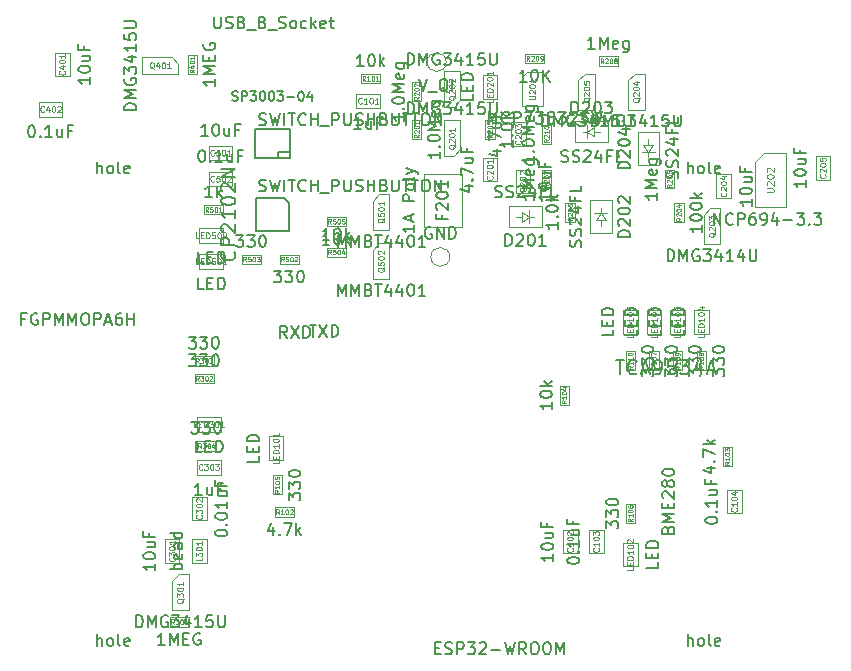
<source format=gbr>
G04 #@! TF.FileFunction,Other,Fab,Top*
%FSLAX46Y46*%
G04 Gerber Fmt 4.6, Leading zero omitted, Abs format (unit mm)*
G04 Created by KiCad (PCBNEW 4.0.6) date 12/03/17 23:21:02*
%MOMM*%
%LPD*%
G01*
G04 APERTURE LIST*
%ADD10C,1.000000*%
%ADD11C,0.100000*%
%ADD12C,0.150000*%
%ADD13C,0.200000*%
%ADD14C,0.075000*%
%ADD15C,0.090000*%
G04 APERTURE END LIST*
D10*
D11*
X58820000Y-52900000D02*
X57580000Y-52900000D01*
X58820000Y-50900000D02*
X58820000Y-52900000D01*
X57580000Y-50900000D02*
X58820000Y-50900000D01*
X57580000Y-52900000D02*
X57580000Y-50900000D01*
X100300000Y-79100000D02*
X101100000Y-79100000D01*
X100300000Y-80700000D02*
X100300000Y-79100000D01*
X101100000Y-80700000D02*
X100300000Y-80700000D01*
X101100000Y-79100000D02*
X101100000Y-80700000D01*
X67300000Y-99500000D02*
X67300000Y-98700000D01*
X68900000Y-99500000D02*
X67300000Y-99500000D01*
X68900000Y-98700000D02*
X68900000Y-99500000D01*
X67300000Y-98700000D02*
X68900000Y-98700000D01*
X67500000Y-95650000D02*
X67500000Y-98100000D01*
X68050000Y-95080000D02*
X68900000Y-95080000D01*
X67500000Y-95650000D02*
X68050000Y-95080000D01*
X68900000Y-95080000D02*
X68900000Y-98120000D01*
X67500000Y-98120000D02*
X68900000Y-98120000D01*
D12*
X76500000Y-59850000D02*
X76500000Y-59350000D01*
X76500000Y-59350000D02*
X77500000Y-59350000D01*
X77500000Y-59850000D02*
X77500000Y-57350000D01*
X77500000Y-57350000D02*
X74500000Y-57350000D01*
X74500000Y-57350000D02*
X74500000Y-59850000D01*
X74500000Y-59850000D02*
X77500000Y-59850000D01*
D13*
X77400000Y-63600000D02*
X77400000Y-66000000D01*
X77400000Y-66000000D02*
X74600000Y-66000000D01*
X74600000Y-66000000D02*
X74600000Y-63200000D01*
X74600000Y-63200000D02*
X77000000Y-63200000D01*
X77000000Y-63200000D02*
X77400000Y-63600000D01*
D11*
X97150000Y-64800000D02*
X96650000Y-64800000D01*
X97150000Y-64400000D02*
X97750000Y-64800000D01*
X97150000Y-65200000D02*
X97150000Y-64400000D01*
X97750000Y-64800000D02*
X97150000Y-65200000D01*
X97750000Y-64800000D02*
X97750000Y-64250000D01*
X97750000Y-64800000D02*
X97750000Y-65350000D01*
X98150000Y-64800000D02*
X97750000Y-64800000D01*
X98800000Y-63900000D02*
X98800000Y-65700000D01*
X96000000Y-63900000D02*
X98800000Y-63900000D01*
X96000000Y-65700000D02*
X96000000Y-63900000D01*
X98800000Y-65700000D02*
X96000000Y-65700000D01*
X107800000Y-58750000D02*
X107800000Y-58250000D01*
X108200000Y-58750000D02*
X107800000Y-59350000D01*
X107400000Y-58750000D02*
X108200000Y-58750000D01*
X107800000Y-59350000D02*
X107400000Y-58750000D01*
X107800000Y-59350000D02*
X108350000Y-59350000D01*
X107800000Y-59350000D02*
X107250000Y-59350000D01*
X107800000Y-59750000D02*
X107800000Y-59350000D01*
X108700000Y-60400000D02*
X106900000Y-60400000D01*
X108700000Y-57600000D02*
X108700000Y-60400000D01*
X106900000Y-57600000D02*
X108700000Y-57600000D01*
X106900000Y-60400000D02*
X106900000Y-57600000D01*
X88800000Y-61150000D02*
X92000000Y-61150000D01*
X88800000Y-65650000D02*
X88800000Y-61150000D01*
X92000000Y-65650000D02*
X88800000Y-65650000D01*
X92000000Y-61150000D02*
X92000000Y-65650000D01*
X90700000Y-51700000D02*
G75*
G03X90700000Y-51700000I-800000J0D01*
G01*
X91000000Y-68200000D02*
G75*
G03X91000000Y-68200000I-800000J0D01*
G01*
X97120000Y-52950000D02*
X97570000Y-52500000D01*
X98880000Y-52500000D02*
X97570000Y-52500000D01*
X97120000Y-52950000D02*
X97120000Y-55400000D01*
X98880000Y-55400000D02*
X97120000Y-55400000D01*
X98880000Y-52500000D02*
X98880000Y-55400000D01*
X116860000Y-60190000D02*
X117650000Y-59400000D01*
X119460000Y-59400000D02*
X119460000Y-64000000D01*
X119460000Y-64000000D02*
X116860000Y-64000000D01*
X116860000Y-64000000D02*
X116860000Y-60190000D01*
X117650000Y-59400000D02*
X119460000Y-59400000D01*
X103250000Y-57600000D02*
X103750000Y-57600000D01*
X103250000Y-58000000D02*
X102650000Y-57600000D01*
X103250000Y-57200000D02*
X103250000Y-58000000D01*
X102650000Y-57600000D02*
X103250000Y-57200000D01*
X102650000Y-57600000D02*
X102650000Y-58150000D01*
X102650000Y-57600000D02*
X102650000Y-57050000D01*
X102250000Y-57600000D02*
X102650000Y-57600000D01*
X101600000Y-58500000D02*
X101600000Y-56700000D01*
X104400000Y-58500000D02*
X101600000Y-58500000D01*
X104400000Y-56700000D02*
X104400000Y-58500000D01*
X101600000Y-56700000D02*
X104400000Y-56700000D01*
X103800000Y-65050000D02*
X103800000Y-65550000D01*
X103400000Y-65050000D02*
X103800000Y-64450000D01*
X104200000Y-65050000D02*
X103400000Y-65050000D01*
X103800000Y-64450000D02*
X104200000Y-65050000D01*
X103800000Y-64450000D02*
X103250000Y-64450000D01*
X103800000Y-64450000D02*
X104350000Y-64450000D01*
X103800000Y-64050000D02*
X103800000Y-64450000D01*
X102900000Y-63400000D02*
X104700000Y-63400000D01*
X102900000Y-66200000D02*
X102900000Y-63400000D01*
X104700000Y-66200000D02*
X102900000Y-66200000D01*
X104700000Y-63400000D02*
X104700000Y-66200000D01*
X66880000Y-92100000D02*
X68120000Y-92100000D01*
X66880000Y-94100000D02*
X66880000Y-92100000D01*
X68120000Y-94100000D02*
X66880000Y-94100000D01*
X68120000Y-92100000D02*
X68120000Y-94100000D01*
X96180000Y-56800000D02*
X97420000Y-56800000D01*
X96180000Y-58800000D02*
X96180000Y-56800000D01*
X97420000Y-58800000D02*
X96180000Y-58800000D01*
X97420000Y-56800000D02*
X97420000Y-58800000D01*
X97820000Y-62800000D02*
X96580000Y-62800000D01*
X97820000Y-60800000D02*
X97820000Y-62800000D01*
X96580000Y-60800000D02*
X97820000Y-60800000D01*
X96580000Y-62800000D02*
X96580000Y-60800000D01*
X93780000Y-59800000D02*
X95020000Y-59800000D01*
X93780000Y-61800000D02*
X93780000Y-59800000D01*
X95020000Y-61800000D02*
X93780000Y-61800000D01*
X95020000Y-59800000D02*
X95020000Y-61800000D01*
X100580000Y-91300000D02*
X101820000Y-91300000D01*
X100580000Y-93300000D02*
X100580000Y-91300000D01*
X101820000Y-93300000D02*
X100580000Y-93300000D01*
X101820000Y-91300000D02*
X101820000Y-93300000D01*
X69180000Y-92100000D02*
X70420000Y-92100000D01*
X69180000Y-94100000D02*
X69180000Y-92100000D01*
X70420000Y-94100000D02*
X69180000Y-94100000D01*
X70420000Y-92100000D02*
X70420000Y-94100000D01*
X56200000Y-56320000D02*
X56200000Y-55080000D01*
X58200000Y-56320000D02*
X56200000Y-56320000D01*
X58200000Y-55080000D02*
X58200000Y-56320000D01*
X56200000Y-55080000D02*
X58200000Y-55080000D01*
X69600000Y-86620000D02*
X69600000Y-85380000D01*
X71600000Y-86620000D02*
X69600000Y-86620000D01*
X71600000Y-85380000D02*
X71600000Y-86620000D01*
X69600000Y-85380000D02*
X71600000Y-85380000D01*
X70420000Y-90500000D02*
X69180000Y-90500000D01*
X70420000Y-88500000D02*
X70420000Y-90500000D01*
X69180000Y-88500000D02*
X70420000Y-88500000D01*
X69180000Y-90500000D02*
X69180000Y-88500000D01*
X114480000Y-87900000D02*
X115720000Y-87900000D01*
X114480000Y-89900000D02*
X114480000Y-87900000D01*
X115720000Y-89900000D02*
X114480000Y-89900000D01*
X115720000Y-87900000D02*
X115720000Y-89900000D01*
X102780000Y-91300000D02*
X104020000Y-91300000D01*
X102780000Y-93300000D02*
X102780000Y-91300000D01*
X104020000Y-93300000D02*
X102780000Y-93300000D01*
X104020000Y-91300000D02*
X104020000Y-93300000D01*
X83100000Y-55620000D02*
X83100000Y-54380000D01*
X85100000Y-55620000D02*
X83100000Y-55620000D01*
X85100000Y-54380000D02*
X85100000Y-55620000D01*
X83100000Y-54380000D02*
X85100000Y-54380000D01*
X121980000Y-59650000D02*
X123220000Y-59650000D01*
X121980000Y-61650000D02*
X121980000Y-59650000D01*
X123220000Y-61650000D02*
X121980000Y-61650000D01*
X123220000Y-59650000D02*
X123220000Y-61650000D01*
X114820000Y-63200000D02*
X113580000Y-63200000D01*
X114820000Y-61200000D02*
X114820000Y-63200000D01*
X113580000Y-61200000D02*
X114820000Y-61200000D01*
X113580000Y-63200000D02*
X113580000Y-61200000D01*
X72600000Y-60980000D02*
X72600000Y-62220000D01*
X70600000Y-60980000D02*
X72600000Y-60980000D01*
X70600000Y-62220000D02*
X70600000Y-60980000D01*
X72600000Y-62220000D02*
X70600000Y-62220000D01*
X72600000Y-58780000D02*
X72600000Y-60020000D01*
X70600000Y-58780000D02*
X72600000Y-58780000D01*
X70600000Y-60020000D02*
X70600000Y-58780000D01*
X72600000Y-60020000D02*
X70600000Y-60020000D01*
X106920000Y-94400000D02*
X105680000Y-94400000D01*
X106920000Y-92400000D02*
X106920000Y-94400000D01*
X105680000Y-92400000D02*
X106920000Y-92400000D01*
X105680000Y-94400000D02*
X105680000Y-92400000D01*
X107680000Y-72700000D02*
X108920000Y-72700000D01*
X107680000Y-74700000D02*
X107680000Y-72700000D01*
X108920000Y-74700000D02*
X107680000Y-74700000D01*
X108920000Y-72700000D02*
X108920000Y-74700000D01*
X111680000Y-72700000D02*
X112920000Y-72700000D01*
X111680000Y-74700000D02*
X111680000Y-72700000D01*
X112920000Y-74700000D02*
X111680000Y-74700000D01*
X112920000Y-72700000D02*
X112920000Y-74700000D01*
X109680000Y-72700000D02*
X110920000Y-72700000D01*
X109680000Y-74700000D02*
X109680000Y-72700000D01*
X110920000Y-74700000D02*
X109680000Y-74700000D01*
X110920000Y-72700000D02*
X110920000Y-74700000D01*
X105680000Y-72700000D02*
X106920000Y-72700000D01*
X105680000Y-74700000D02*
X105680000Y-72700000D01*
X106920000Y-74700000D02*
X105680000Y-74700000D01*
X106920000Y-72700000D02*
X106920000Y-74700000D01*
X75680000Y-83400000D02*
X76920000Y-83400000D01*
X75680000Y-85400000D02*
X75680000Y-83400000D01*
X76920000Y-85400000D02*
X75680000Y-85400000D01*
X76920000Y-83400000D02*
X76920000Y-85400000D01*
X93780000Y-52800000D02*
X95020000Y-52800000D01*
X93780000Y-54800000D02*
X93780000Y-52800000D01*
X95020000Y-54800000D02*
X93780000Y-54800000D01*
X95020000Y-52800000D02*
X95020000Y-54800000D01*
X69600000Y-83020000D02*
X69600000Y-81780000D01*
X71600000Y-83020000D02*
X69600000Y-83020000D01*
X71600000Y-81780000D02*
X71600000Y-83020000D01*
X69600000Y-81780000D02*
X71600000Y-81780000D01*
X69800000Y-67020000D02*
X69800000Y-65780000D01*
X71800000Y-67020000D02*
X69800000Y-67020000D01*
X71800000Y-65780000D02*
X71800000Y-67020000D01*
X69800000Y-65780000D02*
X71800000Y-65780000D01*
X69800000Y-69220000D02*
X69800000Y-67980000D01*
X71800000Y-69220000D02*
X69800000Y-69220000D01*
X71800000Y-67980000D02*
X71800000Y-69220000D01*
X69800000Y-67980000D02*
X71800000Y-67980000D01*
X109200000Y-60800000D02*
X110000000Y-60800000D01*
X109200000Y-62400000D02*
X109200000Y-60800000D01*
X110000000Y-62400000D02*
X109200000Y-62400000D01*
X110000000Y-60800000D02*
X110000000Y-62400000D01*
X69600000Y-52700000D02*
X68800000Y-52700000D01*
X69600000Y-51100000D02*
X69600000Y-52700000D01*
X68800000Y-51100000D02*
X69600000Y-51100000D01*
X68800000Y-52700000D02*
X68800000Y-51100000D01*
X71200000Y-83800000D02*
X71200000Y-84600000D01*
X69600000Y-83800000D02*
X71200000Y-83800000D01*
X69600000Y-84600000D02*
X69600000Y-83800000D01*
X71200000Y-84600000D02*
X69600000Y-84600000D01*
X71000000Y-76600000D02*
X71000000Y-77400000D01*
X69400000Y-76600000D02*
X71000000Y-76600000D01*
X69400000Y-77400000D02*
X69400000Y-76600000D01*
X71000000Y-77400000D02*
X69400000Y-77400000D01*
X71000000Y-78100000D02*
X71000000Y-78900000D01*
X69400000Y-78100000D02*
X71000000Y-78100000D01*
X69400000Y-78900000D02*
X69400000Y-78100000D01*
X71000000Y-78900000D02*
X69400000Y-78900000D01*
X105250000Y-51200000D02*
X105250000Y-52000000D01*
X103650000Y-51200000D02*
X105250000Y-51200000D01*
X103650000Y-52000000D02*
X103650000Y-51200000D01*
X105250000Y-52000000D02*
X103650000Y-52000000D01*
X98800000Y-60800000D02*
X99600000Y-60800000D01*
X98800000Y-62400000D02*
X98800000Y-60800000D01*
X99600000Y-62400000D02*
X98800000Y-62400000D01*
X99600000Y-60800000D02*
X99600000Y-62400000D01*
X94800000Y-58200000D02*
X94000000Y-58200000D01*
X94800000Y-56600000D02*
X94800000Y-58200000D01*
X94000000Y-56600000D02*
X94800000Y-56600000D01*
X94000000Y-58200000D02*
X94000000Y-56600000D01*
X87800000Y-53400000D02*
X88600000Y-53400000D01*
X87800000Y-55000000D02*
X87800000Y-53400000D01*
X88600000Y-55000000D02*
X87800000Y-55000000D01*
X88600000Y-53400000D02*
X88600000Y-55000000D01*
X88600000Y-58200000D02*
X87800000Y-58200000D01*
X88600000Y-56600000D02*
X88600000Y-58200000D01*
X87800000Y-56600000D02*
X88600000Y-56600000D01*
X87800000Y-58200000D02*
X87800000Y-56600000D01*
X106700000Y-77800000D02*
X105900000Y-77800000D01*
X106700000Y-76200000D02*
X106700000Y-77800000D01*
X105900000Y-76200000D02*
X106700000Y-76200000D01*
X105900000Y-77800000D02*
X105900000Y-76200000D01*
X110700000Y-77800000D02*
X109900000Y-77800000D01*
X110700000Y-76200000D02*
X110700000Y-77800000D01*
X109900000Y-76200000D02*
X110700000Y-76200000D01*
X109900000Y-77800000D02*
X109900000Y-76200000D01*
X112700000Y-77800000D02*
X111900000Y-77800000D01*
X112700000Y-76200000D02*
X112700000Y-77800000D01*
X111900000Y-76200000D02*
X112700000Y-76200000D01*
X111900000Y-77800000D02*
X111900000Y-76200000D01*
X108700000Y-77800000D02*
X107900000Y-77800000D01*
X108700000Y-76200000D02*
X108700000Y-77800000D01*
X107900000Y-76200000D02*
X108700000Y-76200000D01*
X107900000Y-77800000D02*
X107900000Y-76200000D01*
X105900000Y-89100000D02*
X106700000Y-89100000D01*
X105900000Y-90700000D02*
X105900000Y-89100000D01*
X106700000Y-90700000D02*
X105900000Y-90700000D01*
X106700000Y-89100000D02*
X106700000Y-90700000D01*
X76800000Y-88300000D02*
X76000000Y-88300000D01*
X76800000Y-86700000D02*
X76800000Y-88300000D01*
X76000000Y-86700000D02*
X76800000Y-86700000D01*
X76000000Y-88300000D02*
X76000000Y-86700000D01*
X114100000Y-84300000D02*
X114900000Y-84300000D01*
X114100000Y-85900000D02*
X114100000Y-84300000D01*
X114900000Y-85900000D02*
X114100000Y-85900000D01*
X114900000Y-84300000D02*
X114900000Y-85900000D01*
X76200000Y-90200000D02*
X76200000Y-89400000D01*
X77800000Y-90200000D02*
X76200000Y-90200000D01*
X77800000Y-89400000D02*
X77800000Y-90200000D01*
X76200000Y-89400000D02*
X77800000Y-89400000D01*
X85100000Y-52700000D02*
X85100000Y-53500000D01*
X83500000Y-52700000D02*
X85100000Y-52700000D01*
X83500000Y-53500000D02*
X83500000Y-52700000D01*
X85100000Y-53500000D02*
X83500000Y-53500000D01*
X98800000Y-57000000D02*
X99600000Y-57000000D01*
X98800000Y-58600000D02*
X98800000Y-57000000D01*
X99600000Y-58600000D02*
X98800000Y-58600000D01*
X99600000Y-57000000D02*
X99600000Y-58600000D01*
X97400000Y-51800000D02*
X97400000Y-51000000D01*
X99000000Y-51800000D02*
X97400000Y-51800000D01*
X99000000Y-51000000D02*
X99000000Y-51800000D01*
X97400000Y-51000000D02*
X99000000Y-51000000D01*
X100800000Y-63600000D02*
X101600000Y-63600000D01*
X100800000Y-65200000D02*
X100800000Y-63600000D01*
X101600000Y-65200000D02*
X100800000Y-65200000D01*
X101600000Y-63600000D02*
X101600000Y-65200000D01*
X110800000Y-65250000D02*
X110000000Y-65250000D01*
X110800000Y-63650000D02*
X110800000Y-65250000D01*
X110000000Y-63650000D02*
X110800000Y-63650000D01*
X110000000Y-65250000D02*
X110000000Y-63650000D01*
X71800000Y-63800000D02*
X71800000Y-64600000D01*
X70200000Y-63800000D02*
X71800000Y-63800000D01*
X70200000Y-64600000D02*
X70200000Y-63800000D01*
X71800000Y-64600000D02*
X70200000Y-64600000D01*
X76600000Y-68800000D02*
X76600000Y-68000000D01*
X78200000Y-68800000D02*
X76600000Y-68800000D01*
X78200000Y-68000000D02*
X78200000Y-68800000D01*
X76600000Y-68000000D02*
X78200000Y-68000000D01*
X75000000Y-68000000D02*
X75000000Y-68800000D01*
X73400000Y-68000000D02*
X75000000Y-68000000D01*
X73400000Y-68800000D02*
X73400000Y-68000000D01*
X75000000Y-68800000D02*
X73400000Y-68800000D01*
X80600000Y-65600000D02*
X80600000Y-64800000D01*
X82200000Y-65600000D02*
X80600000Y-65600000D01*
X82200000Y-64800000D02*
X82200000Y-65600000D01*
X80600000Y-64800000D02*
X82200000Y-64800000D01*
X82200000Y-67400000D02*
X82200000Y-68200000D01*
X80600000Y-67400000D02*
X82200000Y-67400000D01*
X80600000Y-68200000D02*
X80600000Y-67400000D01*
X82200000Y-68200000D02*
X80600000Y-68200000D01*
X67450000Y-51300000D02*
X65000000Y-51300000D01*
X68020000Y-51850000D02*
X68020000Y-52700000D01*
X67450000Y-51300000D02*
X68020000Y-51850000D01*
X68020000Y-52700000D02*
X64980000Y-52700000D01*
X64980000Y-51300000D02*
X64980000Y-52700000D01*
X101900000Y-53250000D02*
X101900000Y-55700000D01*
X102450000Y-52680000D02*
X103300000Y-52680000D01*
X101900000Y-53250000D02*
X102450000Y-52680000D01*
X103300000Y-52680000D02*
X103300000Y-55720000D01*
X101900000Y-55720000D02*
X103300000Y-55720000D01*
X106100000Y-53250000D02*
X106100000Y-55700000D01*
X106650000Y-52680000D02*
X107500000Y-52680000D01*
X106100000Y-53250000D02*
X106650000Y-52680000D01*
X107500000Y-52680000D02*
X107500000Y-55720000D01*
X106100000Y-55720000D02*
X107500000Y-55720000D01*
X112500000Y-64650000D02*
X112500000Y-67100000D01*
X113050000Y-64080000D02*
X113900000Y-64080000D01*
X112500000Y-64650000D02*
X113050000Y-64080000D01*
X113900000Y-64080000D02*
X113900000Y-67120000D01*
X112500000Y-67120000D02*
X113900000Y-67120000D01*
X91900000Y-54950000D02*
X91900000Y-52500000D01*
X91350000Y-55520000D02*
X90500000Y-55520000D01*
X91900000Y-54950000D02*
X91350000Y-55520000D01*
X90500000Y-55520000D02*
X90500000Y-52480000D01*
X91900000Y-52480000D02*
X90500000Y-52480000D01*
X91900000Y-59100000D02*
X91900000Y-56650000D01*
X91350000Y-59670000D02*
X90500000Y-59670000D01*
X91900000Y-59100000D02*
X91350000Y-59670000D01*
X90500000Y-59670000D02*
X90500000Y-56630000D01*
X91900000Y-56630000D02*
X90500000Y-56630000D01*
X84500000Y-67600000D02*
X84500000Y-70050000D01*
X85050000Y-67030000D02*
X85900000Y-67030000D01*
X84500000Y-67600000D02*
X85050000Y-67030000D01*
X85900000Y-67030000D02*
X85900000Y-70070000D01*
X84500000Y-70070000D02*
X85900000Y-70070000D01*
X84500000Y-63450000D02*
X84500000Y-65900000D01*
X85050000Y-62880000D02*
X85900000Y-62880000D01*
X84500000Y-63450000D02*
X85050000Y-62880000D01*
X85900000Y-62880000D02*
X85900000Y-65920000D01*
X84500000Y-65920000D02*
X85900000Y-65920000D01*
D12*
X60552381Y-52971428D02*
X60552381Y-53542857D01*
X60552381Y-53257143D02*
X59552381Y-53257143D01*
X59695238Y-53352381D01*
X59790476Y-53447619D01*
X59838095Y-53542857D01*
X59552381Y-52352381D02*
X59552381Y-52257142D01*
X59600000Y-52161904D01*
X59647619Y-52114285D01*
X59742857Y-52066666D01*
X59933333Y-52019047D01*
X60171429Y-52019047D01*
X60361905Y-52066666D01*
X60457143Y-52114285D01*
X60504762Y-52161904D01*
X60552381Y-52257142D01*
X60552381Y-52352381D01*
X60504762Y-52447619D01*
X60457143Y-52495238D01*
X60361905Y-52542857D01*
X60171429Y-52590476D01*
X59933333Y-52590476D01*
X59742857Y-52542857D01*
X59647619Y-52495238D01*
X59600000Y-52447619D01*
X59552381Y-52352381D01*
X59885714Y-51161904D02*
X60552381Y-51161904D01*
X59885714Y-51590476D02*
X60409524Y-51590476D01*
X60504762Y-51542857D01*
X60552381Y-51447619D01*
X60552381Y-51304761D01*
X60504762Y-51209523D01*
X60457143Y-51161904D01*
X60028571Y-50352380D02*
X60028571Y-50685714D01*
X60552381Y-50685714D02*
X59552381Y-50685714D01*
X59552381Y-50209523D01*
D14*
X58378571Y-52459523D02*
X58402381Y-52483333D01*
X58426190Y-52554761D01*
X58426190Y-52602380D01*
X58402381Y-52673809D01*
X58354762Y-52721428D01*
X58307143Y-52745237D01*
X58211905Y-52769047D01*
X58140476Y-52769047D01*
X58045238Y-52745237D01*
X57997619Y-52721428D01*
X57950000Y-52673809D01*
X57926190Y-52602380D01*
X57926190Y-52554761D01*
X57950000Y-52483333D01*
X57973810Y-52459523D01*
X58092857Y-52030952D02*
X58426190Y-52030952D01*
X57902381Y-52149999D02*
X58259524Y-52269047D01*
X58259524Y-51959523D01*
X57926190Y-51673809D02*
X57926190Y-51626190D01*
X57950000Y-51578571D01*
X57973810Y-51554762D01*
X58021429Y-51530952D01*
X58116667Y-51507143D01*
X58235714Y-51507143D01*
X58330952Y-51530952D01*
X58378571Y-51554762D01*
X58402381Y-51578571D01*
X58426190Y-51626190D01*
X58426190Y-51673809D01*
X58402381Y-51721428D01*
X58378571Y-51745238D01*
X58330952Y-51769047D01*
X58235714Y-51792857D01*
X58116667Y-51792857D01*
X58021429Y-51769047D01*
X57973810Y-51745238D01*
X57950000Y-51721428D01*
X57926190Y-51673809D01*
X58426190Y-51030953D02*
X58426190Y-51316667D01*
X58426190Y-51173810D02*
X57926190Y-51173810D01*
X57997619Y-51221429D01*
X58045238Y-51269048D01*
X58069048Y-51316667D01*
D12*
X61142857Y-61127381D02*
X61142857Y-60127381D01*
X61571429Y-61127381D02*
X61571429Y-60603571D01*
X61523810Y-60508333D01*
X61428572Y-60460714D01*
X61285714Y-60460714D01*
X61190476Y-60508333D01*
X61142857Y-60555952D01*
X62190476Y-61127381D02*
X62095238Y-61079762D01*
X62047619Y-61032143D01*
X62000000Y-60936905D01*
X62000000Y-60651190D01*
X62047619Y-60555952D01*
X62095238Y-60508333D01*
X62190476Y-60460714D01*
X62333334Y-60460714D01*
X62428572Y-60508333D01*
X62476191Y-60555952D01*
X62523810Y-60651190D01*
X62523810Y-60936905D01*
X62476191Y-61032143D01*
X62428572Y-61079762D01*
X62333334Y-61127381D01*
X62190476Y-61127381D01*
X63095238Y-61127381D02*
X63000000Y-61079762D01*
X62952381Y-60984524D01*
X62952381Y-60127381D01*
X63857144Y-61079762D02*
X63761906Y-61127381D01*
X63571429Y-61127381D01*
X63476191Y-61079762D01*
X63428572Y-60984524D01*
X63428572Y-60603571D01*
X63476191Y-60508333D01*
X63571429Y-60460714D01*
X63761906Y-60460714D01*
X63857144Y-60508333D01*
X63904763Y-60603571D01*
X63904763Y-60698810D01*
X63428572Y-60794048D01*
X105042858Y-76942857D02*
X105728572Y-76942857D01*
X105385715Y-78142857D02*
X105385715Y-76942857D01*
X106814287Y-78028571D02*
X106757144Y-78085714D01*
X106585715Y-78142857D01*
X106471429Y-78142857D01*
X106300001Y-78085714D01*
X106185715Y-77971429D01*
X106128572Y-77857143D01*
X106071429Y-77628571D01*
X106071429Y-77457143D01*
X106128572Y-77228571D01*
X106185715Y-77114286D01*
X106300001Y-77000000D01*
X106471429Y-76942857D01*
X106585715Y-76942857D01*
X106757144Y-77000000D01*
X106814287Y-77057143D01*
X107271429Y-77800000D02*
X107842858Y-77800000D01*
X107157144Y-78142857D02*
X107557144Y-76942857D01*
X107957144Y-78142857D01*
X108414286Y-78142857D02*
X108642858Y-78142857D01*
X108757143Y-78085714D01*
X108814286Y-78028571D01*
X108928572Y-77857143D01*
X108985715Y-77628571D01*
X108985715Y-77171429D01*
X108928572Y-77057143D01*
X108871429Y-77000000D01*
X108757143Y-76942857D01*
X108528572Y-76942857D01*
X108414286Y-77000000D01*
X108357143Y-77057143D01*
X108300000Y-77171429D01*
X108300000Y-77457143D01*
X108357143Y-77571429D01*
X108414286Y-77628571D01*
X108528572Y-77685714D01*
X108757143Y-77685714D01*
X108871429Y-77628571D01*
X108928572Y-77571429D01*
X108985715Y-77457143D01*
X110071429Y-76942857D02*
X109500000Y-76942857D01*
X109442857Y-77514286D01*
X109500000Y-77457143D01*
X109614286Y-77400000D01*
X109900000Y-77400000D01*
X110014286Y-77457143D01*
X110071429Y-77514286D01*
X110128572Y-77628571D01*
X110128572Y-77914286D01*
X110071429Y-78028571D01*
X110014286Y-78085714D01*
X109900000Y-78142857D01*
X109614286Y-78142857D01*
X109500000Y-78085714D01*
X109442857Y-78028571D01*
X110528572Y-76942857D02*
X111271429Y-76942857D01*
X110871429Y-77400000D01*
X111042857Y-77400000D01*
X111157143Y-77457143D01*
X111214286Y-77514286D01*
X111271429Y-77628571D01*
X111271429Y-77914286D01*
X111214286Y-78028571D01*
X111157143Y-78085714D01*
X111042857Y-78142857D01*
X110700000Y-78142857D01*
X110585714Y-78085714D01*
X110528572Y-78028571D01*
X112300000Y-77342857D02*
X112300000Y-78142857D01*
X112014286Y-76885714D02*
X111728571Y-77742857D01*
X112471429Y-77742857D01*
X112871428Y-77800000D02*
X113442857Y-77800000D01*
X112757143Y-78142857D02*
X113157143Y-76942857D01*
X113557143Y-78142857D01*
X109478571Y-91280952D02*
X109526190Y-91138095D01*
X109573810Y-91090476D01*
X109669048Y-91042857D01*
X109811905Y-91042857D01*
X109907143Y-91090476D01*
X109954762Y-91138095D01*
X110002381Y-91233333D01*
X110002381Y-91614286D01*
X109002381Y-91614286D01*
X109002381Y-91280952D01*
X109050000Y-91185714D01*
X109097619Y-91138095D01*
X109192857Y-91090476D01*
X109288095Y-91090476D01*
X109383333Y-91138095D01*
X109430952Y-91185714D01*
X109478571Y-91280952D01*
X109478571Y-91614286D01*
X110002381Y-90614286D02*
X109002381Y-90614286D01*
X109716667Y-90280952D01*
X109002381Y-89947619D01*
X110002381Y-89947619D01*
X109478571Y-89471429D02*
X109478571Y-89138095D01*
X110002381Y-88995238D02*
X110002381Y-89471429D01*
X109002381Y-89471429D01*
X109002381Y-88995238D01*
X109097619Y-88614286D02*
X109050000Y-88566667D01*
X109002381Y-88471429D01*
X109002381Y-88233333D01*
X109050000Y-88138095D01*
X109097619Y-88090476D01*
X109192857Y-88042857D01*
X109288095Y-88042857D01*
X109430952Y-88090476D01*
X110002381Y-88661905D01*
X110002381Y-88042857D01*
X109430952Y-87471429D02*
X109383333Y-87566667D01*
X109335714Y-87614286D01*
X109240476Y-87661905D01*
X109192857Y-87661905D01*
X109097619Y-87614286D01*
X109050000Y-87566667D01*
X109002381Y-87471429D01*
X109002381Y-87280952D01*
X109050000Y-87185714D01*
X109097619Y-87138095D01*
X109192857Y-87090476D01*
X109240476Y-87090476D01*
X109335714Y-87138095D01*
X109383333Y-87185714D01*
X109430952Y-87280952D01*
X109430952Y-87471429D01*
X109478571Y-87566667D01*
X109526190Y-87614286D01*
X109621429Y-87661905D01*
X109811905Y-87661905D01*
X109907143Y-87614286D01*
X109954762Y-87566667D01*
X110002381Y-87471429D01*
X110002381Y-87280952D01*
X109954762Y-87185714D01*
X109907143Y-87138095D01*
X109811905Y-87090476D01*
X109621429Y-87090476D01*
X109526190Y-87138095D01*
X109478571Y-87185714D01*
X109430952Y-87280952D01*
X109002381Y-86471429D02*
X109002381Y-86376190D01*
X109050000Y-86280952D01*
X109097619Y-86233333D01*
X109192857Y-86185714D01*
X109383333Y-86138095D01*
X109621429Y-86138095D01*
X109811905Y-86185714D01*
X109907143Y-86233333D01*
X109954762Y-86280952D01*
X110002381Y-86376190D01*
X110002381Y-86471429D01*
X109954762Y-86566667D01*
X109907143Y-86614286D01*
X109811905Y-86661905D01*
X109621429Y-86709524D01*
X109383333Y-86709524D01*
X109192857Y-86661905D01*
X109097619Y-86614286D01*
X109050000Y-86566667D01*
X109002381Y-86471429D01*
X79138095Y-73952381D02*
X79709524Y-73952381D01*
X79423809Y-74952381D02*
X79423809Y-73952381D01*
X79947619Y-73952381D02*
X80614286Y-74952381D01*
X80614286Y-73952381D02*
X79947619Y-74952381D01*
X80995238Y-74952381D02*
X80995238Y-73952381D01*
X81233333Y-73952381D01*
X81376191Y-74000000D01*
X81471429Y-74095238D01*
X81519048Y-74190476D01*
X81566667Y-74380952D01*
X81566667Y-74523810D01*
X81519048Y-74714286D01*
X81471429Y-74809524D01*
X81376191Y-74904762D01*
X81233333Y-74952381D01*
X80995238Y-74952381D01*
X89762619Y-101302571D02*
X90095953Y-101302571D01*
X90238810Y-101826381D02*
X89762619Y-101826381D01*
X89762619Y-100826381D01*
X90238810Y-100826381D01*
X90619762Y-101778762D02*
X90762619Y-101826381D01*
X91000715Y-101826381D01*
X91095953Y-101778762D01*
X91143572Y-101731143D01*
X91191191Y-101635905D01*
X91191191Y-101540667D01*
X91143572Y-101445429D01*
X91095953Y-101397810D01*
X91000715Y-101350190D01*
X90810238Y-101302571D01*
X90715000Y-101254952D01*
X90667381Y-101207333D01*
X90619762Y-101112095D01*
X90619762Y-101016857D01*
X90667381Y-100921619D01*
X90715000Y-100874000D01*
X90810238Y-100826381D01*
X91048334Y-100826381D01*
X91191191Y-100874000D01*
X91619762Y-101826381D02*
X91619762Y-100826381D01*
X92000715Y-100826381D01*
X92095953Y-100874000D01*
X92143572Y-100921619D01*
X92191191Y-101016857D01*
X92191191Y-101159714D01*
X92143572Y-101254952D01*
X92095953Y-101302571D01*
X92000715Y-101350190D01*
X91619762Y-101350190D01*
X92524524Y-100826381D02*
X93143572Y-100826381D01*
X92810238Y-101207333D01*
X92953096Y-101207333D01*
X93048334Y-101254952D01*
X93095953Y-101302571D01*
X93143572Y-101397810D01*
X93143572Y-101635905D01*
X93095953Y-101731143D01*
X93048334Y-101778762D01*
X92953096Y-101826381D01*
X92667381Y-101826381D01*
X92572143Y-101778762D01*
X92524524Y-101731143D01*
X93524524Y-100921619D02*
X93572143Y-100874000D01*
X93667381Y-100826381D01*
X93905477Y-100826381D01*
X94000715Y-100874000D01*
X94048334Y-100921619D01*
X94095953Y-101016857D01*
X94095953Y-101112095D01*
X94048334Y-101254952D01*
X93476905Y-101826381D01*
X94095953Y-101826381D01*
X94524524Y-101445429D02*
X95286429Y-101445429D01*
X95667381Y-100826381D02*
X95905476Y-101826381D01*
X96095953Y-101112095D01*
X96286429Y-101826381D01*
X96524524Y-100826381D01*
X97476905Y-101826381D02*
X97143571Y-101350190D01*
X96905476Y-101826381D02*
X96905476Y-100826381D01*
X97286429Y-100826381D01*
X97381667Y-100874000D01*
X97429286Y-100921619D01*
X97476905Y-101016857D01*
X97476905Y-101159714D01*
X97429286Y-101254952D01*
X97381667Y-101302571D01*
X97286429Y-101350190D01*
X96905476Y-101350190D01*
X98095952Y-100826381D02*
X98286429Y-100826381D01*
X98381667Y-100874000D01*
X98476905Y-100969238D01*
X98524524Y-101159714D01*
X98524524Y-101493048D01*
X98476905Y-101683524D01*
X98381667Y-101778762D01*
X98286429Y-101826381D01*
X98095952Y-101826381D01*
X98000714Y-101778762D01*
X97905476Y-101683524D01*
X97857857Y-101493048D01*
X97857857Y-101159714D01*
X97905476Y-100969238D01*
X98000714Y-100874000D01*
X98095952Y-100826381D01*
X99143571Y-100826381D02*
X99334048Y-100826381D01*
X99429286Y-100874000D01*
X99524524Y-100969238D01*
X99572143Y-101159714D01*
X99572143Y-101493048D01*
X99524524Y-101683524D01*
X99429286Y-101778762D01*
X99334048Y-101826381D01*
X99143571Y-101826381D01*
X99048333Y-101778762D01*
X98953095Y-101683524D01*
X98905476Y-101493048D01*
X98905476Y-101159714D01*
X98953095Y-100969238D01*
X99048333Y-100874000D01*
X99143571Y-100826381D01*
X100000714Y-101826381D02*
X100000714Y-100826381D01*
X100334048Y-101540667D01*
X100667381Y-100826381D01*
X100667381Y-101826381D01*
X99652381Y-80495238D02*
X99652381Y-81066667D01*
X99652381Y-80780953D02*
X98652381Y-80780953D01*
X98795238Y-80876191D01*
X98890476Y-80971429D01*
X98938095Y-81066667D01*
X98652381Y-79876191D02*
X98652381Y-79780952D01*
X98700000Y-79685714D01*
X98747619Y-79638095D01*
X98842857Y-79590476D01*
X99033333Y-79542857D01*
X99271429Y-79542857D01*
X99461905Y-79590476D01*
X99557143Y-79638095D01*
X99604762Y-79685714D01*
X99652381Y-79780952D01*
X99652381Y-79876191D01*
X99604762Y-79971429D01*
X99557143Y-80019048D01*
X99461905Y-80066667D01*
X99271429Y-80114286D01*
X99033333Y-80114286D01*
X98842857Y-80066667D01*
X98747619Y-80019048D01*
X98700000Y-79971429D01*
X98652381Y-79876191D01*
X99652381Y-79114286D02*
X98652381Y-79114286D01*
X99271429Y-79019048D02*
X99652381Y-78733333D01*
X98985714Y-78733333D02*
X99366667Y-79114286D01*
D14*
X100880952Y-80347618D02*
X100690476Y-80480952D01*
X100880952Y-80576190D02*
X100480952Y-80576190D01*
X100480952Y-80423809D01*
X100500000Y-80385714D01*
X100519048Y-80366666D01*
X100557143Y-80347618D01*
X100614286Y-80347618D01*
X100652381Y-80366666D01*
X100671429Y-80385714D01*
X100690476Y-80423809D01*
X100690476Y-80576190D01*
X100880952Y-79966666D02*
X100880952Y-80195238D01*
X100880952Y-80080952D02*
X100480952Y-80080952D01*
X100538095Y-80119047D01*
X100576190Y-80157142D01*
X100595238Y-80195238D01*
X100480952Y-79719047D02*
X100480952Y-79680952D01*
X100500000Y-79642857D01*
X100519048Y-79623809D01*
X100557143Y-79604762D01*
X100633333Y-79585714D01*
X100728571Y-79585714D01*
X100804762Y-79604762D01*
X100842857Y-79623809D01*
X100861905Y-79642857D01*
X100880952Y-79680952D01*
X100880952Y-79719047D01*
X100861905Y-79757143D01*
X100842857Y-79776190D01*
X100804762Y-79795238D01*
X100728571Y-79814286D01*
X100633333Y-79814286D01*
X100557143Y-79795238D01*
X100519048Y-79776190D01*
X100500000Y-79757143D01*
X100480952Y-79719047D01*
X100614286Y-79242857D02*
X100880952Y-79242857D01*
X100461905Y-79338095D02*
X100747619Y-79433334D01*
X100747619Y-79185714D01*
D12*
X111142857Y-101127381D02*
X111142857Y-100127381D01*
X111571429Y-101127381D02*
X111571429Y-100603571D01*
X111523810Y-100508333D01*
X111428572Y-100460714D01*
X111285714Y-100460714D01*
X111190476Y-100508333D01*
X111142857Y-100555952D01*
X112190476Y-101127381D02*
X112095238Y-101079762D01*
X112047619Y-101032143D01*
X112000000Y-100936905D01*
X112000000Y-100651190D01*
X112047619Y-100555952D01*
X112095238Y-100508333D01*
X112190476Y-100460714D01*
X112333334Y-100460714D01*
X112428572Y-100508333D01*
X112476191Y-100555952D01*
X112523810Y-100651190D01*
X112523810Y-100936905D01*
X112476191Y-101032143D01*
X112428572Y-101079762D01*
X112333334Y-101127381D01*
X112190476Y-101127381D01*
X113095238Y-101127381D02*
X113000000Y-101079762D01*
X112952381Y-100984524D01*
X112952381Y-100127381D01*
X113857144Y-101079762D02*
X113761906Y-101127381D01*
X113571429Y-101127381D01*
X113476191Y-101079762D01*
X113428572Y-100984524D01*
X113428572Y-100603571D01*
X113476191Y-100508333D01*
X113571429Y-100460714D01*
X113761906Y-100460714D01*
X113857144Y-100508333D01*
X113904763Y-100603571D01*
X113904763Y-100698810D01*
X113428572Y-100794048D01*
X66861905Y-101052381D02*
X66290476Y-101052381D01*
X66576190Y-101052381D02*
X66576190Y-100052381D01*
X66480952Y-100195238D01*
X66385714Y-100290476D01*
X66290476Y-100338095D01*
X67290476Y-101052381D02*
X67290476Y-100052381D01*
X67623810Y-100766667D01*
X67957143Y-100052381D01*
X67957143Y-101052381D01*
X68433333Y-100528571D02*
X68766667Y-100528571D01*
X68909524Y-101052381D02*
X68433333Y-101052381D01*
X68433333Y-100052381D01*
X68909524Y-100052381D01*
X69861905Y-100100000D02*
X69766667Y-100052381D01*
X69623810Y-100052381D01*
X69480952Y-100100000D01*
X69385714Y-100195238D01*
X69338095Y-100290476D01*
X69290476Y-100480952D01*
X69290476Y-100623810D01*
X69338095Y-100814286D01*
X69385714Y-100909524D01*
X69480952Y-101004762D01*
X69623810Y-101052381D01*
X69719048Y-101052381D01*
X69861905Y-101004762D01*
X69909524Y-100957143D01*
X69909524Y-100623810D01*
X69719048Y-100623810D01*
D14*
X67652382Y-99280952D02*
X67519048Y-99090476D01*
X67423810Y-99280952D02*
X67423810Y-98880952D01*
X67576191Y-98880952D01*
X67614286Y-98900000D01*
X67633334Y-98919048D01*
X67652382Y-98957143D01*
X67652382Y-99014286D01*
X67633334Y-99052381D01*
X67614286Y-99071429D01*
X67576191Y-99090476D01*
X67423810Y-99090476D01*
X67785715Y-98880952D02*
X68033334Y-98880952D01*
X67900001Y-99033333D01*
X67957143Y-99033333D01*
X67995239Y-99052381D01*
X68014286Y-99071429D01*
X68033334Y-99109524D01*
X68033334Y-99204762D01*
X68014286Y-99242857D01*
X67995239Y-99261905D01*
X67957143Y-99280952D01*
X67842858Y-99280952D01*
X67804762Y-99261905D01*
X67785715Y-99242857D01*
X68280953Y-98880952D02*
X68319048Y-98880952D01*
X68357143Y-98900000D01*
X68376191Y-98919048D01*
X68395238Y-98957143D01*
X68414286Y-99033333D01*
X68414286Y-99128571D01*
X68395238Y-99204762D01*
X68376191Y-99242857D01*
X68357143Y-99261905D01*
X68319048Y-99280952D01*
X68280953Y-99280952D01*
X68242857Y-99261905D01*
X68223810Y-99242857D01*
X68204762Y-99204762D01*
X68185714Y-99128571D01*
X68185714Y-99033333D01*
X68204762Y-98957143D01*
X68223810Y-98919048D01*
X68242857Y-98900000D01*
X68280953Y-98880952D01*
X68795238Y-99280952D02*
X68566666Y-99280952D01*
X68680952Y-99280952D02*
X68680952Y-98880952D01*
X68642857Y-98938095D01*
X68604762Y-98976190D01*
X68566666Y-98995238D01*
D12*
X64438095Y-99552381D02*
X64438095Y-98552381D01*
X64676190Y-98552381D01*
X64819048Y-98600000D01*
X64914286Y-98695238D01*
X64961905Y-98790476D01*
X65009524Y-98980952D01*
X65009524Y-99123810D01*
X64961905Y-99314286D01*
X64914286Y-99409524D01*
X64819048Y-99504762D01*
X64676190Y-99552381D01*
X64438095Y-99552381D01*
X65438095Y-99552381D02*
X65438095Y-98552381D01*
X65771429Y-99266667D01*
X66104762Y-98552381D01*
X66104762Y-99552381D01*
X67104762Y-98600000D02*
X67009524Y-98552381D01*
X66866667Y-98552381D01*
X66723809Y-98600000D01*
X66628571Y-98695238D01*
X66580952Y-98790476D01*
X66533333Y-98980952D01*
X66533333Y-99123810D01*
X66580952Y-99314286D01*
X66628571Y-99409524D01*
X66723809Y-99504762D01*
X66866667Y-99552381D01*
X66961905Y-99552381D01*
X67104762Y-99504762D01*
X67152381Y-99457143D01*
X67152381Y-99123810D01*
X66961905Y-99123810D01*
X67485714Y-98552381D02*
X68104762Y-98552381D01*
X67771428Y-98933333D01*
X67914286Y-98933333D01*
X68009524Y-98980952D01*
X68057143Y-99028571D01*
X68104762Y-99123810D01*
X68104762Y-99361905D01*
X68057143Y-99457143D01*
X68009524Y-99504762D01*
X67914286Y-99552381D01*
X67628571Y-99552381D01*
X67533333Y-99504762D01*
X67485714Y-99457143D01*
X68961905Y-98885714D02*
X68961905Y-99552381D01*
X68723809Y-98504762D02*
X68485714Y-99219048D01*
X69104762Y-99219048D01*
X70009524Y-99552381D02*
X69438095Y-99552381D01*
X69723809Y-99552381D02*
X69723809Y-98552381D01*
X69628571Y-98695238D01*
X69533333Y-98790476D01*
X69438095Y-98838095D01*
X70914286Y-98552381D02*
X70438095Y-98552381D01*
X70390476Y-99028571D01*
X70438095Y-98980952D01*
X70533333Y-98933333D01*
X70771429Y-98933333D01*
X70866667Y-98980952D01*
X70914286Y-99028571D01*
X70961905Y-99123810D01*
X70961905Y-99361905D01*
X70914286Y-99457143D01*
X70866667Y-99504762D01*
X70771429Y-99552381D01*
X70533333Y-99552381D01*
X70438095Y-99504762D01*
X70390476Y-99457143D01*
X71390476Y-98552381D02*
X71390476Y-99361905D01*
X71438095Y-99457143D01*
X71485714Y-99504762D01*
X71580952Y-99552381D01*
X71771429Y-99552381D01*
X71866667Y-99504762D01*
X71914286Y-99457143D01*
X71961905Y-99361905D01*
X71961905Y-98552381D01*
D14*
X68473810Y-97123809D02*
X68450000Y-97171428D01*
X68402381Y-97219047D01*
X68330952Y-97290476D01*
X68307143Y-97338095D01*
X68307143Y-97385714D01*
X68426190Y-97361904D02*
X68402381Y-97409523D01*
X68354762Y-97457142D01*
X68259524Y-97480952D01*
X68092857Y-97480952D01*
X67997619Y-97457142D01*
X67950000Y-97409523D01*
X67926190Y-97361904D01*
X67926190Y-97266666D01*
X67950000Y-97219047D01*
X67997619Y-97171428D01*
X68092857Y-97147619D01*
X68259524Y-97147619D01*
X68354762Y-97171428D01*
X68402381Y-97219047D01*
X68426190Y-97266666D01*
X68426190Y-97361904D01*
X67926190Y-96980951D02*
X67926190Y-96671428D01*
X68116667Y-96838094D01*
X68116667Y-96766666D01*
X68140476Y-96719047D01*
X68164286Y-96695237D01*
X68211905Y-96671428D01*
X68330952Y-96671428D01*
X68378571Y-96695237D01*
X68402381Y-96719047D01*
X68426190Y-96766666D01*
X68426190Y-96909523D01*
X68402381Y-96957142D01*
X68378571Y-96980951D01*
X67926190Y-96361904D02*
X67926190Y-96314285D01*
X67950000Y-96266666D01*
X67973810Y-96242857D01*
X68021429Y-96219047D01*
X68116667Y-96195238D01*
X68235714Y-96195238D01*
X68330952Y-96219047D01*
X68378571Y-96242857D01*
X68402381Y-96266666D01*
X68426190Y-96314285D01*
X68426190Y-96361904D01*
X68402381Y-96409523D01*
X68378571Y-96433333D01*
X68330952Y-96457142D01*
X68235714Y-96480952D01*
X68116667Y-96480952D01*
X68021429Y-96457142D01*
X67973810Y-96433333D01*
X67950000Y-96409523D01*
X67926190Y-96361904D01*
X68426190Y-95719048D02*
X68426190Y-96004762D01*
X68426190Y-95861905D02*
X67926190Y-95861905D01*
X67997619Y-95909524D01*
X68045238Y-95957143D01*
X68069048Y-96004762D01*
D12*
X61142857Y-101127381D02*
X61142857Y-100127381D01*
X61571429Y-101127381D02*
X61571429Y-100603571D01*
X61523810Y-100508333D01*
X61428572Y-100460714D01*
X61285714Y-100460714D01*
X61190476Y-100508333D01*
X61142857Y-100555952D01*
X62190476Y-101127381D02*
X62095238Y-101079762D01*
X62047619Y-101032143D01*
X62000000Y-100936905D01*
X62000000Y-100651190D01*
X62047619Y-100555952D01*
X62095238Y-100508333D01*
X62190476Y-100460714D01*
X62333334Y-100460714D01*
X62428572Y-100508333D01*
X62476191Y-100555952D01*
X62523810Y-100651190D01*
X62523810Y-100936905D01*
X62476191Y-101032143D01*
X62428572Y-101079762D01*
X62333334Y-101127381D01*
X62190476Y-101127381D01*
X63095238Y-101127381D02*
X63000000Y-101079762D01*
X62952381Y-100984524D01*
X62952381Y-100127381D01*
X63857144Y-101079762D02*
X63761906Y-101127381D01*
X63571429Y-101127381D01*
X63476191Y-101079762D01*
X63428572Y-100984524D01*
X63428572Y-100603571D01*
X63476191Y-100508333D01*
X63571429Y-100460714D01*
X63761906Y-100460714D01*
X63857144Y-100508333D01*
X63904763Y-100603571D01*
X63904763Y-100698810D01*
X63428572Y-100794048D01*
X74861905Y-62604762D02*
X75004762Y-62652381D01*
X75242858Y-62652381D01*
X75338096Y-62604762D01*
X75385715Y-62557143D01*
X75433334Y-62461905D01*
X75433334Y-62366667D01*
X75385715Y-62271429D01*
X75338096Y-62223810D01*
X75242858Y-62176190D01*
X75052381Y-62128571D01*
X74957143Y-62080952D01*
X74909524Y-62033333D01*
X74861905Y-61938095D01*
X74861905Y-61842857D01*
X74909524Y-61747619D01*
X74957143Y-61700000D01*
X75052381Y-61652381D01*
X75290477Y-61652381D01*
X75433334Y-61700000D01*
X75766667Y-61652381D02*
X76004762Y-62652381D01*
X76195239Y-61938095D01*
X76385715Y-62652381D01*
X76623810Y-61652381D01*
X77004762Y-62652381D02*
X77004762Y-61652381D01*
X77338095Y-61652381D02*
X77909524Y-61652381D01*
X77623809Y-62652381D02*
X77623809Y-61652381D01*
X78814286Y-62557143D02*
X78766667Y-62604762D01*
X78623810Y-62652381D01*
X78528572Y-62652381D01*
X78385714Y-62604762D01*
X78290476Y-62509524D01*
X78242857Y-62414286D01*
X78195238Y-62223810D01*
X78195238Y-62080952D01*
X78242857Y-61890476D01*
X78290476Y-61795238D01*
X78385714Y-61700000D01*
X78528572Y-61652381D01*
X78623810Y-61652381D01*
X78766667Y-61700000D01*
X78814286Y-61747619D01*
X79242857Y-62652381D02*
X79242857Y-61652381D01*
X79242857Y-62128571D02*
X79814286Y-62128571D01*
X79814286Y-62652381D02*
X79814286Y-61652381D01*
X80052381Y-62747619D02*
X80814286Y-62747619D01*
X81052381Y-62652381D02*
X81052381Y-61652381D01*
X81433334Y-61652381D01*
X81528572Y-61700000D01*
X81576191Y-61747619D01*
X81623810Y-61842857D01*
X81623810Y-61985714D01*
X81576191Y-62080952D01*
X81528572Y-62128571D01*
X81433334Y-62176190D01*
X81052381Y-62176190D01*
X82052381Y-61652381D02*
X82052381Y-62461905D01*
X82100000Y-62557143D01*
X82147619Y-62604762D01*
X82242857Y-62652381D01*
X82433334Y-62652381D01*
X82528572Y-62604762D01*
X82576191Y-62557143D01*
X82623810Y-62461905D01*
X82623810Y-61652381D01*
X83052381Y-62604762D02*
X83195238Y-62652381D01*
X83433334Y-62652381D01*
X83528572Y-62604762D01*
X83576191Y-62557143D01*
X83623810Y-62461905D01*
X83623810Y-62366667D01*
X83576191Y-62271429D01*
X83528572Y-62223810D01*
X83433334Y-62176190D01*
X83242857Y-62128571D01*
X83147619Y-62080952D01*
X83100000Y-62033333D01*
X83052381Y-61938095D01*
X83052381Y-61842857D01*
X83100000Y-61747619D01*
X83147619Y-61700000D01*
X83242857Y-61652381D01*
X83480953Y-61652381D01*
X83623810Y-61700000D01*
X84052381Y-62652381D02*
X84052381Y-61652381D01*
X84052381Y-62128571D02*
X84623810Y-62128571D01*
X84623810Y-62652381D02*
X84623810Y-61652381D01*
X85433334Y-62128571D02*
X85576191Y-62176190D01*
X85623810Y-62223810D01*
X85671429Y-62319048D01*
X85671429Y-62461905D01*
X85623810Y-62557143D01*
X85576191Y-62604762D01*
X85480953Y-62652381D01*
X85100000Y-62652381D01*
X85100000Y-61652381D01*
X85433334Y-61652381D01*
X85528572Y-61700000D01*
X85576191Y-61747619D01*
X85623810Y-61842857D01*
X85623810Y-61938095D01*
X85576191Y-62033333D01*
X85528572Y-62080952D01*
X85433334Y-62128571D01*
X85100000Y-62128571D01*
X86100000Y-61652381D02*
X86100000Y-62461905D01*
X86147619Y-62557143D01*
X86195238Y-62604762D01*
X86290476Y-62652381D01*
X86480953Y-62652381D01*
X86576191Y-62604762D01*
X86623810Y-62557143D01*
X86671429Y-62461905D01*
X86671429Y-61652381D01*
X87004762Y-61652381D02*
X87576191Y-61652381D01*
X87290476Y-62652381D02*
X87290476Y-61652381D01*
X87766667Y-61652381D02*
X88338096Y-61652381D01*
X88052381Y-62652381D02*
X88052381Y-61652381D01*
X88861905Y-61652381D02*
X89052382Y-61652381D01*
X89147620Y-61700000D01*
X89242858Y-61795238D01*
X89290477Y-61985714D01*
X89290477Y-62319048D01*
X89242858Y-62509524D01*
X89147620Y-62604762D01*
X89052382Y-62652381D01*
X88861905Y-62652381D01*
X88766667Y-62604762D01*
X88671429Y-62509524D01*
X88623810Y-62319048D01*
X88623810Y-61985714D01*
X88671429Y-61795238D01*
X88766667Y-61700000D01*
X88861905Y-61652381D01*
X89719048Y-62652381D02*
X89719048Y-61652381D01*
X90290477Y-62652381D01*
X90290477Y-61652381D01*
X74861905Y-57004762D02*
X75004762Y-57052381D01*
X75242858Y-57052381D01*
X75338096Y-57004762D01*
X75385715Y-56957143D01*
X75433334Y-56861905D01*
X75433334Y-56766667D01*
X75385715Y-56671429D01*
X75338096Y-56623810D01*
X75242858Y-56576190D01*
X75052381Y-56528571D01*
X74957143Y-56480952D01*
X74909524Y-56433333D01*
X74861905Y-56338095D01*
X74861905Y-56242857D01*
X74909524Y-56147619D01*
X74957143Y-56100000D01*
X75052381Y-56052381D01*
X75290477Y-56052381D01*
X75433334Y-56100000D01*
X75766667Y-56052381D02*
X76004762Y-57052381D01*
X76195239Y-56338095D01*
X76385715Y-57052381D01*
X76623810Y-56052381D01*
X77004762Y-57052381D02*
X77004762Y-56052381D01*
X77338095Y-56052381D02*
X77909524Y-56052381D01*
X77623809Y-57052381D02*
X77623809Y-56052381D01*
X78814286Y-56957143D02*
X78766667Y-57004762D01*
X78623810Y-57052381D01*
X78528572Y-57052381D01*
X78385714Y-57004762D01*
X78290476Y-56909524D01*
X78242857Y-56814286D01*
X78195238Y-56623810D01*
X78195238Y-56480952D01*
X78242857Y-56290476D01*
X78290476Y-56195238D01*
X78385714Y-56100000D01*
X78528572Y-56052381D01*
X78623810Y-56052381D01*
X78766667Y-56100000D01*
X78814286Y-56147619D01*
X79242857Y-57052381D02*
X79242857Y-56052381D01*
X79242857Y-56528571D02*
X79814286Y-56528571D01*
X79814286Y-57052381D02*
X79814286Y-56052381D01*
X80052381Y-57147619D02*
X80814286Y-57147619D01*
X81052381Y-57052381D02*
X81052381Y-56052381D01*
X81433334Y-56052381D01*
X81528572Y-56100000D01*
X81576191Y-56147619D01*
X81623810Y-56242857D01*
X81623810Y-56385714D01*
X81576191Y-56480952D01*
X81528572Y-56528571D01*
X81433334Y-56576190D01*
X81052381Y-56576190D01*
X82052381Y-56052381D02*
X82052381Y-56861905D01*
X82100000Y-56957143D01*
X82147619Y-57004762D01*
X82242857Y-57052381D01*
X82433334Y-57052381D01*
X82528572Y-57004762D01*
X82576191Y-56957143D01*
X82623810Y-56861905D01*
X82623810Y-56052381D01*
X83052381Y-57004762D02*
X83195238Y-57052381D01*
X83433334Y-57052381D01*
X83528572Y-57004762D01*
X83576191Y-56957143D01*
X83623810Y-56861905D01*
X83623810Y-56766667D01*
X83576191Y-56671429D01*
X83528572Y-56623810D01*
X83433334Y-56576190D01*
X83242857Y-56528571D01*
X83147619Y-56480952D01*
X83100000Y-56433333D01*
X83052381Y-56338095D01*
X83052381Y-56242857D01*
X83100000Y-56147619D01*
X83147619Y-56100000D01*
X83242857Y-56052381D01*
X83480953Y-56052381D01*
X83623810Y-56100000D01*
X84052381Y-57052381D02*
X84052381Y-56052381D01*
X84052381Y-56528571D02*
X84623810Y-56528571D01*
X84623810Y-57052381D02*
X84623810Y-56052381D01*
X85433334Y-56528571D02*
X85576191Y-56576190D01*
X85623810Y-56623810D01*
X85671429Y-56719048D01*
X85671429Y-56861905D01*
X85623810Y-56957143D01*
X85576191Y-57004762D01*
X85480953Y-57052381D01*
X85100000Y-57052381D01*
X85100000Y-56052381D01*
X85433334Y-56052381D01*
X85528572Y-56100000D01*
X85576191Y-56147619D01*
X85623810Y-56242857D01*
X85623810Y-56338095D01*
X85576191Y-56433333D01*
X85528572Y-56480952D01*
X85433334Y-56528571D01*
X85100000Y-56528571D01*
X86100000Y-56052381D02*
X86100000Y-56861905D01*
X86147619Y-56957143D01*
X86195238Y-57004762D01*
X86290476Y-57052381D01*
X86480953Y-57052381D01*
X86576191Y-57004762D01*
X86623810Y-56957143D01*
X86671429Y-56861905D01*
X86671429Y-56052381D01*
X87004762Y-56052381D02*
X87576191Y-56052381D01*
X87290476Y-57052381D02*
X87290476Y-56052381D01*
X87766667Y-56052381D02*
X88338096Y-56052381D01*
X88052381Y-57052381D02*
X88052381Y-56052381D01*
X88861905Y-56052381D02*
X89052382Y-56052381D01*
X89147620Y-56100000D01*
X89242858Y-56195238D01*
X89290477Y-56385714D01*
X89290477Y-56719048D01*
X89242858Y-56909524D01*
X89147620Y-57004762D01*
X89052382Y-57052381D01*
X88861905Y-57052381D01*
X88766667Y-57004762D01*
X88671429Y-56909524D01*
X88623810Y-56719048D01*
X88623810Y-56385714D01*
X88671429Y-56195238D01*
X88766667Y-56100000D01*
X88861905Y-56052381D01*
X89719048Y-57052381D02*
X89719048Y-56052381D01*
X90290477Y-57052381D01*
X90290477Y-56052381D01*
X77233334Y-75052381D02*
X76900000Y-74576190D01*
X76661905Y-75052381D02*
X76661905Y-74052381D01*
X77042858Y-74052381D01*
X77138096Y-74100000D01*
X77185715Y-74147619D01*
X77233334Y-74242857D01*
X77233334Y-74385714D01*
X77185715Y-74480952D01*
X77138096Y-74528571D01*
X77042858Y-74576190D01*
X76661905Y-74576190D01*
X77566667Y-74052381D02*
X78233334Y-75052381D01*
X78233334Y-74052381D02*
X77566667Y-75052381D01*
X78614286Y-75052381D02*
X78614286Y-74052381D01*
X78852381Y-74052381D01*
X78995239Y-74100000D01*
X79090477Y-74195238D01*
X79138096Y-74290476D01*
X79185715Y-74480952D01*
X79185715Y-74623810D01*
X79138096Y-74814286D01*
X79090477Y-74909524D01*
X78995239Y-75004762D01*
X78852381Y-75052381D01*
X78614286Y-75052381D01*
X72590476Y-54923810D02*
X72704762Y-54961905D01*
X72895238Y-54961905D01*
X72971428Y-54923810D01*
X73009524Y-54885714D01*
X73047619Y-54809524D01*
X73047619Y-54733333D01*
X73009524Y-54657143D01*
X72971428Y-54619048D01*
X72895238Y-54580952D01*
X72742857Y-54542857D01*
X72666666Y-54504762D01*
X72628571Y-54466667D01*
X72590476Y-54390476D01*
X72590476Y-54314286D01*
X72628571Y-54238095D01*
X72666666Y-54200000D01*
X72742857Y-54161905D01*
X72933333Y-54161905D01*
X73047619Y-54200000D01*
X73390476Y-54961905D02*
X73390476Y-54161905D01*
X73695238Y-54161905D01*
X73771429Y-54200000D01*
X73809524Y-54238095D01*
X73847619Y-54314286D01*
X73847619Y-54428571D01*
X73809524Y-54504762D01*
X73771429Y-54542857D01*
X73695238Y-54580952D01*
X73390476Y-54580952D01*
X74114286Y-54161905D02*
X74609524Y-54161905D01*
X74342857Y-54466667D01*
X74457143Y-54466667D01*
X74533333Y-54504762D01*
X74571429Y-54542857D01*
X74609524Y-54619048D01*
X74609524Y-54809524D01*
X74571429Y-54885714D01*
X74533333Y-54923810D01*
X74457143Y-54961905D01*
X74228571Y-54961905D01*
X74152381Y-54923810D01*
X74114286Y-54885714D01*
X75104762Y-54161905D02*
X75180953Y-54161905D01*
X75257143Y-54200000D01*
X75295238Y-54238095D01*
X75333334Y-54314286D01*
X75371429Y-54466667D01*
X75371429Y-54657143D01*
X75333334Y-54809524D01*
X75295238Y-54885714D01*
X75257143Y-54923810D01*
X75180953Y-54961905D01*
X75104762Y-54961905D01*
X75028572Y-54923810D01*
X74990476Y-54885714D01*
X74952381Y-54809524D01*
X74914286Y-54657143D01*
X74914286Y-54466667D01*
X74952381Y-54314286D01*
X74990476Y-54238095D01*
X75028572Y-54200000D01*
X75104762Y-54161905D01*
X75866667Y-54161905D02*
X75942858Y-54161905D01*
X76019048Y-54200000D01*
X76057143Y-54238095D01*
X76095239Y-54314286D01*
X76133334Y-54466667D01*
X76133334Y-54657143D01*
X76095239Y-54809524D01*
X76057143Y-54885714D01*
X76019048Y-54923810D01*
X75942858Y-54961905D01*
X75866667Y-54961905D01*
X75790477Y-54923810D01*
X75752381Y-54885714D01*
X75714286Y-54809524D01*
X75676191Y-54657143D01*
X75676191Y-54466667D01*
X75714286Y-54314286D01*
X75752381Y-54238095D01*
X75790477Y-54200000D01*
X75866667Y-54161905D01*
X76400001Y-54161905D02*
X76895239Y-54161905D01*
X76628572Y-54466667D01*
X76742858Y-54466667D01*
X76819048Y-54504762D01*
X76857144Y-54542857D01*
X76895239Y-54619048D01*
X76895239Y-54809524D01*
X76857144Y-54885714D01*
X76819048Y-54923810D01*
X76742858Y-54961905D01*
X76514286Y-54961905D01*
X76438096Y-54923810D01*
X76400001Y-54885714D01*
X77238096Y-54657143D02*
X77847620Y-54657143D01*
X78380953Y-54161905D02*
X78457144Y-54161905D01*
X78533334Y-54200000D01*
X78571429Y-54238095D01*
X78609525Y-54314286D01*
X78647620Y-54466667D01*
X78647620Y-54657143D01*
X78609525Y-54809524D01*
X78571429Y-54885714D01*
X78533334Y-54923810D01*
X78457144Y-54961905D01*
X78380953Y-54961905D01*
X78304763Y-54923810D01*
X78266667Y-54885714D01*
X78228572Y-54809524D01*
X78190477Y-54657143D01*
X78190477Y-54466667D01*
X78228572Y-54314286D01*
X78266667Y-54238095D01*
X78304763Y-54200000D01*
X78380953Y-54161905D01*
X79333334Y-54428571D02*
X79333334Y-54961905D01*
X79142858Y-54123810D02*
X78952382Y-54695238D01*
X79447620Y-54695238D01*
X71049999Y-47852381D02*
X71049999Y-48661905D01*
X71097618Y-48757143D01*
X71145237Y-48804762D01*
X71240475Y-48852381D01*
X71430952Y-48852381D01*
X71526190Y-48804762D01*
X71573809Y-48757143D01*
X71621428Y-48661905D01*
X71621428Y-47852381D01*
X72049999Y-48804762D02*
X72192856Y-48852381D01*
X72430952Y-48852381D01*
X72526190Y-48804762D01*
X72573809Y-48757143D01*
X72621428Y-48661905D01*
X72621428Y-48566667D01*
X72573809Y-48471429D01*
X72526190Y-48423810D01*
X72430952Y-48376190D01*
X72240475Y-48328571D01*
X72145237Y-48280952D01*
X72097618Y-48233333D01*
X72049999Y-48138095D01*
X72049999Y-48042857D01*
X72097618Y-47947619D01*
X72145237Y-47900000D01*
X72240475Y-47852381D01*
X72478571Y-47852381D01*
X72621428Y-47900000D01*
X73383333Y-48328571D02*
X73526190Y-48376190D01*
X73573809Y-48423810D01*
X73621428Y-48519048D01*
X73621428Y-48661905D01*
X73573809Y-48757143D01*
X73526190Y-48804762D01*
X73430952Y-48852381D01*
X73049999Y-48852381D01*
X73049999Y-47852381D01*
X73383333Y-47852381D01*
X73478571Y-47900000D01*
X73526190Y-47947619D01*
X73573809Y-48042857D01*
X73573809Y-48138095D01*
X73526190Y-48233333D01*
X73478571Y-48280952D01*
X73383333Y-48328571D01*
X73049999Y-48328571D01*
X73811904Y-48947619D02*
X74573809Y-48947619D01*
X75145238Y-48328571D02*
X75288095Y-48376190D01*
X75335714Y-48423810D01*
X75383333Y-48519048D01*
X75383333Y-48661905D01*
X75335714Y-48757143D01*
X75288095Y-48804762D01*
X75192857Y-48852381D01*
X74811904Y-48852381D01*
X74811904Y-47852381D01*
X75145238Y-47852381D01*
X75240476Y-47900000D01*
X75288095Y-47947619D01*
X75335714Y-48042857D01*
X75335714Y-48138095D01*
X75288095Y-48233333D01*
X75240476Y-48280952D01*
X75145238Y-48328571D01*
X74811904Y-48328571D01*
X75573809Y-48947619D02*
X76335714Y-48947619D01*
X76526190Y-48804762D02*
X76669047Y-48852381D01*
X76907143Y-48852381D01*
X77002381Y-48804762D01*
X77050000Y-48757143D01*
X77097619Y-48661905D01*
X77097619Y-48566667D01*
X77050000Y-48471429D01*
X77002381Y-48423810D01*
X76907143Y-48376190D01*
X76716666Y-48328571D01*
X76621428Y-48280952D01*
X76573809Y-48233333D01*
X76526190Y-48138095D01*
X76526190Y-48042857D01*
X76573809Y-47947619D01*
X76621428Y-47900000D01*
X76716666Y-47852381D01*
X76954762Y-47852381D01*
X77097619Y-47900000D01*
X77669047Y-48852381D02*
X77573809Y-48804762D01*
X77526190Y-48757143D01*
X77478571Y-48661905D01*
X77478571Y-48376190D01*
X77526190Y-48280952D01*
X77573809Y-48233333D01*
X77669047Y-48185714D01*
X77811905Y-48185714D01*
X77907143Y-48233333D01*
X77954762Y-48280952D01*
X78002381Y-48376190D01*
X78002381Y-48661905D01*
X77954762Y-48757143D01*
X77907143Y-48804762D01*
X77811905Y-48852381D01*
X77669047Y-48852381D01*
X78859524Y-48804762D02*
X78764286Y-48852381D01*
X78573809Y-48852381D01*
X78478571Y-48804762D01*
X78430952Y-48757143D01*
X78383333Y-48661905D01*
X78383333Y-48376190D01*
X78430952Y-48280952D01*
X78478571Y-48233333D01*
X78573809Y-48185714D01*
X78764286Y-48185714D01*
X78859524Y-48233333D01*
X79288095Y-48852381D02*
X79288095Y-47852381D01*
X79383333Y-48471429D02*
X79669048Y-48852381D01*
X79669048Y-48185714D02*
X79288095Y-48566667D01*
X80478572Y-48804762D02*
X80383334Y-48852381D01*
X80192857Y-48852381D01*
X80097619Y-48804762D01*
X80050000Y-48709524D01*
X80050000Y-48328571D01*
X80097619Y-48233333D01*
X80192857Y-48185714D01*
X80383334Y-48185714D01*
X80478572Y-48233333D01*
X80526191Y-48328571D01*
X80526191Y-48423810D01*
X80050000Y-48519048D01*
X80811905Y-48185714D02*
X81192857Y-48185714D01*
X80954762Y-47852381D02*
X80954762Y-48709524D01*
X81002381Y-48804762D01*
X81097619Y-48852381D01*
X81192857Y-48852381D01*
X72728571Y-67742856D02*
X72785714Y-67799999D01*
X72842857Y-67971428D01*
X72842857Y-68085714D01*
X72785714Y-68257142D01*
X72671429Y-68371428D01*
X72557143Y-68428571D01*
X72328571Y-68485714D01*
X72157143Y-68485714D01*
X71928571Y-68428571D01*
X71814286Y-68371428D01*
X71700000Y-68257142D01*
X71642857Y-68085714D01*
X71642857Y-67971428D01*
X71700000Y-67799999D01*
X71757143Y-67742856D01*
X72842857Y-67228571D02*
X71642857Y-67228571D01*
X71642857Y-66771428D01*
X71700000Y-66657142D01*
X71757143Y-66599999D01*
X71871429Y-66542856D01*
X72042857Y-66542856D01*
X72157143Y-66599999D01*
X72214286Y-66657142D01*
X72271429Y-66771428D01*
X72271429Y-67228571D01*
X71757143Y-66085714D02*
X71700000Y-66028571D01*
X71642857Y-65914285D01*
X71642857Y-65628571D01*
X71700000Y-65514285D01*
X71757143Y-65457142D01*
X71871429Y-65399999D01*
X71985714Y-65399999D01*
X72157143Y-65457142D01*
X72842857Y-66142856D01*
X72842857Y-65399999D01*
X72842857Y-64257142D02*
X72842857Y-64942857D01*
X72842857Y-64599999D02*
X71642857Y-64599999D01*
X71814286Y-64714285D01*
X71928571Y-64828571D01*
X71985714Y-64942857D01*
X71642857Y-63514285D02*
X71642857Y-63400000D01*
X71700000Y-63285714D01*
X71757143Y-63228571D01*
X71871429Y-63171428D01*
X72100000Y-63114285D01*
X72385714Y-63114285D01*
X72614286Y-63171428D01*
X72728571Y-63228571D01*
X72785714Y-63285714D01*
X72842857Y-63400000D01*
X72842857Y-63514285D01*
X72785714Y-63628571D01*
X72728571Y-63685714D01*
X72614286Y-63742857D01*
X72385714Y-63800000D01*
X72100000Y-63800000D01*
X71871429Y-63742857D01*
X71757143Y-63685714D01*
X71700000Y-63628571D01*
X71642857Y-63514285D01*
X71757143Y-62657143D02*
X71700000Y-62600000D01*
X71642857Y-62485714D01*
X71642857Y-62200000D01*
X71700000Y-62085714D01*
X71757143Y-62028571D01*
X71871429Y-61971428D01*
X71985714Y-61971428D01*
X72157143Y-62028571D01*
X72842857Y-62714285D01*
X72842857Y-61971428D01*
X72842857Y-61457143D02*
X71642857Y-61457143D01*
X72842857Y-60771428D01*
X71642857Y-60771428D01*
X94852381Y-63104762D02*
X94995238Y-63152381D01*
X95233334Y-63152381D01*
X95328572Y-63104762D01*
X95376191Y-63057143D01*
X95423810Y-62961905D01*
X95423810Y-62866667D01*
X95376191Y-62771429D01*
X95328572Y-62723810D01*
X95233334Y-62676190D01*
X95042857Y-62628571D01*
X94947619Y-62580952D01*
X94900000Y-62533333D01*
X94852381Y-62438095D01*
X94852381Y-62342857D01*
X94900000Y-62247619D01*
X94947619Y-62200000D01*
X95042857Y-62152381D01*
X95280953Y-62152381D01*
X95423810Y-62200000D01*
X95804762Y-63104762D02*
X95947619Y-63152381D01*
X96185715Y-63152381D01*
X96280953Y-63104762D01*
X96328572Y-63057143D01*
X96376191Y-62961905D01*
X96376191Y-62866667D01*
X96328572Y-62771429D01*
X96280953Y-62723810D01*
X96185715Y-62676190D01*
X95995238Y-62628571D01*
X95900000Y-62580952D01*
X95852381Y-62533333D01*
X95804762Y-62438095D01*
X95804762Y-62342857D01*
X95852381Y-62247619D01*
X95900000Y-62200000D01*
X95995238Y-62152381D01*
X96233334Y-62152381D01*
X96376191Y-62200000D01*
X96757143Y-62247619D02*
X96804762Y-62200000D01*
X96900000Y-62152381D01*
X97138096Y-62152381D01*
X97233334Y-62200000D01*
X97280953Y-62247619D01*
X97328572Y-62342857D01*
X97328572Y-62438095D01*
X97280953Y-62580952D01*
X96709524Y-63152381D01*
X97328572Y-63152381D01*
X98185715Y-62485714D02*
X98185715Y-63152381D01*
X97947619Y-62104762D02*
X97709524Y-62819048D01*
X98328572Y-62819048D01*
X99042858Y-62628571D02*
X98709524Y-62628571D01*
X98709524Y-63152381D02*
X98709524Y-62152381D01*
X99185715Y-62152381D01*
X100042858Y-63152381D02*
X99566667Y-63152381D01*
X99566667Y-62152381D01*
X95709524Y-67252381D02*
X95709524Y-66252381D01*
X95947619Y-66252381D01*
X96090477Y-66300000D01*
X96185715Y-66395238D01*
X96233334Y-66490476D01*
X96280953Y-66680952D01*
X96280953Y-66823810D01*
X96233334Y-67014286D01*
X96185715Y-67109524D01*
X96090477Y-67204762D01*
X95947619Y-67252381D01*
X95709524Y-67252381D01*
X96661905Y-66347619D02*
X96709524Y-66300000D01*
X96804762Y-66252381D01*
X97042858Y-66252381D01*
X97138096Y-66300000D01*
X97185715Y-66347619D01*
X97233334Y-66442857D01*
X97233334Y-66538095D01*
X97185715Y-66680952D01*
X96614286Y-67252381D01*
X97233334Y-67252381D01*
X97852381Y-66252381D02*
X97947620Y-66252381D01*
X98042858Y-66300000D01*
X98090477Y-66347619D01*
X98138096Y-66442857D01*
X98185715Y-66633333D01*
X98185715Y-66871429D01*
X98138096Y-67061905D01*
X98090477Y-67157143D01*
X98042858Y-67204762D01*
X97947620Y-67252381D01*
X97852381Y-67252381D01*
X97757143Y-67204762D01*
X97709524Y-67157143D01*
X97661905Y-67061905D01*
X97614286Y-66871429D01*
X97614286Y-66633333D01*
X97661905Y-66442857D01*
X97709524Y-66347619D01*
X97757143Y-66300000D01*
X97852381Y-66252381D01*
X99138096Y-67252381D02*
X98566667Y-67252381D01*
X98852381Y-67252381D02*
X98852381Y-66252381D01*
X98757143Y-66395238D01*
X98661905Y-66490476D01*
X98566667Y-66538095D01*
X110304762Y-61547619D02*
X110352381Y-61404762D01*
X110352381Y-61166666D01*
X110304762Y-61071428D01*
X110257143Y-61023809D01*
X110161905Y-60976190D01*
X110066667Y-60976190D01*
X109971429Y-61023809D01*
X109923810Y-61071428D01*
X109876190Y-61166666D01*
X109828571Y-61357143D01*
X109780952Y-61452381D01*
X109733333Y-61500000D01*
X109638095Y-61547619D01*
X109542857Y-61547619D01*
X109447619Y-61500000D01*
X109400000Y-61452381D01*
X109352381Y-61357143D01*
X109352381Y-61119047D01*
X109400000Y-60976190D01*
X110304762Y-60595238D02*
X110352381Y-60452381D01*
X110352381Y-60214285D01*
X110304762Y-60119047D01*
X110257143Y-60071428D01*
X110161905Y-60023809D01*
X110066667Y-60023809D01*
X109971429Y-60071428D01*
X109923810Y-60119047D01*
X109876190Y-60214285D01*
X109828571Y-60404762D01*
X109780952Y-60500000D01*
X109733333Y-60547619D01*
X109638095Y-60595238D01*
X109542857Y-60595238D01*
X109447619Y-60547619D01*
X109400000Y-60500000D01*
X109352381Y-60404762D01*
X109352381Y-60166666D01*
X109400000Y-60023809D01*
X109447619Y-59642857D02*
X109400000Y-59595238D01*
X109352381Y-59500000D01*
X109352381Y-59261904D01*
X109400000Y-59166666D01*
X109447619Y-59119047D01*
X109542857Y-59071428D01*
X109638095Y-59071428D01*
X109780952Y-59119047D01*
X110352381Y-59690476D01*
X110352381Y-59071428D01*
X109685714Y-58214285D02*
X110352381Y-58214285D01*
X109304762Y-58452381D02*
X110019048Y-58690476D01*
X110019048Y-58071428D01*
X109828571Y-57357142D02*
X109828571Y-57690476D01*
X110352381Y-57690476D02*
X109352381Y-57690476D01*
X109352381Y-57214285D01*
X110352381Y-56357142D02*
X110352381Y-56833333D01*
X109352381Y-56833333D01*
X106252381Y-60690476D02*
X105252381Y-60690476D01*
X105252381Y-60452381D01*
X105300000Y-60309523D01*
X105395238Y-60214285D01*
X105490476Y-60166666D01*
X105680952Y-60119047D01*
X105823810Y-60119047D01*
X106014286Y-60166666D01*
X106109524Y-60214285D01*
X106204762Y-60309523D01*
X106252381Y-60452381D01*
X106252381Y-60690476D01*
X105347619Y-59738095D02*
X105300000Y-59690476D01*
X105252381Y-59595238D01*
X105252381Y-59357142D01*
X105300000Y-59261904D01*
X105347619Y-59214285D01*
X105442857Y-59166666D01*
X105538095Y-59166666D01*
X105680952Y-59214285D01*
X106252381Y-59785714D01*
X106252381Y-59166666D01*
X105252381Y-58547619D02*
X105252381Y-58452380D01*
X105300000Y-58357142D01*
X105347619Y-58309523D01*
X105442857Y-58261904D01*
X105633333Y-58214285D01*
X105871429Y-58214285D01*
X106061905Y-58261904D01*
X106157143Y-58309523D01*
X106204762Y-58357142D01*
X106252381Y-58452380D01*
X106252381Y-58547619D01*
X106204762Y-58642857D01*
X106157143Y-58690476D01*
X106061905Y-58738095D01*
X105871429Y-58785714D01*
X105633333Y-58785714D01*
X105442857Y-58738095D01*
X105347619Y-58690476D01*
X105300000Y-58642857D01*
X105252381Y-58547619D01*
X105585714Y-57357142D02*
X106252381Y-57357142D01*
X105204762Y-57595238D02*
X105919048Y-57833333D01*
X105919048Y-57214285D01*
X88002381Y-65519048D02*
X88002381Y-66090477D01*
X88002381Y-65804763D02*
X87002381Y-65804763D01*
X87145238Y-65900001D01*
X87240476Y-65995239D01*
X87288095Y-66090477D01*
X87716667Y-65138096D02*
X87716667Y-64661905D01*
X88002381Y-65233334D02*
X87002381Y-64900001D01*
X88002381Y-64566667D01*
X88002381Y-63471429D02*
X87002381Y-63471429D01*
X87002381Y-63090476D01*
X87050000Y-62995238D01*
X87097619Y-62947619D01*
X87192857Y-62900000D01*
X87335714Y-62900000D01*
X87430952Y-62947619D01*
X87478571Y-62995238D01*
X87526190Y-63090476D01*
X87526190Y-63471429D01*
X88002381Y-62328572D02*
X87954762Y-62423810D01*
X87907143Y-62471429D01*
X87811905Y-62519048D01*
X87526190Y-62519048D01*
X87430952Y-62471429D01*
X87383333Y-62423810D01*
X87335714Y-62328572D01*
X87335714Y-62185714D01*
X87383333Y-62090476D01*
X87430952Y-62042857D01*
X87526190Y-61995238D01*
X87811905Y-61995238D01*
X87907143Y-62042857D01*
X87954762Y-62090476D01*
X88002381Y-62185714D01*
X88002381Y-62328572D01*
X88002381Y-61423810D02*
X87954762Y-61519048D01*
X87859524Y-61566667D01*
X87002381Y-61566667D01*
X87335714Y-61138095D02*
X88002381Y-60900000D01*
X87335714Y-60661904D02*
X88002381Y-60900000D01*
X88240476Y-60995238D01*
X88288095Y-61042857D01*
X88335714Y-61138095D01*
X90328571Y-64685714D02*
X90328571Y-65019048D01*
X90852381Y-65019048D02*
X89852381Y-65019048D01*
X89852381Y-64542857D01*
X89947619Y-64209524D02*
X89900000Y-64161905D01*
X89852381Y-64066667D01*
X89852381Y-63828571D01*
X89900000Y-63733333D01*
X89947619Y-63685714D01*
X90042857Y-63638095D01*
X90138095Y-63638095D01*
X90280952Y-63685714D01*
X90852381Y-64257143D01*
X90852381Y-63638095D01*
X89852381Y-63019048D02*
X89852381Y-62923809D01*
X89900000Y-62828571D01*
X89947619Y-62780952D01*
X90042857Y-62733333D01*
X90233333Y-62685714D01*
X90471429Y-62685714D01*
X90661905Y-62733333D01*
X90757143Y-62780952D01*
X90804762Y-62828571D01*
X90852381Y-62923809D01*
X90852381Y-63019048D01*
X90804762Y-63114286D01*
X90757143Y-63161905D01*
X90661905Y-63209524D01*
X90471429Y-63257143D01*
X90233333Y-63257143D01*
X90042857Y-63209524D01*
X89947619Y-63161905D01*
X89900000Y-63114286D01*
X89852381Y-63019048D01*
X90852381Y-61733333D02*
X90852381Y-62304762D01*
X90852381Y-62019048D02*
X89852381Y-62019048D01*
X89995238Y-62114286D01*
X90090476Y-62209524D01*
X90138095Y-62304762D01*
X88423810Y-53152381D02*
X88757143Y-54152381D01*
X89090477Y-53152381D01*
X89185715Y-54247619D02*
X89947620Y-54247619D01*
X90852382Y-54247619D02*
X90757144Y-54200000D01*
X90661906Y-54104762D01*
X90519049Y-53961905D01*
X90423810Y-53914286D01*
X90328572Y-53914286D01*
X90376191Y-54152381D02*
X90280953Y-54104762D01*
X90185715Y-54009524D01*
X90138096Y-53819048D01*
X90138096Y-53485714D01*
X90185715Y-53295238D01*
X90280953Y-53200000D01*
X90376191Y-53152381D01*
X90566668Y-53152381D01*
X90661906Y-53200000D01*
X90757144Y-53295238D01*
X90804763Y-53485714D01*
X90804763Y-53819048D01*
X90757144Y-54009524D01*
X90661906Y-54104762D01*
X90566668Y-54152381D01*
X90376191Y-54152381D01*
X91233334Y-54152381D02*
X91233334Y-53152381D01*
X89438096Y-65700000D02*
X89342858Y-65652381D01*
X89200001Y-65652381D01*
X89057143Y-65700000D01*
X88961905Y-65795238D01*
X88914286Y-65890476D01*
X88866667Y-66080952D01*
X88866667Y-66223810D01*
X88914286Y-66414286D01*
X88961905Y-66509524D01*
X89057143Y-66604762D01*
X89200001Y-66652381D01*
X89295239Y-66652381D01*
X89438096Y-66604762D01*
X89485715Y-66557143D01*
X89485715Y-66223810D01*
X89295239Y-66223810D01*
X89914286Y-66652381D02*
X89914286Y-65652381D01*
X90485715Y-66652381D01*
X90485715Y-65652381D01*
X90961905Y-66652381D02*
X90961905Y-65652381D01*
X91200000Y-65652381D01*
X91342858Y-65700000D01*
X91438096Y-65795238D01*
X91485715Y-65890476D01*
X91533334Y-66080952D01*
X91533334Y-66223810D01*
X91485715Y-66414286D01*
X91438096Y-66509524D01*
X91342858Y-66604762D01*
X91200000Y-66652381D01*
X90961905Y-66652381D01*
X94285714Y-56902381D02*
X94285714Y-55902381D01*
X94619048Y-56616667D01*
X94952381Y-55902381D01*
X94952381Y-56902381D01*
X96000000Y-56807143D02*
X95952381Y-56854762D01*
X95809524Y-56902381D01*
X95714286Y-56902381D01*
X95571428Y-56854762D01*
X95476190Y-56759524D01*
X95428571Y-56664286D01*
X95380952Y-56473810D01*
X95380952Y-56330952D01*
X95428571Y-56140476D01*
X95476190Y-56045238D01*
X95571428Y-55950000D01*
X95714286Y-55902381D01*
X95809524Y-55902381D01*
X95952381Y-55950000D01*
X96000000Y-55997619D01*
X96428571Y-56902381D02*
X96428571Y-55902381D01*
X96809524Y-55902381D01*
X96904762Y-55950000D01*
X96952381Y-55997619D01*
X97000000Y-56092857D01*
X97000000Y-56235714D01*
X96952381Y-56330952D01*
X96904762Y-56378571D01*
X96809524Y-56426190D01*
X96428571Y-56426190D01*
X97333333Y-55902381D02*
X98000000Y-55902381D01*
X97571428Y-56902381D01*
X98285714Y-55902381D02*
X98904762Y-55902381D01*
X98571428Y-56283333D01*
X98714286Y-56283333D01*
X98809524Y-56330952D01*
X98857143Y-56378571D01*
X98904762Y-56473810D01*
X98904762Y-56711905D01*
X98857143Y-56807143D01*
X98809524Y-56854762D01*
X98714286Y-56902381D01*
X98428571Y-56902381D01*
X98333333Y-56854762D01*
X98285714Y-56807143D01*
X99476190Y-56330952D02*
X99380952Y-56283333D01*
X99333333Y-56235714D01*
X99285714Y-56140476D01*
X99285714Y-56092857D01*
X99333333Y-55997619D01*
X99380952Y-55950000D01*
X99476190Y-55902381D01*
X99666667Y-55902381D01*
X99761905Y-55950000D01*
X99809524Y-55997619D01*
X99857143Y-56092857D01*
X99857143Y-56140476D01*
X99809524Y-56235714D01*
X99761905Y-56283333D01*
X99666667Y-56330952D01*
X99476190Y-56330952D01*
X99380952Y-56378571D01*
X99333333Y-56426190D01*
X99285714Y-56521429D01*
X99285714Y-56711905D01*
X99333333Y-56807143D01*
X99380952Y-56854762D01*
X99476190Y-56902381D01*
X99666667Y-56902381D01*
X99761905Y-56854762D01*
X99809524Y-56807143D01*
X99857143Y-56711905D01*
X99857143Y-56521429D01*
X99809524Y-56426190D01*
X99761905Y-56378571D01*
X99666667Y-56330952D01*
X100190476Y-55902381D02*
X100809524Y-55902381D01*
X100476190Y-56283333D01*
X100619048Y-56283333D01*
X100714286Y-56330952D01*
X100761905Y-56378571D01*
X100809524Y-56473810D01*
X100809524Y-56711905D01*
X100761905Y-56807143D01*
X100714286Y-56854762D01*
X100619048Y-56902381D01*
X100333333Y-56902381D01*
X100238095Y-56854762D01*
X100190476Y-56807143D01*
X101190476Y-55997619D02*
X101238095Y-55950000D01*
X101333333Y-55902381D01*
X101571429Y-55902381D01*
X101666667Y-55950000D01*
X101714286Y-55997619D01*
X101761905Y-56092857D01*
X101761905Y-56188095D01*
X101714286Y-56330952D01*
X101142857Y-56902381D01*
X101761905Y-56902381D01*
D14*
X97726190Y-54857142D02*
X98130952Y-54857142D01*
X98178571Y-54833333D01*
X98202381Y-54809523D01*
X98226190Y-54761904D01*
X98226190Y-54666666D01*
X98202381Y-54619047D01*
X98178571Y-54595238D01*
X98130952Y-54571428D01*
X97726190Y-54571428D01*
X97773810Y-54357142D02*
X97750000Y-54333332D01*
X97726190Y-54285713D01*
X97726190Y-54166666D01*
X97750000Y-54119047D01*
X97773810Y-54095237D01*
X97821429Y-54071428D01*
X97869048Y-54071428D01*
X97940476Y-54095237D01*
X98226190Y-54380951D01*
X98226190Y-54071428D01*
X97726190Y-53761904D02*
X97726190Y-53714285D01*
X97750000Y-53666666D01*
X97773810Y-53642857D01*
X97821429Y-53619047D01*
X97916667Y-53595238D01*
X98035714Y-53595238D01*
X98130952Y-53619047D01*
X98178571Y-53642857D01*
X98202381Y-53666666D01*
X98226190Y-53714285D01*
X98226190Y-53761904D01*
X98202381Y-53809523D01*
X98178571Y-53833333D01*
X98130952Y-53857142D01*
X98035714Y-53880952D01*
X97916667Y-53880952D01*
X97821429Y-53857142D01*
X97773810Y-53833333D01*
X97750000Y-53809523D01*
X97726190Y-53761904D01*
X98226190Y-53119048D02*
X98226190Y-53404762D01*
X98226190Y-53261905D02*
X97726190Y-53261905D01*
X97797619Y-53309524D01*
X97845238Y-53357143D01*
X97869048Y-53404762D01*
D12*
X113351191Y-65477381D02*
X113351191Y-64477381D01*
X113922620Y-65477381D01*
X113922620Y-64477381D01*
X114970239Y-65382143D02*
X114922620Y-65429762D01*
X114779763Y-65477381D01*
X114684525Y-65477381D01*
X114541667Y-65429762D01*
X114446429Y-65334524D01*
X114398810Y-65239286D01*
X114351191Y-65048810D01*
X114351191Y-64905952D01*
X114398810Y-64715476D01*
X114446429Y-64620238D01*
X114541667Y-64525000D01*
X114684525Y-64477381D01*
X114779763Y-64477381D01*
X114922620Y-64525000D01*
X114970239Y-64572619D01*
X115398810Y-65477381D02*
X115398810Y-64477381D01*
X115779763Y-64477381D01*
X115875001Y-64525000D01*
X115922620Y-64572619D01*
X115970239Y-64667857D01*
X115970239Y-64810714D01*
X115922620Y-64905952D01*
X115875001Y-64953571D01*
X115779763Y-65001190D01*
X115398810Y-65001190D01*
X116827382Y-64477381D02*
X116636905Y-64477381D01*
X116541667Y-64525000D01*
X116494048Y-64572619D01*
X116398810Y-64715476D01*
X116351191Y-64905952D01*
X116351191Y-65286905D01*
X116398810Y-65382143D01*
X116446429Y-65429762D01*
X116541667Y-65477381D01*
X116732144Y-65477381D01*
X116827382Y-65429762D01*
X116875001Y-65382143D01*
X116922620Y-65286905D01*
X116922620Y-65048810D01*
X116875001Y-64953571D01*
X116827382Y-64905952D01*
X116732144Y-64858333D01*
X116541667Y-64858333D01*
X116446429Y-64905952D01*
X116398810Y-64953571D01*
X116351191Y-65048810D01*
X117398810Y-65477381D02*
X117589286Y-65477381D01*
X117684525Y-65429762D01*
X117732144Y-65382143D01*
X117827382Y-65239286D01*
X117875001Y-65048810D01*
X117875001Y-64667857D01*
X117827382Y-64572619D01*
X117779763Y-64525000D01*
X117684525Y-64477381D01*
X117494048Y-64477381D01*
X117398810Y-64525000D01*
X117351191Y-64572619D01*
X117303572Y-64667857D01*
X117303572Y-64905952D01*
X117351191Y-65001190D01*
X117398810Y-65048810D01*
X117494048Y-65096429D01*
X117684525Y-65096429D01*
X117779763Y-65048810D01*
X117827382Y-65001190D01*
X117875001Y-64905952D01*
X118732144Y-64810714D02*
X118732144Y-65477381D01*
X118494048Y-64429762D02*
X118255953Y-65144048D01*
X118875001Y-65144048D01*
X119255953Y-65096429D02*
X120017858Y-65096429D01*
X120398810Y-64477381D02*
X121017858Y-64477381D01*
X120684524Y-64858333D01*
X120827382Y-64858333D01*
X120922620Y-64905952D01*
X120970239Y-64953571D01*
X121017858Y-65048810D01*
X121017858Y-65286905D01*
X120970239Y-65382143D01*
X120922620Y-65429762D01*
X120827382Y-65477381D01*
X120541667Y-65477381D01*
X120446429Y-65429762D01*
X120398810Y-65382143D01*
X121446429Y-65382143D02*
X121494048Y-65429762D01*
X121446429Y-65477381D01*
X121398810Y-65429762D01*
X121446429Y-65382143D01*
X121446429Y-65477381D01*
X121827381Y-64477381D02*
X122446429Y-64477381D01*
X122113095Y-64858333D01*
X122255953Y-64858333D01*
X122351191Y-64905952D01*
X122398810Y-64953571D01*
X122446429Y-65048810D01*
X122446429Y-65286905D01*
X122398810Y-65382143D01*
X122351191Y-65429762D01*
X122255953Y-65477381D01*
X121970238Y-65477381D01*
X121875000Y-65429762D01*
X121827381Y-65382143D01*
D15*
X117821429Y-62728572D02*
X118307143Y-62728572D01*
X118364286Y-62700000D01*
X118392857Y-62671429D01*
X118421429Y-62614286D01*
X118421429Y-62500000D01*
X118392857Y-62442858D01*
X118364286Y-62414286D01*
X118307143Y-62385715D01*
X117821429Y-62385715D01*
X117878571Y-62128572D02*
X117850000Y-62100001D01*
X117821429Y-62042858D01*
X117821429Y-61900001D01*
X117850000Y-61842858D01*
X117878571Y-61814287D01*
X117935714Y-61785715D01*
X117992857Y-61785715D01*
X118078571Y-61814287D01*
X118421429Y-62157144D01*
X118421429Y-61785715D01*
X117821429Y-61414286D02*
X117821429Y-61357143D01*
X117850000Y-61300000D01*
X117878571Y-61271429D01*
X117935714Y-61242858D01*
X118050000Y-61214286D01*
X118192857Y-61214286D01*
X118307143Y-61242858D01*
X118364286Y-61271429D01*
X118392857Y-61300000D01*
X118421429Y-61357143D01*
X118421429Y-61414286D01*
X118392857Y-61471429D01*
X118364286Y-61500000D01*
X118307143Y-61528572D01*
X118192857Y-61557143D01*
X118050000Y-61557143D01*
X117935714Y-61528572D01*
X117878571Y-61500000D01*
X117850000Y-61471429D01*
X117821429Y-61414286D01*
X117878571Y-60985714D02*
X117850000Y-60957143D01*
X117821429Y-60900000D01*
X117821429Y-60757143D01*
X117850000Y-60700000D01*
X117878571Y-60671429D01*
X117935714Y-60642857D01*
X117992857Y-60642857D01*
X118078571Y-60671429D01*
X118421429Y-61014286D01*
X118421429Y-60642857D01*
D12*
X102142857Y-56804762D02*
X102285714Y-56852381D01*
X102523810Y-56852381D01*
X102619048Y-56804762D01*
X102666667Y-56757143D01*
X102714286Y-56661905D01*
X102714286Y-56566667D01*
X102666667Y-56471429D01*
X102619048Y-56423810D01*
X102523810Y-56376190D01*
X102333333Y-56328571D01*
X102238095Y-56280952D01*
X102190476Y-56233333D01*
X102142857Y-56138095D01*
X102142857Y-56042857D01*
X102190476Y-55947619D01*
X102238095Y-55900000D01*
X102333333Y-55852381D01*
X102571429Y-55852381D01*
X102714286Y-55900000D01*
X103047619Y-55852381D02*
X103285714Y-56852381D01*
X103476191Y-56138095D01*
X103666667Y-56852381D01*
X103904762Y-55852381D01*
X55047620Y-73428571D02*
X54714286Y-73428571D01*
X54714286Y-73952381D02*
X54714286Y-72952381D01*
X55190477Y-72952381D01*
X56095239Y-73000000D02*
X56000001Y-72952381D01*
X55857144Y-72952381D01*
X55714286Y-73000000D01*
X55619048Y-73095238D01*
X55571429Y-73190476D01*
X55523810Y-73380952D01*
X55523810Y-73523810D01*
X55571429Y-73714286D01*
X55619048Y-73809524D01*
X55714286Y-73904762D01*
X55857144Y-73952381D01*
X55952382Y-73952381D01*
X56095239Y-73904762D01*
X56142858Y-73857143D01*
X56142858Y-73523810D01*
X55952382Y-73523810D01*
X56571429Y-73952381D02*
X56571429Y-72952381D01*
X56952382Y-72952381D01*
X57047620Y-73000000D01*
X57095239Y-73047619D01*
X57142858Y-73142857D01*
X57142858Y-73285714D01*
X57095239Y-73380952D01*
X57047620Y-73428571D01*
X56952382Y-73476190D01*
X56571429Y-73476190D01*
X57571429Y-73952381D02*
X57571429Y-72952381D01*
X57904763Y-73666667D01*
X58238096Y-72952381D01*
X58238096Y-73952381D01*
X58714286Y-73952381D02*
X58714286Y-72952381D01*
X59047620Y-73666667D01*
X59380953Y-72952381D01*
X59380953Y-73952381D01*
X60047619Y-72952381D02*
X60238096Y-72952381D01*
X60333334Y-73000000D01*
X60428572Y-73095238D01*
X60476191Y-73285714D01*
X60476191Y-73619048D01*
X60428572Y-73809524D01*
X60333334Y-73904762D01*
X60238096Y-73952381D01*
X60047619Y-73952381D01*
X59952381Y-73904762D01*
X59857143Y-73809524D01*
X59809524Y-73619048D01*
X59809524Y-73285714D01*
X59857143Y-73095238D01*
X59952381Y-73000000D01*
X60047619Y-72952381D01*
X60904762Y-73952381D02*
X60904762Y-72952381D01*
X61285715Y-72952381D01*
X61380953Y-73000000D01*
X61428572Y-73047619D01*
X61476191Y-73142857D01*
X61476191Y-73285714D01*
X61428572Y-73380952D01*
X61380953Y-73428571D01*
X61285715Y-73476190D01*
X60904762Y-73476190D01*
X61857143Y-73666667D02*
X62333334Y-73666667D01*
X61761905Y-73952381D02*
X62095238Y-72952381D01*
X62428572Y-73952381D01*
X63190477Y-72952381D02*
X63000000Y-72952381D01*
X62904762Y-73000000D01*
X62857143Y-73047619D01*
X62761905Y-73190476D01*
X62714286Y-73380952D01*
X62714286Y-73761905D01*
X62761905Y-73857143D01*
X62809524Y-73904762D01*
X62904762Y-73952381D01*
X63095239Y-73952381D01*
X63190477Y-73904762D01*
X63238096Y-73857143D01*
X63285715Y-73761905D01*
X63285715Y-73523810D01*
X63238096Y-73428571D01*
X63190477Y-73380952D01*
X63095239Y-73333333D01*
X62904762Y-73333333D01*
X62809524Y-73380952D01*
X62761905Y-73428571D01*
X62714286Y-73523810D01*
X63714286Y-73952381D02*
X63714286Y-72952381D01*
X63714286Y-73428571D02*
X64285715Y-73428571D01*
X64285715Y-73952381D02*
X64285715Y-72952381D01*
X100452381Y-60104762D02*
X100595238Y-60152381D01*
X100833334Y-60152381D01*
X100928572Y-60104762D01*
X100976191Y-60057143D01*
X101023810Y-59961905D01*
X101023810Y-59866667D01*
X100976191Y-59771429D01*
X100928572Y-59723810D01*
X100833334Y-59676190D01*
X100642857Y-59628571D01*
X100547619Y-59580952D01*
X100500000Y-59533333D01*
X100452381Y-59438095D01*
X100452381Y-59342857D01*
X100500000Y-59247619D01*
X100547619Y-59200000D01*
X100642857Y-59152381D01*
X100880953Y-59152381D01*
X101023810Y-59200000D01*
X101404762Y-60104762D02*
X101547619Y-60152381D01*
X101785715Y-60152381D01*
X101880953Y-60104762D01*
X101928572Y-60057143D01*
X101976191Y-59961905D01*
X101976191Y-59866667D01*
X101928572Y-59771429D01*
X101880953Y-59723810D01*
X101785715Y-59676190D01*
X101595238Y-59628571D01*
X101500000Y-59580952D01*
X101452381Y-59533333D01*
X101404762Y-59438095D01*
X101404762Y-59342857D01*
X101452381Y-59247619D01*
X101500000Y-59200000D01*
X101595238Y-59152381D01*
X101833334Y-59152381D01*
X101976191Y-59200000D01*
X102357143Y-59247619D02*
X102404762Y-59200000D01*
X102500000Y-59152381D01*
X102738096Y-59152381D01*
X102833334Y-59200000D01*
X102880953Y-59247619D01*
X102928572Y-59342857D01*
X102928572Y-59438095D01*
X102880953Y-59580952D01*
X102309524Y-60152381D01*
X102928572Y-60152381D01*
X103785715Y-59485714D02*
X103785715Y-60152381D01*
X103547619Y-59104762D02*
X103309524Y-59819048D01*
X103928572Y-59819048D01*
X104642858Y-59628571D02*
X104309524Y-59628571D01*
X104309524Y-60152381D02*
X104309524Y-59152381D01*
X104785715Y-59152381D01*
X105642858Y-60152381D02*
X105166667Y-60152381D01*
X105166667Y-59152381D01*
X101309524Y-56052381D02*
X101309524Y-55052381D01*
X101547619Y-55052381D01*
X101690477Y-55100000D01*
X101785715Y-55195238D01*
X101833334Y-55290476D01*
X101880953Y-55480952D01*
X101880953Y-55623810D01*
X101833334Y-55814286D01*
X101785715Y-55909524D01*
X101690477Y-56004762D01*
X101547619Y-56052381D01*
X101309524Y-56052381D01*
X102261905Y-55147619D02*
X102309524Y-55100000D01*
X102404762Y-55052381D01*
X102642858Y-55052381D01*
X102738096Y-55100000D01*
X102785715Y-55147619D01*
X102833334Y-55242857D01*
X102833334Y-55338095D01*
X102785715Y-55480952D01*
X102214286Y-56052381D01*
X102833334Y-56052381D01*
X103452381Y-55052381D02*
X103547620Y-55052381D01*
X103642858Y-55100000D01*
X103690477Y-55147619D01*
X103738096Y-55242857D01*
X103785715Y-55433333D01*
X103785715Y-55671429D01*
X103738096Y-55861905D01*
X103690477Y-55957143D01*
X103642858Y-56004762D01*
X103547620Y-56052381D01*
X103452381Y-56052381D01*
X103357143Y-56004762D01*
X103309524Y-55957143D01*
X103261905Y-55861905D01*
X103214286Y-55671429D01*
X103214286Y-55433333D01*
X103261905Y-55242857D01*
X103309524Y-55147619D01*
X103357143Y-55100000D01*
X103452381Y-55052381D01*
X104119048Y-55052381D02*
X104738096Y-55052381D01*
X104404762Y-55433333D01*
X104547620Y-55433333D01*
X104642858Y-55480952D01*
X104690477Y-55528571D01*
X104738096Y-55623810D01*
X104738096Y-55861905D01*
X104690477Y-55957143D01*
X104642858Y-56004762D01*
X104547620Y-56052381D01*
X104261905Y-56052381D01*
X104166667Y-56004762D01*
X104119048Y-55957143D01*
X111142857Y-61127381D02*
X111142857Y-60127381D01*
X111571429Y-61127381D02*
X111571429Y-60603571D01*
X111523810Y-60508333D01*
X111428572Y-60460714D01*
X111285714Y-60460714D01*
X111190476Y-60508333D01*
X111142857Y-60555952D01*
X112190476Y-61127381D02*
X112095238Y-61079762D01*
X112047619Y-61032143D01*
X112000000Y-60936905D01*
X112000000Y-60651190D01*
X112047619Y-60555952D01*
X112095238Y-60508333D01*
X112190476Y-60460714D01*
X112333334Y-60460714D01*
X112428572Y-60508333D01*
X112476191Y-60555952D01*
X112523810Y-60651190D01*
X112523810Y-60936905D01*
X112476191Y-61032143D01*
X112428572Y-61079762D01*
X112333334Y-61127381D01*
X112190476Y-61127381D01*
X113095238Y-61127381D02*
X113000000Y-61079762D01*
X112952381Y-60984524D01*
X112952381Y-60127381D01*
X113857144Y-61079762D02*
X113761906Y-61127381D01*
X113571429Y-61127381D01*
X113476191Y-61079762D01*
X113428572Y-60984524D01*
X113428572Y-60603571D01*
X113476191Y-60508333D01*
X113571429Y-60460714D01*
X113761906Y-60460714D01*
X113857144Y-60508333D01*
X113904763Y-60603571D01*
X113904763Y-60698810D01*
X113428572Y-60794048D01*
X102104762Y-67347619D02*
X102152381Y-67204762D01*
X102152381Y-66966666D01*
X102104762Y-66871428D01*
X102057143Y-66823809D01*
X101961905Y-66776190D01*
X101866667Y-66776190D01*
X101771429Y-66823809D01*
X101723810Y-66871428D01*
X101676190Y-66966666D01*
X101628571Y-67157143D01*
X101580952Y-67252381D01*
X101533333Y-67300000D01*
X101438095Y-67347619D01*
X101342857Y-67347619D01*
X101247619Y-67300000D01*
X101200000Y-67252381D01*
X101152381Y-67157143D01*
X101152381Y-66919047D01*
X101200000Y-66776190D01*
X102104762Y-66395238D02*
X102152381Y-66252381D01*
X102152381Y-66014285D01*
X102104762Y-65919047D01*
X102057143Y-65871428D01*
X101961905Y-65823809D01*
X101866667Y-65823809D01*
X101771429Y-65871428D01*
X101723810Y-65919047D01*
X101676190Y-66014285D01*
X101628571Y-66204762D01*
X101580952Y-66300000D01*
X101533333Y-66347619D01*
X101438095Y-66395238D01*
X101342857Y-66395238D01*
X101247619Y-66347619D01*
X101200000Y-66300000D01*
X101152381Y-66204762D01*
X101152381Y-65966666D01*
X101200000Y-65823809D01*
X101247619Y-65442857D02*
X101200000Y-65395238D01*
X101152381Y-65300000D01*
X101152381Y-65061904D01*
X101200000Y-64966666D01*
X101247619Y-64919047D01*
X101342857Y-64871428D01*
X101438095Y-64871428D01*
X101580952Y-64919047D01*
X102152381Y-65490476D01*
X102152381Y-64871428D01*
X101485714Y-64014285D02*
X102152381Y-64014285D01*
X101104762Y-64252381D02*
X101819048Y-64490476D01*
X101819048Y-63871428D01*
X101628571Y-63157142D02*
X101628571Y-63490476D01*
X102152381Y-63490476D02*
X101152381Y-63490476D01*
X101152381Y-63014285D01*
X102152381Y-62157142D02*
X102152381Y-62633333D01*
X101152381Y-62633333D01*
X106252381Y-66490476D02*
X105252381Y-66490476D01*
X105252381Y-66252381D01*
X105300000Y-66109523D01*
X105395238Y-66014285D01*
X105490476Y-65966666D01*
X105680952Y-65919047D01*
X105823810Y-65919047D01*
X106014286Y-65966666D01*
X106109524Y-66014285D01*
X106204762Y-66109523D01*
X106252381Y-66252381D01*
X106252381Y-66490476D01*
X105347619Y-65538095D02*
X105300000Y-65490476D01*
X105252381Y-65395238D01*
X105252381Y-65157142D01*
X105300000Y-65061904D01*
X105347619Y-65014285D01*
X105442857Y-64966666D01*
X105538095Y-64966666D01*
X105680952Y-65014285D01*
X106252381Y-65585714D01*
X106252381Y-64966666D01*
X105252381Y-64347619D02*
X105252381Y-64252380D01*
X105300000Y-64157142D01*
X105347619Y-64109523D01*
X105442857Y-64061904D01*
X105633333Y-64014285D01*
X105871429Y-64014285D01*
X106061905Y-64061904D01*
X106157143Y-64109523D01*
X106204762Y-64157142D01*
X106252381Y-64252380D01*
X106252381Y-64347619D01*
X106204762Y-64442857D01*
X106157143Y-64490476D01*
X106061905Y-64538095D01*
X105871429Y-64585714D01*
X105633333Y-64585714D01*
X105442857Y-64538095D01*
X105347619Y-64490476D01*
X105300000Y-64442857D01*
X105252381Y-64347619D01*
X105347619Y-63633333D02*
X105300000Y-63585714D01*
X105252381Y-63490476D01*
X105252381Y-63252380D01*
X105300000Y-63157142D01*
X105347619Y-63109523D01*
X105442857Y-63061904D01*
X105538095Y-63061904D01*
X105680952Y-63109523D01*
X106252381Y-63680952D01*
X106252381Y-63061904D01*
X66052381Y-94171428D02*
X66052381Y-94742857D01*
X66052381Y-94457143D02*
X65052381Y-94457143D01*
X65195238Y-94552381D01*
X65290476Y-94647619D01*
X65338095Y-94742857D01*
X65052381Y-93552381D02*
X65052381Y-93457142D01*
X65100000Y-93361904D01*
X65147619Y-93314285D01*
X65242857Y-93266666D01*
X65433333Y-93219047D01*
X65671429Y-93219047D01*
X65861905Y-93266666D01*
X65957143Y-93314285D01*
X66004762Y-93361904D01*
X66052381Y-93457142D01*
X66052381Y-93552381D01*
X66004762Y-93647619D01*
X65957143Y-93695238D01*
X65861905Y-93742857D01*
X65671429Y-93790476D01*
X65433333Y-93790476D01*
X65242857Y-93742857D01*
X65147619Y-93695238D01*
X65100000Y-93647619D01*
X65052381Y-93552381D01*
X65385714Y-92361904D02*
X66052381Y-92361904D01*
X65385714Y-92790476D02*
X65909524Y-92790476D01*
X66004762Y-92742857D01*
X66052381Y-92647619D01*
X66052381Y-92504761D01*
X66004762Y-92409523D01*
X65957143Y-92361904D01*
X65528571Y-91552380D02*
X65528571Y-91885714D01*
X66052381Y-91885714D02*
X65052381Y-91885714D01*
X65052381Y-91409523D01*
D14*
X67678571Y-93659523D02*
X67702381Y-93683333D01*
X67726190Y-93754761D01*
X67726190Y-93802380D01*
X67702381Y-93873809D01*
X67654762Y-93921428D01*
X67607143Y-93945237D01*
X67511905Y-93969047D01*
X67440476Y-93969047D01*
X67345238Y-93945237D01*
X67297619Y-93921428D01*
X67250000Y-93873809D01*
X67226190Y-93802380D01*
X67226190Y-93754761D01*
X67250000Y-93683333D01*
X67273810Y-93659523D01*
X67226190Y-93492856D02*
X67226190Y-93183333D01*
X67416667Y-93349999D01*
X67416667Y-93278571D01*
X67440476Y-93230952D01*
X67464286Y-93207142D01*
X67511905Y-93183333D01*
X67630952Y-93183333D01*
X67678571Y-93207142D01*
X67702381Y-93230952D01*
X67726190Y-93278571D01*
X67726190Y-93421428D01*
X67702381Y-93469047D01*
X67678571Y-93492856D01*
X67226190Y-92873809D02*
X67226190Y-92826190D01*
X67250000Y-92778571D01*
X67273810Y-92754762D01*
X67321429Y-92730952D01*
X67416667Y-92707143D01*
X67535714Y-92707143D01*
X67630952Y-92730952D01*
X67678571Y-92754762D01*
X67702381Y-92778571D01*
X67726190Y-92826190D01*
X67726190Y-92873809D01*
X67702381Y-92921428D01*
X67678571Y-92945238D01*
X67630952Y-92969047D01*
X67535714Y-92992857D01*
X67416667Y-92992857D01*
X67321429Y-92969047D01*
X67273810Y-92945238D01*
X67250000Y-92921428D01*
X67226190Y-92873809D01*
X67726190Y-92230953D02*
X67726190Y-92516667D01*
X67726190Y-92373810D02*
X67226190Y-92373810D01*
X67297619Y-92421429D01*
X67345238Y-92469048D01*
X67369048Y-92516667D01*
D12*
X94685714Y-59204761D02*
X95352381Y-59204761D01*
X94304762Y-59442857D02*
X95019048Y-59680952D01*
X95019048Y-59061904D01*
X95257143Y-58680952D02*
X95304762Y-58633333D01*
X95352381Y-58680952D01*
X95304762Y-58728571D01*
X95257143Y-58680952D01*
X95352381Y-58680952D01*
X94352381Y-58300000D02*
X94352381Y-57633333D01*
X95352381Y-58061905D01*
X94685714Y-56823809D02*
X95352381Y-56823809D01*
X94685714Y-57252381D02*
X95209524Y-57252381D01*
X95304762Y-57204762D01*
X95352381Y-57109524D01*
X95352381Y-56966666D01*
X95304762Y-56871428D01*
X95257143Y-56823809D01*
X94828571Y-56014285D02*
X94828571Y-56347619D01*
X95352381Y-56347619D02*
X94352381Y-56347619D01*
X94352381Y-55871428D01*
D14*
X96978571Y-58359523D02*
X97002381Y-58383333D01*
X97026190Y-58454761D01*
X97026190Y-58502380D01*
X97002381Y-58573809D01*
X96954762Y-58621428D01*
X96907143Y-58645237D01*
X96811905Y-58669047D01*
X96740476Y-58669047D01*
X96645238Y-58645237D01*
X96597619Y-58621428D01*
X96550000Y-58573809D01*
X96526190Y-58502380D01*
X96526190Y-58454761D01*
X96550000Y-58383333D01*
X96573810Y-58359523D01*
X96573810Y-58169047D02*
X96550000Y-58145237D01*
X96526190Y-58097618D01*
X96526190Y-57978571D01*
X96550000Y-57930952D01*
X96573810Y-57907142D01*
X96621429Y-57883333D01*
X96669048Y-57883333D01*
X96740476Y-57907142D01*
X97026190Y-58192856D01*
X97026190Y-57883333D01*
X96526190Y-57573809D02*
X96526190Y-57526190D01*
X96550000Y-57478571D01*
X96573810Y-57454762D01*
X96621429Y-57430952D01*
X96716667Y-57407143D01*
X96835714Y-57407143D01*
X96930952Y-57430952D01*
X96978571Y-57454762D01*
X97002381Y-57478571D01*
X97026190Y-57526190D01*
X97026190Y-57573809D01*
X97002381Y-57621428D01*
X96978571Y-57645238D01*
X96930952Y-57669047D01*
X96835714Y-57692857D01*
X96716667Y-57692857D01*
X96621429Y-57669047D01*
X96573810Y-57645238D01*
X96550000Y-57621428D01*
X96526190Y-57573809D01*
X96526190Y-57240476D02*
X96526190Y-56930953D01*
X96716667Y-57097619D01*
X96716667Y-57026191D01*
X96740476Y-56978572D01*
X96764286Y-56954762D01*
X96811905Y-56930953D01*
X96930952Y-56930953D01*
X96978571Y-56954762D01*
X97002381Y-56978572D01*
X97026190Y-57026191D01*
X97026190Y-57169048D01*
X97002381Y-57216667D01*
X96978571Y-57240476D01*
D12*
X99552381Y-62871428D02*
X99552381Y-63442857D01*
X99552381Y-63157143D02*
X98552381Y-63157143D01*
X98695238Y-63252381D01*
X98790476Y-63347619D01*
X98838095Y-63442857D01*
X98552381Y-62252381D02*
X98552381Y-62157142D01*
X98600000Y-62061904D01*
X98647619Y-62014285D01*
X98742857Y-61966666D01*
X98933333Y-61919047D01*
X99171429Y-61919047D01*
X99361905Y-61966666D01*
X99457143Y-62014285D01*
X99504762Y-62061904D01*
X99552381Y-62157142D01*
X99552381Y-62252381D01*
X99504762Y-62347619D01*
X99457143Y-62395238D01*
X99361905Y-62442857D01*
X99171429Y-62490476D01*
X98933333Y-62490476D01*
X98742857Y-62442857D01*
X98647619Y-62395238D01*
X98600000Y-62347619D01*
X98552381Y-62252381D01*
X98885714Y-61061904D02*
X99552381Y-61061904D01*
X98885714Y-61490476D02*
X99409524Y-61490476D01*
X99504762Y-61442857D01*
X99552381Y-61347619D01*
X99552381Y-61204761D01*
X99504762Y-61109523D01*
X99457143Y-61061904D01*
X99028571Y-60252380D02*
X99028571Y-60585714D01*
X99552381Y-60585714D02*
X98552381Y-60585714D01*
X98552381Y-60109523D01*
D14*
X97378571Y-62359523D02*
X97402381Y-62383333D01*
X97426190Y-62454761D01*
X97426190Y-62502380D01*
X97402381Y-62573809D01*
X97354762Y-62621428D01*
X97307143Y-62645237D01*
X97211905Y-62669047D01*
X97140476Y-62669047D01*
X97045238Y-62645237D01*
X96997619Y-62621428D01*
X96950000Y-62573809D01*
X96926190Y-62502380D01*
X96926190Y-62454761D01*
X96950000Y-62383333D01*
X96973810Y-62359523D01*
X96973810Y-62169047D02*
X96950000Y-62145237D01*
X96926190Y-62097618D01*
X96926190Y-61978571D01*
X96950000Y-61930952D01*
X96973810Y-61907142D01*
X97021429Y-61883333D01*
X97069048Y-61883333D01*
X97140476Y-61907142D01*
X97426190Y-62192856D01*
X97426190Y-61883333D01*
X96926190Y-61573809D02*
X96926190Y-61526190D01*
X96950000Y-61478571D01*
X96973810Y-61454762D01*
X97021429Y-61430952D01*
X97116667Y-61407143D01*
X97235714Y-61407143D01*
X97330952Y-61430952D01*
X97378571Y-61454762D01*
X97402381Y-61478571D01*
X97426190Y-61526190D01*
X97426190Y-61573809D01*
X97402381Y-61621428D01*
X97378571Y-61645238D01*
X97330952Y-61669047D01*
X97235714Y-61692857D01*
X97116667Y-61692857D01*
X97021429Y-61669047D01*
X96973810Y-61645238D01*
X96950000Y-61621428D01*
X96926190Y-61573809D01*
X96973810Y-61216667D02*
X96950000Y-61192857D01*
X96926190Y-61145238D01*
X96926190Y-61026191D01*
X96950000Y-60978572D01*
X96973810Y-60954762D01*
X97021429Y-60930953D01*
X97069048Y-60930953D01*
X97140476Y-60954762D01*
X97426190Y-61240476D01*
X97426190Y-60930953D01*
D12*
X92285714Y-62204761D02*
X92952381Y-62204761D01*
X91904762Y-62442857D02*
X92619048Y-62680952D01*
X92619048Y-62061904D01*
X92857143Y-61680952D02*
X92904762Y-61633333D01*
X92952381Y-61680952D01*
X92904762Y-61728571D01*
X92857143Y-61680952D01*
X92952381Y-61680952D01*
X91952381Y-61300000D02*
X91952381Y-60633333D01*
X92952381Y-61061905D01*
X92285714Y-59823809D02*
X92952381Y-59823809D01*
X92285714Y-60252381D02*
X92809524Y-60252381D01*
X92904762Y-60204762D01*
X92952381Y-60109524D01*
X92952381Y-59966666D01*
X92904762Y-59871428D01*
X92857143Y-59823809D01*
X92428571Y-59014285D02*
X92428571Y-59347619D01*
X92952381Y-59347619D02*
X91952381Y-59347619D01*
X91952381Y-58871428D01*
D14*
X94578571Y-61359523D02*
X94602381Y-61383333D01*
X94626190Y-61454761D01*
X94626190Y-61502380D01*
X94602381Y-61573809D01*
X94554762Y-61621428D01*
X94507143Y-61645237D01*
X94411905Y-61669047D01*
X94340476Y-61669047D01*
X94245238Y-61645237D01*
X94197619Y-61621428D01*
X94150000Y-61573809D01*
X94126190Y-61502380D01*
X94126190Y-61454761D01*
X94150000Y-61383333D01*
X94173810Y-61359523D01*
X94173810Y-61169047D02*
X94150000Y-61145237D01*
X94126190Y-61097618D01*
X94126190Y-60978571D01*
X94150000Y-60930952D01*
X94173810Y-60907142D01*
X94221429Y-60883333D01*
X94269048Y-60883333D01*
X94340476Y-60907142D01*
X94626190Y-61192856D01*
X94626190Y-60883333D01*
X94126190Y-60573809D02*
X94126190Y-60526190D01*
X94150000Y-60478571D01*
X94173810Y-60454762D01*
X94221429Y-60430952D01*
X94316667Y-60407143D01*
X94435714Y-60407143D01*
X94530952Y-60430952D01*
X94578571Y-60454762D01*
X94602381Y-60478571D01*
X94626190Y-60526190D01*
X94626190Y-60573809D01*
X94602381Y-60621428D01*
X94578571Y-60645238D01*
X94530952Y-60669047D01*
X94435714Y-60692857D01*
X94316667Y-60692857D01*
X94221429Y-60669047D01*
X94173810Y-60645238D01*
X94150000Y-60621428D01*
X94126190Y-60573809D01*
X94626190Y-59930953D02*
X94626190Y-60216667D01*
X94626190Y-60073810D02*
X94126190Y-60073810D01*
X94197619Y-60121429D01*
X94245238Y-60169048D01*
X94269048Y-60216667D01*
D12*
X99752381Y-93371428D02*
X99752381Y-93942857D01*
X99752381Y-93657143D02*
X98752381Y-93657143D01*
X98895238Y-93752381D01*
X98990476Y-93847619D01*
X99038095Y-93942857D01*
X98752381Y-92752381D02*
X98752381Y-92657142D01*
X98800000Y-92561904D01*
X98847619Y-92514285D01*
X98942857Y-92466666D01*
X99133333Y-92419047D01*
X99371429Y-92419047D01*
X99561905Y-92466666D01*
X99657143Y-92514285D01*
X99704762Y-92561904D01*
X99752381Y-92657142D01*
X99752381Y-92752381D01*
X99704762Y-92847619D01*
X99657143Y-92895238D01*
X99561905Y-92942857D01*
X99371429Y-92990476D01*
X99133333Y-92990476D01*
X98942857Y-92942857D01*
X98847619Y-92895238D01*
X98800000Y-92847619D01*
X98752381Y-92752381D01*
X99085714Y-91561904D02*
X99752381Y-91561904D01*
X99085714Y-91990476D02*
X99609524Y-91990476D01*
X99704762Y-91942857D01*
X99752381Y-91847619D01*
X99752381Y-91704761D01*
X99704762Y-91609523D01*
X99657143Y-91561904D01*
X99228571Y-90752380D02*
X99228571Y-91085714D01*
X99752381Y-91085714D02*
X98752381Y-91085714D01*
X98752381Y-90609523D01*
D14*
X101378571Y-92859523D02*
X101402381Y-92883333D01*
X101426190Y-92954761D01*
X101426190Y-93002380D01*
X101402381Y-93073809D01*
X101354762Y-93121428D01*
X101307143Y-93145237D01*
X101211905Y-93169047D01*
X101140476Y-93169047D01*
X101045238Y-93145237D01*
X100997619Y-93121428D01*
X100950000Y-93073809D01*
X100926190Y-93002380D01*
X100926190Y-92954761D01*
X100950000Y-92883333D01*
X100973810Y-92859523D01*
X101426190Y-92383333D02*
X101426190Y-92669047D01*
X101426190Y-92526190D02*
X100926190Y-92526190D01*
X100997619Y-92573809D01*
X101045238Y-92621428D01*
X101069048Y-92669047D01*
X100926190Y-92073809D02*
X100926190Y-92026190D01*
X100950000Y-91978571D01*
X100973810Y-91954762D01*
X101021429Y-91930952D01*
X101116667Y-91907143D01*
X101235714Y-91907143D01*
X101330952Y-91930952D01*
X101378571Y-91954762D01*
X101402381Y-91978571D01*
X101426190Y-92026190D01*
X101426190Y-92073809D01*
X101402381Y-92121428D01*
X101378571Y-92145238D01*
X101330952Y-92169047D01*
X101235714Y-92192857D01*
X101116667Y-92192857D01*
X101021429Y-92169047D01*
X100973810Y-92145238D01*
X100950000Y-92121428D01*
X100926190Y-92073809D01*
X100973810Y-91716667D02*
X100950000Y-91692857D01*
X100926190Y-91645238D01*
X100926190Y-91526191D01*
X100950000Y-91478572D01*
X100973810Y-91454762D01*
X101021429Y-91430953D01*
X101069048Y-91430953D01*
X101140476Y-91454762D01*
X101426190Y-91740476D01*
X101426190Y-91430953D01*
D12*
X68352381Y-94647619D02*
X67352381Y-94647619D01*
X67733333Y-94647619D02*
X67685714Y-94552381D01*
X67685714Y-94361904D01*
X67733333Y-94266666D01*
X67780952Y-94219047D01*
X67876190Y-94171428D01*
X68161905Y-94171428D01*
X68257143Y-94219047D01*
X68304762Y-94266666D01*
X68352381Y-94361904D01*
X68352381Y-94552381D01*
X68304762Y-94647619D01*
X68304762Y-93361904D02*
X68352381Y-93457142D01*
X68352381Y-93647619D01*
X68304762Y-93742857D01*
X68209524Y-93790476D01*
X67828571Y-93790476D01*
X67733333Y-93742857D01*
X67685714Y-93647619D01*
X67685714Y-93457142D01*
X67733333Y-93361904D01*
X67828571Y-93314285D01*
X67923810Y-93314285D01*
X68019048Y-93790476D01*
X68352381Y-92457142D02*
X67828571Y-92457142D01*
X67733333Y-92504761D01*
X67685714Y-92599999D01*
X67685714Y-92790476D01*
X67733333Y-92885714D01*
X68304762Y-92457142D02*
X68352381Y-92552380D01*
X68352381Y-92790476D01*
X68304762Y-92885714D01*
X68209524Y-92933333D01*
X68114286Y-92933333D01*
X68019048Y-92885714D01*
X67971429Y-92790476D01*
X67971429Y-92552380D01*
X67923810Y-92457142D01*
X68352381Y-91552380D02*
X67352381Y-91552380D01*
X68304762Y-91552380D02*
X68352381Y-91647618D01*
X68352381Y-91838095D01*
X68304762Y-91933333D01*
X68257143Y-91980952D01*
X68161905Y-92028571D01*
X67876190Y-92028571D01*
X67780952Y-91980952D01*
X67733333Y-91933333D01*
X67685714Y-91838095D01*
X67685714Y-91647618D01*
X67733333Y-91552380D01*
D14*
X70026190Y-93659523D02*
X70026190Y-93897618D01*
X69526190Y-93897618D01*
X69526190Y-93540475D02*
X69526190Y-93230952D01*
X69716667Y-93397618D01*
X69716667Y-93326190D01*
X69740476Y-93278571D01*
X69764286Y-93254761D01*
X69811905Y-93230952D01*
X69930952Y-93230952D01*
X69978571Y-93254761D01*
X70002381Y-93278571D01*
X70026190Y-93326190D01*
X70026190Y-93469047D01*
X70002381Y-93516666D01*
X69978571Y-93540475D01*
X69526190Y-92921428D02*
X69526190Y-92873809D01*
X69550000Y-92826190D01*
X69573810Y-92802381D01*
X69621429Y-92778571D01*
X69716667Y-92754762D01*
X69835714Y-92754762D01*
X69930952Y-92778571D01*
X69978571Y-92802381D01*
X70002381Y-92826190D01*
X70026190Y-92873809D01*
X70026190Y-92921428D01*
X70002381Y-92969047D01*
X69978571Y-92992857D01*
X69930952Y-93016666D01*
X69835714Y-93040476D01*
X69716667Y-93040476D01*
X69621429Y-93016666D01*
X69573810Y-92992857D01*
X69550000Y-92969047D01*
X69526190Y-92921428D01*
X70026190Y-92278572D02*
X70026190Y-92564286D01*
X70026190Y-92421429D02*
X69526190Y-92421429D01*
X69597619Y-92469048D01*
X69645238Y-92516667D01*
X69669048Y-92564286D01*
D12*
X55557143Y-57052381D02*
X55652382Y-57052381D01*
X55747620Y-57100000D01*
X55795239Y-57147619D01*
X55842858Y-57242857D01*
X55890477Y-57433333D01*
X55890477Y-57671429D01*
X55842858Y-57861905D01*
X55795239Y-57957143D01*
X55747620Y-58004762D01*
X55652382Y-58052381D01*
X55557143Y-58052381D01*
X55461905Y-58004762D01*
X55414286Y-57957143D01*
X55366667Y-57861905D01*
X55319048Y-57671429D01*
X55319048Y-57433333D01*
X55366667Y-57242857D01*
X55414286Y-57147619D01*
X55461905Y-57100000D01*
X55557143Y-57052381D01*
X56319048Y-57957143D02*
X56366667Y-58004762D01*
X56319048Y-58052381D01*
X56271429Y-58004762D01*
X56319048Y-57957143D01*
X56319048Y-58052381D01*
X57319048Y-58052381D02*
X56747619Y-58052381D01*
X57033333Y-58052381D02*
X57033333Y-57052381D01*
X56938095Y-57195238D01*
X56842857Y-57290476D01*
X56747619Y-57338095D01*
X58176191Y-57385714D02*
X58176191Y-58052381D01*
X57747619Y-57385714D02*
X57747619Y-57909524D01*
X57795238Y-58004762D01*
X57890476Y-58052381D01*
X58033334Y-58052381D01*
X58128572Y-58004762D01*
X58176191Y-57957143D01*
X58985715Y-57528571D02*
X58652381Y-57528571D01*
X58652381Y-58052381D02*
X58652381Y-57052381D01*
X59128572Y-57052381D01*
D14*
X56640477Y-55878571D02*
X56616667Y-55902381D01*
X56545239Y-55926190D01*
X56497620Y-55926190D01*
X56426191Y-55902381D01*
X56378572Y-55854762D01*
X56354763Y-55807143D01*
X56330953Y-55711905D01*
X56330953Y-55640476D01*
X56354763Y-55545238D01*
X56378572Y-55497619D01*
X56426191Y-55450000D01*
X56497620Y-55426190D01*
X56545239Y-55426190D01*
X56616667Y-55450000D01*
X56640477Y-55473810D01*
X57069048Y-55592857D02*
X57069048Y-55926190D01*
X56950001Y-55402381D02*
X56830953Y-55759524D01*
X57140477Y-55759524D01*
X57426191Y-55426190D02*
X57473810Y-55426190D01*
X57521429Y-55450000D01*
X57545238Y-55473810D01*
X57569048Y-55521429D01*
X57592857Y-55616667D01*
X57592857Y-55735714D01*
X57569048Y-55830952D01*
X57545238Y-55878571D01*
X57521429Y-55902381D01*
X57473810Y-55926190D01*
X57426191Y-55926190D01*
X57378572Y-55902381D01*
X57354762Y-55878571D01*
X57330953Y-55830952D01*
X57307143Y-55735714D01*
X57307143Y-55616667D01*
X57330953Y-55521429D01*
X57354762Y-55473810D01*
X57378572Y-55450000D01*
X57426191Y-55426190D01*
X57783333Y-55473810D02*
X57807143Y-55450000D01*
X57854762Y-55426190D01*
X57973809Y-55426190D01*
X58021428Y-55450000D01*
X58045238Y-55473810D01*
X58069047Y-55521429D01*
X58069047Y-55569048D01*
X58045238Y-55640476D01*
X57759524Y-55926190D01*
X58069047Y-55926190D01*
D12*
X70004762Y-88352381D02*
X69433333Y-88352381D01*
X69719047Y-88352381D02*
X69719047Y-87352381D01*
X69623809Y-87495238D01*
X69528571Y-87590476D01*
X69433333Y-87638095D01*
X70861905Y-87685714D02*
X70861905Y-88352381D01*
X70433333Y-87685714D02*
X70433333Y-88209524D01*
X70480952Y-88304762D01*
X70576190Y-88352381D01*
X70719048Y-88352381D01*
X70814286Y-88304762D01*
X70861905Y-88257143D01*
X71671429Y-87828571D02*
X71338095Y-87828571D01*
X71338095Y-88352381D02*
X71338095Y-87352381D01*
X71814286Y-87352381D01*
D14*
X70040477Y-86178571D02*
X70016667Y-86202381D01*
X69945239Y-86226190D01*
X69897620Y-86226190D01*
X69826191Y-86202381D01*
X69778572Y-86154762D01*
X69754763Y-86107143D01*
X69730953Y-86011905D01*
X69730953Y-85940476D01*
X69754763Y-85845238D01*
X69778572Y-85797619D01*
X69826191Y-85750000D01*
X69897620Y-85726190D01*
X69945239Y-85726190D01*
X70016667Y-85750000D01*
X70040477Y-85773810D01*
X70207144Y-85726190D02*
X70516667Y-85726190D01*
X70350001Y-85916667D01*
X70421429Y-85916667D01*
X70469048Y-85940476D01*
X70492858Y-85964286D01*
X70516667Y-86011905D01*
X70516667Y-86130952D01*
X70492858Y-86178571D01*
X70469048Y-86202381D01*
X70421429Y-86226190D01*
X70278572Y-86226190D01*
X70230953Y-86202381D01*
X70207144Y-86178571D01*
X70826191Y-85726190D02*
X70873810Y-85726190D01*
X70921429Y-85750000D01*
X70945238Y-85773810D01*
X70969048Y-85821429D01*
X70992857Y-85916667D01*
X70992857Y-86035714D01*
X70969048Y-86130952D01*
X70945238Y-86178571D01*
X70921429Y-86202381D01*
X70873810Y-86226190D01*
X70826191Y-86226190D01*
X70778572Y-86202381D01*
X70754762Y-86178571D01*
X70730953Y-86130952D01*
X70707143Y-86035714D01*
X70707143Y-85916667D01*
X70730953Y-85821429D01*
X70754762Y-85773810D01*
X70778572Y-85750000D01*
X70826191Y-85726190D01*
X71159524Y-85726190D02*
X71469047Y-85726190D01*
X71302381Y-85916667D01*
X71373809Y-85916667D01*
X71421428Y-85940476D01*
X71445238Y-85964286D01*
X71469047Y-86011905D01*
X71469047Y-86130952D01*
X71445238Y-86178571D01*
X71421428Y-86202381D01*
X71373809Y-86226190D01*
X71230952Y-86226190D01*
X71183333Y-86202381D01*
X71159524Y-86178571D01*
D12*
X71152381Y-91619048D02*
X71152381Y-91523809D01*
X71200000Y-91428571D01*
X71247619Y-91380952D01*
X71342857Y-91333333D01*
X71533333Y-91285714D01*
X71771429Y-91285714D01*
X71961905Y-91333333D01*
X72057143Y-91380952D01*
X72104762Y-91428571D01*
X72152381Y-91523809D01*
X72152381Y-91619048D01*
X72104762Y-91714286D01*
X72057143Y-91761905D01*
X71961905Y-91809524D01*
X71771429Y-91857143D01*
X71533333Y-91857143D01*
X71342857Y-91809524D01*
X71247619Y-91761905D01*
X71200000Y-91714286D01*
X71152381Y-91619048D01*
X72057143Y-90857143D02*
X72104762Y-90809524D01*
X72152381Y-90857143D01*
X72104762Y-90904762D01*
X72057143Y-90857143D01*
X72152381Y-90857143D01*
X71152381Y-90190477D02*
X71152381Y-90095238D01*
X71200000Y-90000000D01*
X71247619Y-89952381D01*
X71342857Y-89904762D01*
X71533333Y-89857143D01*
X71771429Y-89857143D01*
X71961905Y-89904762D01*
X72057143Y-89952381D01*
X72104762Y-90000000D01*
X72152381Y-90095238D01*
X72152381Y-90190477D01*
X72104762Y-90285715D01*
X72057143Y-90333334D01*
X71961905Y-90380953D01*
X71771429Y-90428572D01*
X71533333Y-90428572D01*
X71342857Y-90380953D01*
X71247619Y-90333334D01*
X71200000Y-90285715D01*
X71152381Y-90190477D01*
X72152381Y-88904762D02*
X72152381Y-89476191D01*
X72152381Y-89190477D02*
X71152381Y-89190477D01*
X71295238Y-89285715D01*
X71390476Y-89380953D01*
X71438095Y-89476191D01*
X71485714Y-88047619D02*
X72152381Y-88047619D01*
X71485714Y-88476191D02*
X72009524Y-88476191D01*
X72104762Y-88428572D01*
X72152381Y-88333334D01*
X72152381Y-88190476D01*
X72104762Y-88095238D01*
X72057143Y-88047619D01*
X71628571Y-87238095D02*
X71628571Y-87571429D01*
X72152381Y-87571429D02*
X71152381Y-87571429D01*
X71152381Y-87095238D01*
D14*
X69978571Y-90059523D02*
X70002381Y-90083333D01*
X70026190Y-90154761D01*
X70026190Y-90202380D01*
X70002381Y-90273809D01*
X69954762Y-90321428D01*
X69907143Y-90345237D01*
X69811905Y-90369047D01*
X69740476Y-90369047D01*
X69645238Y-90345237D01*
X69597619Y-90321428D01*
X69550000Y-90273809D01*
X69526190Y-90202380D01*
X69526190Y-90154761D01*
X69550000Y-90083333D01*
X69573810Y-90059523D01*
X69526190Y-89892856D02*
X69526190Y-89583333D01*
X69716667Y-89749999D01*
X69716667Y-89678571D01*
X69740476Y-89630952D01*
X69764286Y-89607142D01*
X69811905Y-89583333D01*
X69930952Y-89583333D01*
X69978571Y-89607142D01*
X70002381Y-89630952D01*
X70026190Y-89678571D01*
X70026190Y-89821428D01*
X70002381Y-89869047D01*
X69978571Y-89892856D01*
X69526190Y-89273809D02*
X69526190Y-89226190D01*
X69550000Y-89178571D01*
X69573810Y-89154762D01*
X69621429Y-89130952D01*
X69716667Y-89107143D01*
X69835714Y-89107143D01*
X69930952Y-89130952D01*
X69978571Y-89154762D01*
X70002381Y-89178571D01*
X70026190Y-89226190D01*
X70026190Y-89273809D01*
X70002381Y-89321428D01*
X69978571Y-89345238D01*
X69930952Y-89369047D01*
X69835714Y-89392857D01*
X69716667Y-89392857D01*
X69621429Y-89369047D01*
X69573810Y-89345238D01*
X69550000Y-89321428D01*
X69526190Y-89273809D01*
X69573810Y-88916667D02*
X69550000Y-88892857D01*
X69526190Y-88845238D01*
X69526190Y-88726191D01*
X69550000Y-88678572D01*
X69573810Y-88654762D01*
X69621429Y-88630953D01*
X69669048Y-88630953D01*
X69740476Y-88654762D01*
X70026190Y-88940476D01*
X70026190Y-88630953D01*
D12*
X112652381Y-90542857D02*
X112652381Y-90447618D01*
X112700000Y-90352380D01*
X112747619Y-90304761D01*
X112842857Y-90257142D01*
X113033333Y-90209523D01*
X113271429Y-90209523D01*
X113461905Y-90257142D01*
X113557143Y-90304761D01*
X113604762Y-90352380D01*
X113652381Y-90447618D01*
X113652381Y-90542857D01*
X113604762Y-90638095D01*
X113557143Y-90685714D01*
X113461905Y-90733333D01*
X113271429Y-90780952D01*
X113033333Y-90780952D01*
X112842857Y-90733333D01*
X112747619Y-90685714D01*
X112700000Y-90638095D01*
X112652381Y-90542857D01*
X113557143Y-89780952D02*
X113604762Y-89733333D01*
X113652381Y-89780952D01*
X113604762Y-89828571D01*
X113557143Y-89780952D01*
X113652381Y-89780952D01*
X113652381Y-88780952D02*
X113652381Y-89352381D01*
X113652381Y-89066667D02*
X112652381Y-89066667D01*
X112795238Y-89161905D01*
X112890476Y-89257143D01*
X112938095Y-89352381D01*
X112985714Y-87923809D02*
X113652381Y-87923809D01*
X112985714Y-88352381D02*
X113509524Y-88352381D01*
X113604762Y-88304762D01*
X113652381Y-88209524D01*
X113652381Y-88066666D01*
X113604762Y-87971428D01*
X113557143Y-87923809D01*
X113128571Y-87114285D02*
X113128571Y-87447619D01*
X113652381Y-87447619D02*
X112652381Y-87447619D01*
X112652381Y-86971428D01*
D14*
X115278571Y-89459523D02*
X115302381Y-89483333D01*
X115326190Y-89554761D01*
X115326190Y-89602380D01*
X115302381Y-89673809D01*
X115254762Y-89721428D01*
X115207143Y-89745237D01*
X115111905Y-89769047D01*
X115040476Y-89769047D01*
X114945238Y-89745237D01*
X114897619Y-89721428D01*
X114850000Y-89673809D01*
X114826190Y-89602380D01*
X114826190Y-89554761D01*
X114850000Y-89483333D01*
X114873810Y-89459523D01*
X115326190Y-88983333D02*
X115326190Y-89269047D01*
X115326190Y-89126190D02*
X114826190Y-89126190D01*
X114897619Y-89173809D01*
X114945238Y-89221428D01*
X114969048Y-89269047D01*
X114826190Y-88673809D02*
X114826190Y-88626190D01*
X114850000Y-88578571D01*
X114873810Y-88554762D01*
X114921429Y-88530952D01*
X115016667Y-88507143D01*
X115135714Y-88507143D01*
X115230952Y-88530952D01*
X115278571Y-88554762D01*
X115302381Y-88578571D01*
X115326190Y-88626190D01*
X115326190Y-88673809D01*
X115302381Y-88721428D01*
X115278571Y-88745238D01*
X115230952Y-88769047D01*
X115135714Y-88792857D01*
X115016667Y-88792857D01*
X114921429Y-88769047D01*
X114873810Y-88745238D01*
X114850000Y-88721428D01*
X114826190Y-88673809D01*
X114992857Y-88078572D02*
X115326190Y-88078572D01*
X114802381Y-88197619D02*
X115159524Y-88316667D01*
X115159524Y-88007143D01*
D12*
X100952381Y-93942857D02*
X100952381Y-93847618D01*
X101000000Y-93752380D01*
X101047619Y-93704761D01*
X101142857Y-93657142D01*
X101333333Y-93609523D01*
X101571429Y-93609523D01*
X101761905Y-93657142D01*
X101857143Y-93704761D01*
X101904762Y-93752380D01*
X101952381Y-93847618D01*
X101952381Y-93942857D01*
X101904762Y-94038095D01*
X101857143Y-94085714D01*
X101761905Y-94133333D01*
X101571429Y-94180952D01*
X101333333Y-94180952D01*
X101142857Y-94133333D01*
X101047619Y-94085714D01*
X101000000Y-94038095D01*
X100952381Y-93942857D01*
X101857143Y-93180952D02*
X101904762Y-93133333D01*
X101952381Y-93180952D01*
X101904762Y-93228571D01*
X101857143Y-93180952D01*
X101952381Y-93180952D01*
X101952381Y-92180952D02*
X101952381Y-92752381D01*
X101952381Y-92466667D02*
X100952381Y-92466667D01*
X101095238Y-92561905D01*
X101190476Y-92657143D01*
X101238095Y-92752381D01*
X101285714Y-91323809D02*
X101952381Y-91323809D01*
X101285714Y-91752381D02*
X101809524Y-91752381D01*
X101904762Y-91704762D01*
X101952381Y-91609524D01*
X101952381Y-91466666D01*
X101904762Y-91371428D01*
X101857143Y-91323809D01*
X101428571Y-90514285D02*
X101428571Y-90847619D01*
X101952381Y-90847619D02*
X100952381Y-90847619D01*
X100952381Y-90371428D01*
D14*
X103578571Y-92859523D02*
X103602381Y-92883333D01*
X103626190Y-92954761D01*
X103626190Y-93002380D01*
X103602381Y-93073809D01*
X103554762Y-93121428D01*
X103507143Y-93145237D01*
X103411905Y-93169047D01*
X103340476Y-93169047D01*
X103245238Y-93145237D01*
X103197619Y-93121428D01*
X103150000Y-93073809D01*
X103126190Y-93002380D01*
X103126190Y-92954761D01*
X103150000Y-92883333D01*
X103173810Y-92859523D01*
X103626190Y-92383333D02*
X103626190Y-92669047D01*
X103626190Y-92526190D02*
X103126190Y-92526190D01*
X103197619Y-92573809D01*
X103245238Y-92621428D01*
X103269048Y-92669047D01*
X103126190Y-92073809D02*
X103126190Y-92026190D01*
X103150000Y-91978571D01*
X103173810Y-91954762D01*
X103221429Y-91930952D01*
X103316667Y-91907143D01*
X103435714Y-91907143D01*
X103530952Y-91930952D01*
X103578571Y-91954762D01*
X103602381Y-91978571D01*
X103626190Y-92026190D01*
X103626190Y-92073809D01*
X103602381Y-92121428D01*
X103578571Y-92145238D01*
X103530952Y-92169047D01*
X103435714Y-92192857D01*
X103316667Y-92192857D01*
X103221429Y-92169047D01*
X103173810Y-92145238D01*
X103150000Y-92121428D01*
X103126190Y-92073809D01*
X103126190Y-91740476D02*
X103126190Y-91430953D01*
X103316667Y-91597619D01*
X103316667Y-91526191D01*
X103340476Y-91478572D01*
X103364286Y-91454762D01*
X103411905Y-91430953D01*
X103530952Y-91430953D01*
X103578571Y-91454762D01*
X103602381Y-91478572D01*
X103626190Y-91526191D01*
X103626190Y-91669048D01*
X103602381Y-91716667D01*
X103578571Y-91740476D01*
D12*
X83504762Y-57352381D02*
X82933333Y-57352381D01*
X83219047Y-57352381D02*
X83219047Y-56352381D01*
X83123809Y-56495238D01*
X83028571Y-56590476D01*
X82933333Y-56638095D01*
X84361905Y-56685714D02*
X84361905Y-57352381D01*
X83933333Y-56685714D02*
X83933333Y-57209524D01*
X83980952Y-57304762D01*
X84076190Y-57352381D01*
X84219048Y-57352381D01*
X84314286Y-57304762D01*
X84361905Y-57257143D01*
X85171429Y-56828571D02*
X84838095Y-56828571D01*
X84838095Y-57352381D02*
X84838095Y-56352381D01*
X85314286Y-56352381D01*
D14*
X83540477Y-55178571D02*
X83516667Y-55202381D01*
X83445239Y-55226190D01*
X83397620Y-55226190D01*
X83326191Y-55202381D01*
X83278572Y-55154762D01*
X83254763Y-55107143D01*
X83230953Y-55011905D01*
X83230953Y-54940476D01*
X83254763Y-54845238D01*
X83278572Y-54797619D01*
X83326191Y-54750000D01*
X83397620Y-54726190D01*
X83445239Y-54726190D01*
X83516667Y-54750000D01*
X83540477Y-54773810D01*
X84016667Y-55226190D02*
X83730953Y-55226190D01*
X83873810Y-55226190D02*
X83873810Y-54726190D01*
X83826191Y-54797619D01*
X83778572Y-54845238D01*
X83730953Y-54869048D01*
X84326191Y-54726190D02*
X84373810Y-54726190D01*
X84421429Y-54750000D01*
X84445238Y-54773810D01*
X84469048Y-54821429D01*
X84492857Y-54916667D01*
X84492857Y-55035714D01*
X84469048Y-55130952D01*
X84445238Y-55178571D01*
X84421429Y-55202381D01*
X84373810Y-55226190D01*
X84326191Y-55226190D01*
X84278572Y-55202381D01*
X84254762Y-55178571D01*
X84230953Y-55130952D01*
X84207143Y-55035714D01*
X84207143Y-54916667D01*
X84230953Y-54821429D01*
X84254762Y-54773810D01*
X84278572Y-54750000D01*
X84326191Y-54726190D01*
X84969047Y-55226190D02*
X84683333Y-55226190D01*
X84826190Y-55226190D02*
X84826190Y-54726190D01*
X84778571Y-54797619D01*
X84730952Y-54845238D01*
X84683333Y-54869048D01*
D12*
X121152381Y-61721428D02*
X121152381Y-62292857D01*
X121152381Y-62007143D02*
X120152381Y-62007143D01*
X120295238Y-62102381D01*
X120390476Y-62197619D01*
X120438095Y-62292857D01*
X120152381Y-61102381D02*
X120152381Y-61007142D01*
X120200000Y-60911904D01*
X120247619Y-60864285D01*
X120342857Y-60816666D01*
X120533333Y-60769047D01*
X120771429Y-60769047D01*
X120961905Y-60816666D01*
X121057143Y-60864285D01*
X121104762Y-60911904D01*
X121152381Y-61007142D01*
X121152381Y-61102381D01*
X121104762Y-61197619D01*
X121057143Y-61245238D01*
X120961905Y-61292857D01*
X120771429Y-61340476D01*
X120533333Y-61340476D01*
X120342857Y-61292857D01*
X120247619Y-61245238D01*
X120200000Y-61197619D01*
X120152381Y-61102381D01*
X120485714Y-59911904D02*
X121152381Y-59911904D01*
X120485714Y-60340476D02*
X121009524Y-60340476D01*
X121104762Y-60292857D01*
X121152381Y-60197619D01*
X121152381Y-60054761D01*
X121104762Y-59959523D01*
X121057143Y-59911904D01*
X120628571Y-59102380D02*
X120628571Y-59435714D01*
X121152381Y-59435714D02*
X120152381Y-59435714D01*
X120152381Y-58959523D01*
D14*
X122778571Y-61209523D02*
X122802381Y-61233333D01*
X122826190Y-61304761D01*
X122826190Y-61352380D01*
X122802381Y-61423809D01*
X122754762Y-61471428D01*
X122707143Y-61495237D01*
X122611905Y-61519047D01*
X122540476Y-61519047D01*
X122445238Y-61495237D01*
X122397619Y-61471428D01*
X122350000Y-61423809D01*
X122326190Y-61352380D01*
X122326190Y-61304761D01*
X122350000Y-61233333D01*
X122373810Y-61209523D01*
X122373810Y-61019047D02*
X122350000Y-60995237D01*
X122326190Y-60947618D01*
X122326190Y-60828571D01*
X122350000Y-60780952D01*
X122373810Y-60757142D01*
X122421429Y-60733333D01*
X122469048Y-60733333D01*
X122540476Y-60757142D01*
X122826190Y-61042856D01*
X122826190Y-60733333D01*
X122326190Y-60423809D02*
X122326190Y-60376190D01*
X122350000Y-60328571D01*
X122373810Y-60304762D01*
X122421429Y-60280952D01*
X122516667Y-60257143D01*
X122635714Y-60257143D01*
X122730952Y-60280952D01*
X122778571Y-60304762D01*
X122802381Y-60328571D01*
X122826190Y-60376190D01*
X122826190Y-60423809D01*
X122802381Y-60471428D01*
X122778571Y-60495238D01*
X122730952Y-60519047D01*
X122635714Y-60542857D01*
X122516667Y-60542857D01*
X122421429Y-60519047D01*
X122373810Y-60495238D01*
X122350000Y-60471428D01*
X122326190Y-60423809D01*
X122326190Y-59804762D02*
X122326190Y-60042857D01*
X122564286Y-60066667D01*
X122540476Y-60042857D01*
X122516667Y-59995238D01*
X122516667Y-59876191D01*
X122540476Y-59828572D01*
X122564286Y-59804762D01*
X122611905Y-59780953D01*
X122730952Y-59780953D01*
X122778571Y-59804762D01*
X122802381Y-59828572D01*
X122826190Y-59876191D01*
X122826190Y-59995238D01*
X122802381Y-60042857D01*
X122778571Y-60066667D01*
D12*
X116552381Y-63271428D02*
X116552381Y-63842857D01*
X116552381Y-63557143D02*
X115552381Y-63557143D01*
X115695238Y-63652381D01*
X115790476Y-63747619D01*
X115838095Y-63842857D01*
X115552381Y-62652381D02*
X115552381Y-62557142D01*
X115600000Y-62461904D01*
X115647619Y-62414285D01*
X115742857Y-62366666D01*
X115933333Y-62319047D01*
X116171429Y-62319047D01*
X116361905Y-62366666D01*
X116457143Y-62414285D01*
X116504762Y-62461904D01*
X116552381Y-62557142D01*
X116552381Y-62652381D01*
X116504762Y-62747619D01*
X116457143Y-62795238D01*
X116361905Y-62842857D01*
X116171429Y-62890476D01*
X115933333Y-62890476D01*
X115742857Y-62842857D01*
X115647619Y-62795238D01*
X115600000Y-62747619D01*
X115552381Y-62652381D01*
X115885714Y-61461904D02*
X116552381Y-61461904D01*
X115885714Y-61890476D02*
X116409524Y-61890476D01*
X116504762Y-61842857D01*
X116552381Y-61747619D01*
X116552381Y-61604761D01*
X116504762Y-61509523D01*
X116457143Y-61461904D01*
X116028571Y-60652380D02*
X116028571Y-60985714D01*
X116552381Y-60985714D02*
X115552381Y-60985714D01*
X115552381Y-60509523D01*
D14*
X114378571Y-62759523D02*
X114402381Y-62783333D01*
X114426190Y-62854761D01*
X114426190Y-62902380D01*
X114402381Y-62973809D01*
X114354762Y-63021428D01*
X114307143Y-63045237D01*
X114211905Y-63069047D01*
X114140476Y-63069047D01*
X114045238Y-63045237D01*
X113997619Y-63021428D01*
X113950000Y-62973809D01*
X113926190Y-62902380D01*
X113926190Y-62854761D01*
X113950000Y-62783333D01*
X113973810Y-62759523D01*
X113973810Y-62569047D02*
X113950000Y-62545237D01*
X113926190Y-62497618D01*
X113926190Y-62378571D01*
X113950000Y-62330952D01*
X113973810Y-62307142D01*
X114021429Y-62283333D01*
X114069048Y-62283333D01*
X114140476Y-62307142D01*
X114426190Y-62592856D01*
X114426190Y-62283333D01*
X113926190Y-61973809D02*
X113926190Y-61926190D01*
X113950000Y-61878571D01*
X113973810Y-61854762D01*
X114021429Y-61830952D01*
X114116667Y-61807143D01*
X114235714Y-61807143D01*
X114330952Y-61830952D01*
X114378571Y-61854762D01*
X114402381Y-61878571D01*
X114426190Y-61926190D01*
X114426190Y-61973809D01*
X114402381Y-62021428D01*
X114378571Y-62045238D01*
X114330952Y-62069047D01*
X114235714Y-62092857D01*
X114116667Y-62092857D01*
X114021429Y-62069047D01*
X113973810Y-62045238D01*
X113950000Y-62021428D01*
X113926190Y-61973809D01*
X114092857Y-61378572D02*
X114426190Y-61378572D01*
X113902381Y-61497619D02*
X114259524Y-61616667D01*
X114259524Y-61307143D01*
D12*
X69957143Y-59152381D02*
X70052382Y-59152381D01*
X70147620Y-59200000D01*
X70195239Y-59247619D01*
X70242858Y-59342857D01*
X70290477Y-59533333D01*
X70290477Y-59771429D01*
X70242858Y-59961905D01*
X70195239Y-60057143D01*
X70147620Y-60104762D01*
X70052382Y-60152381D01*
X69957143Y-60152381D01*
X69861905Y-60104762D01*
X69814286Y-60057143D01*
X69766667Y-59961905D01*
X69719048Y-59771429D01*
X69719048Y-59533333D01*
X69766667Y-59342857D01*
X69814286Y-59247619D01*
X69861905Y-59200000D01*
X69957143Y-59152381D01*
X70719048Y-60057143D02*
X70766667Y-60104762D01*
X70719048Y-60152381D01*
X70671429Y-60104762D01*
X70719048Y-60057143D01*
X70719048Y-60152381D01*
X71719048Y-60152381D02*
X71147619Y-60152381D01*
X71433333Y-60152381D02*
X71433333Y-59152381D01*
X71338095Y-59295238D01*
X71242857Y-59390476D01*
X71147619Y-59438095D01*
X72576191Y-59485714D02*
X72576191Y-60152381D01*
X72147619Y-59485714D02*
X72147619Y-60009524D01*
X72195238Y-60104762D01*
X72290476Y-60152381D01*
X72433334Y-60152381D01*
X72528572Y-60104762D01*
X72576191Y-60057143D01*
X73385715Y-59628571D02*
X73052381Y-59628571D01*
X73052381Y-60152381D02*
X73052381Y-59152381D01*
X73528572Y-59152381D01*
D14*
X71040477Y-61778571D02*
X71016667Y-61802381D01*
X70945239Y-61826190D01*
X70897620Y-61826190D01*
X70826191Y-61802381D01*
X70778572Y-61754762D01*
X70754763Y-61707143D01*
X70730953Y-61611905D01*
X70730953Y-61540476D01*
X70754763Y-61445238D01*
X70778572Y-61397619D01*
X70826191Y-61350000D01*
X70897620Y-61326190D01*
X70945239Y-61326190D01*
X71016667Y-61350000D01*
X71040477Y-61373810D01*
X71492858Y-61326190D02*
X71254763Y-61326190D01*
X71230953Y-61564286D01*
X71254763Y-61540476D01*
X71302382Y-61516667D01*
X71421429Y-61516667D01*
X71469048Y-61540476D01*
X71492858Y-61564286D01*
X71516667Y-61611905D01*
X71516667Y-61730952D01*
X71492858Y-61778571D01*
X71469048Y-61802381D01*
X71421429Y-61826190D01*
X71302382Y-61826190D01*
X71254763Y-61802381D01*
X71230953Y-61778571D01*
X71826191Y-61326190D02*
X71873810Y-61326190D01*
X71921429Y-61350000D01*
X71945238Y-61373810D01*
X71969048Y-61421429D01*
X71992857Y-61516667D01*
X71992857Y-61635714D01*
X71969048Y-61730952D01*
X71945238Y-61778571D01*
X71921429Y-61802381D01*
X71873810Y-61826190D01*
X71826191Y-61826190D01*
X71778572Y-61802381D01*
X71754762Y-61778571D01*
X71730953Y-61730952D01*
X71707143Y-61635714D01*
X71707143Y-61516667D01*
X71730953Y-61421429D01*
X71754762Y-61373810D01*
X71778572Y-61350000D01*
X71826191Y-61326190D01*
X72183333Y-61373810D02*
X72207143Y-61350000D01*
X72254762Y-61326190D01*
X72373809Y-61326190D01*
X72421428Y-61350000D01*
X72445238Y-61373810D01*
X72469047Y-61421429D01*
X72469047Y-61469048D01*
X72445238Y-61540476D01*
X72159524Y-61826190D01*
X72469047Y-61826190D01*
D12*
X70528572Y-57952381D02*
X69957143Y-57952381D01*
X70242857Y-57952381D02*
X70242857Y-56952381D01*
X70147619Y-57095238D01*
X70052381Y-57190476D01*
X69957143Y-57238095D01*
X71147619Y-56952381D02*
X71242858Y-56952381D01*
X71338096Y-57000000D01*
X71385715Y-57047619D01*
X71433334Y-57142857D01*
X71480953Y-57333333D01*
X71480953Y-57571429D01*
X71433334Y-57761905D01*
X71385715Y-57857143D01*
X71338096Y-57904762D01*
X71242858Y-57952381D01*
X71147619Y-57952381D01*
X71052381Y-57904762D01*
X71004762Y-57857143D01*
X70957143Y-57761905D01*
X70909524Y-57571429D01*
X70909524Y-57333333D01*
X70957143Y-57142857D01*
X71004762Y-57047619D01*
X71052381Y-57000000D01*
X71147619Y-56952381D01*
X72338096Y-57285714D02*
X72338096Y-57952381D01*
X71909524Y-57285714D02*
X71909524Y-57809524D01*
X71957143Y-57904762D01*
X72052381Y-57952381D01*
X72195239Y-57952381D01*
X72290477Y-57904762D01*
X72338096Y-57857143D01*
X73147620Y-57428571D02*
X72814286Y-57428571D01*
X72814286Y-57952381D02*
X72814286Y-56952381D01*
X73290477Y-56952381D01*
D14*
X71040477Y-59578571D02*
X71016667Y-59602381D01*
X70945239Y-59626190D01*
X70897620Y-59626190D01*
X70826191Y-59602381D01*
X70778572Y-59554762D01*
X70754763Y-59507143D01*
X70730953Y-59411905D01*
X70730953Y-59340476D01*
X70754763Y-59245238D01*
X70778572Y-59197619D01*
X70826191Y-59150000D01*
X70897620Y-59126190D01*
X70945239Y-59126190D01*
X71016667Y-59150000D01*
X71040477Y-59173810D01*
X71492858Y-59126190D02*
X71254763Y-59126190D01*
X71230953Y-59364286D01*
X71254763Y-59340476D01*
X71302382Y-59316667D01*
X71421429Y-59316667D01*
X71469048Y-59340476D01*
X71492858Y-59364286D01*
X71516667Y-59411905D01*
X71516667Y-59530952D01*
X71492858Y-59578571D01*
X71469048Y-59602381D01*
X71421429Y-59626190D01*
X71302382Y-59626190D01*
X71254763Y-59602381D01*
X71230953Y-59578571D01*
X71826191Y-59126190D02*
X71873810Y-59126190D01*
X71921429Y-59150000D01*
X71945238Y-59173810D01*
X71969048Y-59221429D01*
X71992857Y-59316667D01*
X71992857Y-59435714D01*
X71969048Y-59530952D01*
X71945238Y-59578571D01*
X71921429Y-59602381D01*
X71873810Y-59626190D01*
X71826191Y-59626190D01*
X71778572Y-59602381D01*
X71754762Y-59578571D01*
X71730953Y-59530952D01*
X71707143Y-59435714D01*
X71707143Y-59316667D01*
X71730953Y-59221429D01*
X71754762Y-59173810D01*
X71778572Y-59150000D01*
X71826191Y-59126190D01*
X72469047Y-59626190D02*
X72183333Y-59626190D01*
X72326190Y-59626190D02*
X72326190Y-59126190D01*
X72278571Y-59197619D01*
X72230952Y-59245238D01*
X72183333Y-59269048D01*
D12*
X108652381Y-94042857D02*
X108652381Y-94519048D01*
X107652381Y-94519048D01*
X108128571Y-93709524D02*
X108128571Y-93376190D01*
X108652381Y-93233333D02*
X108652381Y-93709524D01*
X107652381Y-93709524D01*
X107652381Y-93233333D01*
X108652381Y-92804762D02*
X107652381Y-92804762D01*
X107652381Y-92566667D01*
X107700000Y-92423809D01*
X107795238Y-92328571D01*
X107890476Y-92280952D01*
X108080952Y-92233333D01*
X108223810Y-92233333D01*
X108414286Y-92280952D01*
X108509524Y-92328571D01*
X108604762Y-92423809D01*
X108652381Y-92566667D01*
X108652381Y-92804762D01*
D14*
X106526190Y-94435713D02*
X106526190Y-94673808D01*
X106026190Y-94673808D01*
X106264286Y-94269046D02*
X106264286Y-94102380D01*
X106526190Y-94030951D02*
X106526190Y-94269046D01*
X106026190Y-94269046D01*
X106026190Y-94030951D01*
X106526190Y-93816665D02*
X106026190Y-93816665D01*
X106026190Y-93697618D01*
X106050000Y-93626189D01*
X106097619Y-93578570D01*
X106145238Y-93554761D01*
X106240476Y-93530951D01*
X106311905Y-93530951D01*
X106407143Y-93554761D01*
X106454762Y-93578570D01*
X106502381Y-93626189D01*
X106526190Y-93697618D01*
X106526190Y-93816665D01*
X106526190Y-93054761D02*
X106526190Y-93340475D01*
X106526190Y-93197618D02*
X106026190Y-93197618D01*
X106097619Y-93245237D01*
X106145238Y-93292856D01*
X106169048Y-93340475D01*
X106026190Y-92745237D02*
X106026190Y-92697618D01*
X106050000Y-92649999D01*
X106073810Y-92626190D01*
X106121429Y-92602380D01*
X106216667Y-92578571D01*
X106335714Y-92578571D01*
X106430952Y-92602380D01*
X106478571Y-92626190D01*
X106502381Y-92649999D01*
X106526190Y-92697618D01*
X106526190Y-92745237D01*
X106502381Y-92792856D01*
X106478571Y-92816666D01*
X106430952Y-92840475D01*
X106335714Y-92864285D01*
X106216667Y-92864285D01*
X106121429Y-92840475D01*
X106073810Y-92816666D01*
X106050000Y-92792856D01*
X106026190Y-92745237D01*
X106073810Y-92388095D02*
X106050000Y-92364285D01*
X106026190Y-92316666D01*
X106026190Y-92197619D01*
X106050000Y-92150000D01*
X106073810Y-92126190D01*
X106121429Y-92102381D01*
X106169048Y-92102381D01*
X106240476Y-92126190D01*
X106526190Y-92411904D01*
X106526190Y-92102381D01*
D12*
X106852381Y-74342857D02*
X106852381Y-74819048D01*
X105852381Y-74819048D01*
X106328571Y-74009524D02*
X106328571Y-73676190D01*
X106852381Y-73533333D02*
X106852381Y-74009524D01*
X105852381Y-74009524D01*
X105852381Y-73533333D01*
X106852381Y-73104762D02*
X105852381Y-73104762D01*
X105852381Y-72866667D01*
X105900000Y-72723809D01*
X105995238Y-72628571D01*
X106090476Y-72580952D01*
X106280952Y-72533333D01*
X106423810Y-72533333D01*
X106614286Y-72580952D01*
X106709524Y-72628571D01*
X106804762Y-72723809D01*
X106852381Y-72866667D01*
X106852381Y-73104762D01*
D14*
X108526190Y-74735713D02*
X108526190Y-74973808D01*
X108026190Y-74973808D01*
X108264286Y-74569046D02*
X108264286Y-74402380D01*
X108526190Y-74330951D02*
X108526190Y-74569046D01*
X108026190Y-74569046D01*
X108026190Y-74330951D01*
X108526190Y-74116665D02*
X108026190Y-74116665D01*
X108026190Y-73997618D01*
X108050000Y-73926189D01*
X108097619Y-73878570D01*
X108145238Y-73854761D01*
X108240476Y-73830951D01*
X108311905Y-73830951D01*
X108407143Y-73854761D01*
X108454762Y-73878570D01*
X108502381Y-73926189D01*
X108526190Y-73997618D01*
X108526190Y-74116665D01*
X108526190Y-73354761D02*
X108526190Y-73640475D01*
X108526190Y-73497618D02*
X108026190Y-73497618D01*
X108097619Y-73545237D01*
X108145238Y-73592856D01*
X108169048Y-73640475D01*
X108026190Y-73045237D02*
X108026190Y-72997618D01*
X108050000Y-72949999D01*
X108073810Y-72926190D01*
X108121429Y-72902380D01*
X108216667Y-72878571D01*
X108335714Y-72878571D01*
X108430952Y-72902380D01*
X108478571Y-72926190D01*
X108502381Y-72949999D01*
X108526190Y-72997618D01*
X108526190Y-73045237D01*
X108502381Y-73092856D01*
X108478571Y-73116666D01*
X108430952Y-73140475D01*
X108335714Y-73164285D01*
X108216667Y-73164285D01*
X108121429Y-73140475D01*
X108073810Y-73116666D01*
X108050000Y-73092856D01*
X108026190Y-73045237D01*
X108026190Y-72711904D02*
X108026190Y-72402381D01*
X108216667Y-72569047D01*
X108216667Y-72497619D01*
X108240476Y-72450000D01*
X108264286Y-72426190D01*
X108311905Y-72402381D01*
X108430952Y-72402381D01*
X108478571Y-72426190D01*
X108502381Y-72450000D01*
X108526190Y-72497619D01*
X108526190Y-72640476D01*
X108502381Y-72688095D01*
X108478571Y-72711904D01*
D12*
X110852381Y-74342857D02*
X110852381Y-74819048D01*
X109852381Y-74819048D01*
X110328571Y-74009524D02*
X110328571Y-73676190D01*
X110852381Y-73533333D02*
X110852381Y-74009524D01*
X109852381Y-74009524D01*
X109852381Y-73533333D01*
X110852381Y-73104762D02*
X109852381Y-73104762D01*
X109852381Y-72866667D01*
X109900000Y-72723809D01*
X109995238Y-72628571D01*
X110090476Y-72580952D01*
X110280952Y-72533333D01*
X110423810Y-72533333D01*
X110614286Y-72580952D01*
X110709524Y-72628571D01*
X110804762Y-72723809D01*
X110852381Y-72866667D01*
X110852381Y-73104762D01*
D14*
X112526190Y-74735713D02*
X112526190Y-74973808D01*
X112026190Y-74973808D01*
X112264286Y-74569046D02*
X112264286Y-74402380D01*
X112526190Y-74330951D02*
X112526190Y-74569046D01*
X112026190Y-74569046D01*
X112026190Y-74330951D01*
X112526190Y-74116665D02*
X112026190Y-74116665D01*
X112026190Y-73997618D01*
X112050000Y-73926189D01*
X112097619Y-73878570D01*
X112145238Y-73854761D01*
X112240476Y-73830951D01*
X112311905Y-73830951D01*
X112407143Y-73854761D01*
X112454762Y-73878570D01*
X112502381Y-73926189D01*
X112526190Y-73997618D01*
X112526190Y-74116665D01*
X112526190Y-73354761D02*
X112526190Y-73640475D01*
X112526190Y-73497618D02*
X112026190Y-73497618D01*
X112097619Y-73545237D01*
X112145238Y-73592856D01*
X112169048Y-73640475D01*
X112026190Y-73045237D02*
X112026190Y-72997618D01*
X112050000Y-72949999D01*
X112073810Y-72926190D01*
X112121429Y-72902380D01*
X112216667Y-72878571D01*
X112335714Y-72878571D01*
X112430952Y-72902380D01*
X112478571Y-72926190D01*
X112502381Y-72949999D01*
X112526190Y-72997618D01*
X112526190Y-73045237D01*
X112502381Y-73092856D01*
X112478571Y-73116666D01*
X112430952Y-73140475D01*
X112335714Y-73164285D01*
X112216667Y-73164285D01*
X112121429Y-73140475D01*
X112073810Y-73116666D01*
X112050000Y-73092856D01*
X112026190Y-73045237D01*
X112192857Y-72450000D02*
X112526190Y-72450000D01*
X112002381Y-72569047D02*
X112359524Y-72688095D01*
X112359524Y-72378571D01*
D12*
X108852381Y-74342857D02*
X108852381Y-74819048D01*
X107852381Y-74819048D01*
X108328571Y-74009524D02*
X108328571Y-73676190D01*
X108852381Y-73533333D02*
X108852381Y-74009524D01*
X107852381Y-74009524D01*
X107852381Y-73533333D01*
X108852381Y-73104762D02*
X107852381Y-73104762D01*
X107852381Y-72866667D01*
X107900000Y-72723809D01*
X107995238Y-72628571D01*
X108090476Y-72580952D01*
X108280952Y-72533333D01*
X108423810Y-72533333D01*
X108614286Y-72580952D01*
X108709524Y-72628571D01*
X108804762Y-72723809D01*
X108852381Y-72866667D01*
X108852381Y-73104762D01*
D14*
X110526190Y-74735713D02*
X110526190Y-74973808D01*
X110026190Y-74973808D01*
X110264286Y-74569046D02*
X110264286Y-74402380D01*
X110526190Y-74330951D02*
X110526190Y-74569046D01*
X110026190Y-74569046D01*
X110026190Y-74330951D01*
X110526190Y-74116665D02*
X110026190Y-74116665D01*
X110026190Y-73997618D01*
X110050000Y-73926189D01*
X110097619Y-73878570D01*
X110145238Y-73854761D01*
X110240476Y-73830951D01*
X110311905Y-73830951D01*
X110407143Y-73854761D01*
X110454762Y-73878570D01*
X110502381Y-73926189D01*
X110526190Y-73997618D01*
X110526190Y-74116665D01*
X110526190Y-73354761D02*
X110526190Y-73640475D01*
X110526190Y-73497618D02*
X110026190Y-73497618D01*
X110097619Y-73545237D01*
X110145238Y-73592856D01*
X110169048Y-73640475D01*
X110026190Y-73045237D02*
X110026190Y-72997618D01*
X110050000Y-72949999D01*
X110073810Y-72926190D01*
X110121429Y-72902380D01*
X110216667Y-72878571D01*
X110335714Y-72878571D01*
X110430952Y-72902380D01*
X110478571Y-72926190D01*
X110502381Y-72949999D01*
X110526190Y-72997618D01*
X110526190Y-73045237D01*
X110502381Y-73092856D01*
X110478571Y-73116666D01*
X110430952Y-73140475D01*
X110335714Y-73164285D01*
X110216667Y-73164285D01*
X110121429Y-73140475D01*
X110073810Y-73116666D01*
X110050000Y-73092856D01*
X110026190Y-73045237D01*
X110026190Y-72426190D02*
X110026190Y-72664285D01*
X110264286Y-72688095D01*
X110240476Y-72664285D01*
X110216667Y-72616666D01*
X110216667Y-72497619D01*
X110240476Y-72450000D01*
X110264286Y-72426190D01*
X110311905Y-72402381D01*
X110430952Y-72402381D01*
X110478571Y-72426190D01*
X110502381Y-72450000D01*
X110526190Y-72497619D01*
X110526190Y-72616666D01*
X110502381Y-72664285D01*
X110478571Y-72688095D01*
D12*
X104852381Y-74342857D02*
X104852381Y-74819048D01*
X103852381Y-74819048D01*
X104328571Y-74009524D02*
X104328571Y-73676190D01*
X104852381Y-73533333D02*
X104852381Y-74009524D01*
X103852381Y-74009524D01*
X103852381Y-73533333D01*
X104852381Y-73104762D02*
X103852381Y-73104762D01*
X103852381Y-72866667D01*
X103900000Y-72723809D01*
X103995238Y-72628571D01*
X104090476Y-72580952D01*
X104280952Y-72533333D01*
X104423810Y-72533333D01*
X104614286Y-72580952D01*
X104709524Y-72628571D01*
X104804762Y-72723809D01*
X104852381Y-72866667D01*
X104852381Y-73104762D01*
D14*
X106526190Y-74735713D02*
X106526190Y-74973808D01*
X106026190Y-74973808D01*
X106264286Y-74569046D02*
X106264286Y-74402380D01*
X106526190Y-74330951D02*
X106526190Y-74569046D01*
X106026190Y-74569046D01*
X106026190Y-74330951D01*
X106526190Y-74116665D02*
X106026190Y-74116665D01*
X106026190Y-73997618D01*
X106050000Y-73926189D01*
X106097619Y-73878570D01*
X106145238Y-73854761D01*
X106240476Y-73830951D01*
X106311905Y-73830951D01*
X106407143Y-73854761D01*
X106454762Y-73878570D01*
X106502381Y-73926189D01*
X106526190Y-73997618D01*
X106526190Y-74116665D01*
X106526190Y-73354761D02*
X106526190Y-73640475D01*
X106526190Y-73497618D02*
X106026190Y-73497618D01*
X106097619Y-73545237D01*
X106145238Y-73592856D01*
X106169048Y-73640475D01*
X106026190Y-73045237D02*
X106026190Y-72997618D01*
X106050000Y-72949999D01*
X106073810Y-72926190D01*
X106121429Y-72902380D01*
X106216667Y-72878571D01*
X106335714Y-72878571D01*
X106430952Y-72902380D01*
X106478571Y-72926190D01*
X106502381Y-72949999D01*
X106526190Y-72997618D01*
X106526190Y-73045237D01*
X106502381Y-73092856D01*
X106478571Y-73116666D01*
X106430952Y-73140475D01*
X106335714Y-73164285D01*
X106216667Y-73164285D01*
X106121429Y-73140475D01*
X106073810Y-73116666D01*
X106050000Y-73092856D01*
X106026190Y-73045237D01*
X106026190Y-72450000D02*
X106026190Y-72545238D01*
X106050000Y-72592857D01*
X106073810Y-72616666D01*
X106145238Y-72664285D01*
X106240476Y-72688095D01*
X106430952Y-72688095D01*
X106478571Y-72664285D01*
X106502381Y-72640476D01*
X106526190Y-72592857D01*
X106526190Y-72497619D01*
X106502381Y-72450000D01*
X106478571Y-72426190D01*
X106430952Y-72402381D01*
X106311905Y-72402381D01*
X106264286Y-72426190D01*
X106240476Y-72450000D01*
X106216667Y-72497619D01*
X106216667Y-72592857D01*
X106240476Y-72640476D01*
X106264286Y-72664285D01*
X106311905Y-72688095D01*
D12*
X74852381Y-85042857D02*
X74852381Y-85519048D01*
X73852381Y-85519048D01*
X74328571Y-84709524D02*
X74328571Y-84376190D01*
X74852381Y-84233333D02*
X74852381Y-84709524D01*
X73852381Y-84709524D01*
X73852381Y-84233333D01*
X74852381Y-83804762D02*
X73852381Y-83804762D01*
X73852381Y-83566667D01*
X73900000Y-83423809D01*
X73995238Y-83328571D01*
X74090476Y-83280952D01*
X74280952Y-83233333D01*
X74423810Y-83233333D01*
X74614286Y-83280952D01*
X74709524Y-83328571D01*
X74804762Y-83423809D01*
X74852381Y-83566667D01*
X74852381Y-83804762D01*
D14*
X76526190Y-85435713D02*
X76526190Y-85673808D01*
X76026190Y-85673808D01*
X76264286Y-85269046D02*
X76264286Y-85102380D01*
X76526190Y-85030951D02*
X76526190Y-85269046D01*
X76026190Y-85269046D01*
X76026190Y-85030951D01*
X76526190Y-84816665D02*
X76026190Y-84816665D01*
X76026190Y-84697618D01*
X76050000Y-84626189D01*
X76097619Y-84578570D01*
X76145238Y-84554761D01*
X76240476Y-84530951D01*
X76311905Y-84530951D01*
X76407143Y-84554761D01*
X76454762Y-84578570D01*
X76502381Y-84626189D01*
X76526190Y-84697618D01*
X76526190Y-84816665D01*
X76526190Y-84054761D02*
X76526190Y-84340475D01*
X76526190Y-84197618D02*
X76026190Y-84197618D01*
X76097619Y-84245237D01*
X76145238Y-84292856D01*
X76169048Y-84340475D01*
X76026190Y-83745237D02*
X76026190Y-83697618D01*
X76050000Y-83649999D01*
X76073810Y-83626190D01*
X76121429Y-83602380D01*
X76216667Y-83578571D01*
X76335714Y-83578571D01*
X76430952Y-83602380D01*
X76478571Y-83626190D01*
X76502381Y-83649999D01*
X76526190Y-83697618D01*
X76526190Y-83745237D01*
X76502381Y-83792856D01*
X76478571Y-83816666D01*
X76430952Y-83840475D01*
X76335714Y-83864285D01*
X76216667Y-83864285D01*
X76121429Y-83840475D01*
X76073810Y-83816666D01*
X76050000Y-83792856D01*
X76026190Y-83745237D01*
X76526190Y-83102381D02*
X76526190Y-83388095D01*
X76526190Y-83245238D02*
X76026190Y-83245238D01*
X76097619Y-83292857D01*
X76145238Y-83340476D01*
X76169048Y-83388095D01*
D12*
X92952381Y-54442857D02*
X92952381Y-54919048D01*
X91952381Y-54919048D01*
X92428571Y-54109524D02*
X92428571Y-53776190D01*
X92952381Y-53633333D02*
X92952381Y-54109524D01*
X91952381Y-54109524D01*
X91952381Y-53633333D01*
X92952381Y-53204762D02*
X91952381Y-53204762D01*
X91952381Y-52966667D01*
X92000000Y-52823809D01*
X92095238Y-52728571D01*
X92190476Y-52680952D01*
X92380952Y-52633333D01*
X92523810Y-52633333D01*
X92714286Y-52680952D01*
X92809524Y-52728571D01*
X92904762Y-52823809D01*
X92952381Y-52966667D01*
X92952381Y-53204762D01*
D14*
X94626190Y-54835713D02*
X94626190Y-55073808D01*
X94126190Y-55073808D01*
X94364286Y-54669046D02*
X94364286Y-54502380D01*
X94626190Y-54430951D02*
X94626190Y-54669046D01*
X94126190Y-54669046D01*
X94126190Y-54430951D01*
X94626190Y-54216665D02*
X94126190Y-54216665D01*
X94126190Y-54097618D01*
X94150000Y-54026189D01*
X94197619Y-53978570D01*
X94245238Y-53954761D01*
X94340476Y-53930951D01*
X94411905Y-53930951D01*
X94507143Y-53954761D01*
X94554762Y-53978570D01*
X94602381Y-54026189D01*
X94626190Y-54097618D01*
X94626190Y-54216665D01*
X94173810Y-53740475D02*
X94150000Y-53716665D01*
X94126190Y-53669046D01*
X94126190Y-53549999D01*
X94150000Y-53502380D01*
X94173810Y-53478570D01*
X94221429Y-53454761D01*
X94269048Y-53454761D01*
X94340476Y-53478570D01*
X94626190Y-53764284D01*
X94626190Y-53454761D01*
X94126190Y-53145237D02*
X94126190Y-53097618D01*
X94150000Y-53049999D01*
X94173810Y-53026190D01*
X94221429Y-53002380D01*
X94316667Y-52978571D01*
X94435714Y-52978571D01*
X94530952Y-53002380D01*
X94578571Y-53026190D01*
X94602381Y-53049999D01*
X94626190Y-53097618D01*
X94626190Y-53145237D01*
X94602381Y-53192856D01*
X94578571Y-53216666D01*
X94530952Y-53240475D01*
X94435714Y-53264285D01*
X94316667Y-53264285D01*
X94221429Y-53240475D01*
X94173810Y-53216666D01*
X94150000Y-53192856D01*
X94126190Y-53145237D01*
X94626190Y-52502381D02*
X94626190Y-52788095D01*
X94626190Y-52645238D02*
X94126190Y-52645238D01*
X94197619Y-52692857D01*
X94245238Y-52740476D01*
X94269048Y-52788095D01*
D12*
X69957143Y-84752381D02*
X69480952Y-84752381D01*
X69480952Y-83752381D01*
X70290476Y-84228571D02*
X70623810Y-84228571D01*
X70766667Y-84752381D02*
X70290476Y-84752381D01*
X70290476Y-83752381D01*
X70766667Y-83752381D01*
X71195238Y-84752381D02*
X71195238Y-83752381D01*
X71433333Y-83752381D01*
X71576191Y-83800000D01*
X71671429Y-83895238D01*
X71719048Y-83990476D01*
X71766667Y-84180952D01*
X71766667Y-84323810D01*
X71719048Y-84514286D01*
X71671429Y-84609524D01*
X71576191Y-84704762D01*
X71433333Y-84752381D01*
X71195238Y-84752381D01*
D14*
X69564287Y-82626190D02*
X69326192Y-82626190D01*
X69326192Y-82126190D01*
X69730954Y-82364286D02*
X69897620Y-82364286D01*
X69969049Y-82626190D02*
X69730954Y-82626190D01*
X69730954Y-82126190D01*
X69969049Y-82126190D01*
X70183335Y-82626190D02*
X70183335Y-82126190D01*
X70302382Y-82126190D01*
X70373811Y-82150000D01*
X70421430Y-82197619D01*
X70445239Y-82245238D01*
X70469049Y-82340476D01*
X70469049Y-82411905D01*
X70445239Y-82507143D01*
X70421430Y-82554762D01*
X70373811Y-82602381D01*
X70302382Y-82626190D01*
X70183335Y-82626190D01*
X70635716Y-82126190D02*
X70945239Y-82126190D01*
X70778573Y-82316667D01*
X70850001Y-82316667D01*
X70897620Y-82340476D01*
X70921430Y-82364286D01*
X70945239Y-82411905D01*
X70945239Y-82530952D01*
X70921430Y-82578571D01*
X70897620Y-82602381D01*
X70850001Y-82626190D01*
X70707144Y-82626190D01*
X70659525Y-82602381D01*
X70635716Y-82578571D01*
X71254763Y-82126190D02*
X71302382Y-82126190D01*
X71350001Y-82150000D01*
X71373810Y-82173810D01*
X71397620Y-82221429D01*
X71421429Y-82316667D01*
X71421429Y-82435714D01*
X71397620Y-82530952D01*
X71373810Y-82578571D01*
X71350001Y-82602381D01*
X71302382Y-82626190D01*
X71254763Y-82626190D01*
X71207144Y-82602381D01*
X71183334Y-82578571D01*
X71159525Y-82530952D01*
X71135715Y-82435714D01*
X71135715Y-82316667D01*
X71159525Y-82221429D01*
X71183334Y-82173810D01*
X71207144Y-82150000D01*
X71254763Y-82126190D01*
X71897619Y-82626190D02*
X71611905Y-82626190D01*
X71754762Y-82626190D02*
X71754762Y-82126190D01*
X71707143Y-82197619D01*
X71659524Y-82245238D01*
X71611905Y-82269048D01*
D12*
X70157143Y-68752381D02*
X69680952Y-68752381D01*
X69680952Y-67752381D01*
X70490476Y-68228571D02*
X70823810Y-68228571D01*
X70966667Y-68752381D02*
X70490476Y-68752381D01*
X70490476Y-67752381D01*
X70966667Y-67752381D01*
X71395238Y-68752381D02*
X71395238Y-67752381D01*
X71633333Y-67752381D01*
X71776191Y-67800000D01*
X71871429Y-67895238D01*
X71919048Y-67990476D01*
X71966667Y-68180952D01*
X71966667Y-68323810D01*
X71919048Y-68514286D01*
X71871429Y-68609524D01*
X71776191Y-68704762D01*
X71633333Y-68752381D01*
X71395238Y-68752381D01*
D14*
X69764287Y-66626190D02*
X69526192Y-66626190D01*
X69526192Y-66126190D01*
X69930954Y-66364286D02*
X70097620Y-66364286D01*
X70169049Y-66626190D02*
X69930954Y-66626190D01*
X69930954Y-66126190D01*
X70169049Y-66126190D01*
X70383335Y-66626190D02*
X70383335Y-66126190D01*
X70502382Y-66126190D01*
X70573811Y-66150000D01*
X70621430Y-66197619D01*
X70645239Y-66245238D01*
X70669049Y-66340476D01*
X70669049Y-66411905D01*
X70645239Y-66507143D01*
X70621430Y-66554762D01*
X70573811Y-66602381D01*
X70502382Y-66626190D01*
X70383335Y-66626190D01*
X71121430Y-66126190D02*
X70883335Y-66126190D01*
X70859525Y-66364286D01*
X70883335Y-66340476D01*
X70930954Y-66316667D01*
X71050001Y-66316667D01*
X71097620Y-66340476D01*
X71121430Y-66364286D01*
X71145239Y-66411905D01*
X71145239Y-66530952D01*
X71121430Y-66578571D01*
X71097620Y-66602381D01*
X71050001Y-66626190D01*
X70930954Y-66626190D01*
X70883335Y-66602381D01*
X70859525Y-66578571D01*
X71454763Y-66126190D02*
X71502382Y-66126190D01*
X71550001Y-66150000D01*
X71573810Y-66173810D01*
X71597620Y-66221429D01*
X71621429Y-66316667D01*
X71621429Y-66435714D01*
X71597620Y-66530952D01*
X71573810Y-66578571D01*
X71550001Y-66602381D01*
X71502382Y-66626190D01*
X71454763Y-66626190D01*
X71407144Y-66602381D01*
X71383334Y-66578571D01*
X71359525Y-66530952D01*
X71335715Y-66435714D01*
X71335715Y-66316667D01*
X71359525Y-66221429D01*
X71383334Y-66173810D01*
X71407144Y-66150000D01*
X71454763Y-66126190D01*
X71811905Y-66173810D02*
X71835715Y-66150000D01*
X71883334Y-66126190D01*
X72002381Y-66126190D01*
X72050000Y-66150000D01*
X72073810Y-66173810D01*
X72097619Y-66221429D01*
X72097619Y-66269048D01*
X72073810Y-66340476D01*
X71788096Y-66626190D01*
X72097619Y-66626190D01*
D12*
X70157143Y-70952381D02*
X69680952Y-70952381D01*
X69680952Y-69952381D01*
X70490476Y-70428571D02*
X70823810Y-70428571D01*
X70966667Y-70952381D02*
X70490476Y-70952381D01*
X70490476Y-69952381D01*
X70966667Y-69952381D01*
X71395238Y-70952381D02*
X71395238Y-69952381D01*
X71633333Y-69952381D01*
X71776191Y-70000000D01*
X71871429Y-70095238D01*
X71919048Y-70190476D01*
X71966667Y-70380952D01*
X71966667Y-70523810D01*
X71919048Y-70714286D01*
X71871429Y-70809524D01*
X71776191Y-70904762D01*
X71633333Y-70952381D01*
X71395238Y-70952381D01*
D14*
X69764287Y-68826190D02*
X69526192Y-68826190D01*
X69526192Y-68326190D01*
X69930954Y-68564286D02*
X70097620Y-68564286D01*
X70169049Y-68826190D02*
X69930954Y-68826190D01*
X69930954Y-68326190D01*
X70169049Y-68326190D01*
X70383335Y-68826190D02*
X70383335Y-68326190D01*
X70502382Y-68326190D01*
X70573811Y-68350000D01*
X70621430Y-68397619D01*
X70645239Y-68445238D01*
X70669049Y-68540476D01*
X70669049Y-68611905D01*
X70645239Y-68707143D01*
X70621430Y-68754762D01*
X70573811Y-68802381D01*
X70502382Y-68826190D01*
X70383335Y-68826190D01*
X71121430Y-68326190D02*
X70883335Y-68326190D01*
X70859525Y-68564286D01*
X70883335Y-68540476D01*
X70930954Y-68516667D01*
X71050001Y-68516667D01*
X71097620Y-68540476D01*
X71121430Y-68564286D01*
X71145239Y-68611905D01*
X71145239Y-68730952D01*
X71121430Y-68778571D01*
X71097620Y-68802381D01*
X71050001Y-68826190D01*
X70930954Y-68826190D01*
X70883335Y-68802381D01*
X70859525Y-68778571D01*
X71454763Y-68326190D02*
X71502382Y-68326190D01*
X71550001Y-68350000D01*
X71573810Y-68373810D01*
X71597620Y-68421429D01*
X71621429Y-68516667D01*
X71621429Y-68635714D01*
X71597620Y-68730952D01*
X71573810Y-68778571D01*
X71550001Y-68802381D01*
X71502382Y-68826190D01*
X71454763Y-68826190D01*
X71407144Y-68802381D01*
X71383334Y-68778571D01*
X71359525Y-68730952D01*
X71335715Y-68635714D01*
X71335715Y-68516667D01*
X71359525Y-68421429D01*
X71383334Y-68373810D01*
X71407144Y-68350000D01*
X71454763Y-68326190D01*
X72097619Y-68826190D02*
X71811905Y-68826190D01*
X71954762Y-68826190D02*
X71954762Y-68326190D01*
X71907143Y-68397619D01*
X71859524Y-68445238D01*
X71811905Y-68469048D01*
D12*
X108552381Y-62766666D02*
X108552381Y-63338095D01*
X108552381Y-63052381D02*
X107552381Y-63052381D01*
X107695238Y-63147619D01*
X107790476Y-63242857D01*
X107838095Y-63338095D01*
X108552381Y-62338095D02*
X107552381Y-62338095D01*
X108266667Y-62004761D01*
X107552381Y-61671428D01*
X108552381Y-61671428D01*
X108504762Y-60814285D02*
X108552381Y-60909523D01*
X108552381Y-61100000D01*
X108504762Y-61195238D01*
X108409524Y-61242857D01*
X108028571Y-61242857D01*
X107933333Y-61195238D01*
X107885714Y-61100000D01*
X107885714Y-60909523D01*
X107933333Y-60814285D01*
X108028571Y-60766666D01*
X108123810Y-60766666D01*
X108219048Y-61242857D01*
X107885714Y-59909523D02*
X108695238Y-59909523D01*
X108790476Y-59957142D01*
X108838095Y-60004761D01*
X108885714Y-60100000D01*
X108885714Y-60242857D01*
X108838095Y-60338095D01*
X108504762Y-59909523D02*
X108552381Y-60004761D01*
X108552381Y-60195238D01*
X108504762Y-60290476D01*
X108457143Y-60338095D01*
X108361905Y-60385714D01*
X108076190Y-60385714D01*
X107980952Y-60338095D01*
X107933333Y-60290476D01*
X107885714Y-60195238D01*
X107885714Y-60004761D01*
X107933333Y-59909523D01*
D14*
X109780952Y-62047618D02*
X109590476Y-62180952D01*
X109780952Y-62276190D02*
X109380952Y-62276190D01*
X109380952Y-62123809D01*
X109400000Y-62085714D01*
X109419048Y-62066666D01*
X109457143Y-62047618D01*
X109514286Y-62047618D01*
X109552381Y-62066666D01*
X109571429Y-62085714D01*
X109590476Y-62123809D01*
X109590476Y-62276190D01*
X109419048Y-61895238D02*
X109400000Y-61876190D01*
X109380952Y-61838095D01*
X109380952Y-61742857D01*
X109400000Y-61704761D01*
X109419048Y-61685714D01*
X109457143Y-61666666D01*
X109495238Y-61666666D01*
X109552381Y-61685714D01*
X109780952Y-61914285D01*
X109780952Y-61666666D01*
X109380952Y-61419047D02*
X109380952Y-61380952D01*
X109400000Y-61342857D01*
X109419048Y-61323809D01*
X109457143Y-61304762D01*
X109533333Y-61285714D01*
X109628571Y-61285714D01*
X109704762Y-61304762D01*
X109742857Y-61323809D01*
X109761905Y-61342857D01*
X109780952Y-61380952D01*
X109780952Y-61419047D01*
X109761905Y-61457143D01*
X109742857Y-61476190D01*
X109704762Y-61495238D01*
X109628571Y-61514286D01*
X109533333Y-61514286D01*
X109457143Y-61495238D01*
X109419048Y-61476190D01*
X109400000Y-61457143D01*
X109380952Y-61419047D01*
X109380952Y-60923810D02*
X109380952Y-61114286D01*
X109571429Y-61133334D01*
X109552381Y-61114286D01*
X109533333Y-61076191D01*
X109533333Y-60980953D01*
X109552381Y-60942857D01*
X109571429Y-60923810D01*
X109609524Y-60904762D01*
X109704762Y-60904762D01*
X109742857Y-60923810D01*
X109761905Y-60942857D01*
X109780952Y-60980953D01*
X109780952Y-61076191D01*
X109761905Y-61114286D01*
X109742857Y-61133334D01*
D12*
X71152381Y-53138095D02*
X71152381Y-53709524D01*
X71152381Y-53423810D02*
X70152381Y-53423810D01*
X70295238Y-53519048D01*
X70390476Y-53614286D01*
X70438095Y-53709524D01*
X71152381Y-52709524D02*
X70152381Y-52709524D01*
X70866667Y-52376190D01*
X70152381Y-52042857D01*
X71152381Y-52042857D01*
X70628571Y-51566667D02*
X70628571Y-51233333D01*
X71152381Y-51090476D02*
X71152381Y-51566667D01*
X70152381Y-51566667D01*
X70152381Y-51090476D01*
X70200000Y-50138095D02*
X70152381Y-50233333D01*
X70152381Y-50376190D01*
X70200000Y-50519048D01*
X70295238Y-50614286D01*
X70390476Y-50661905D01*
X70580952Y-50709524D01*
X70723810Y-50709524D01*
X70914286Y-50661905D01*
X71009524Y-50614286D01*
X71104762Y-50519048D01*
X71152381Y-50376190D01*
X71152381Y-50280952D01*
X71104762Y-50138095D01*
X71057143Y-50090476D01*
X70723810Y-50090476D01*
X70723810Y-50280952D01*
D14*
X69380952Y-52347618D02*
X69190476Y-52480952D01*
X69380952Y-52576190D02*
X68980952Y-52576190D01*
X68980952Y-52423809D01*
X69000000Y-52385714D01*
X69019048Y-52366666D01*
X69057143Y-52347618D01*
X69114286Y-52347618D01*
X69152381Y-52366666D01*
X69171429Y-52385714D01*
X69190476Y-52423809D01*
X69190476Y-52576190D01*
X69114286Y-52004761D02*
X69380952Y-52004761D01*
X68961905Y-52099999D02*
X69247619Y-52195238D01*
X69247619Y-51947618D01*
X68980952Y-51719047D02*
X68980952Y-51680952D01*
X69000000Y-51642857D01*
X69019048Y-51623809D01*
X69057143Y-51604762D01*
X69133333Y-51585714D01*
X69228571Y-51585714D01*
X69304762Y-51604762D01*
X69342857Y-51623809D01*
X69361905Y-51642857D01*
X69380952Y-51680952D01*
X69380952Y-51719047D01*
X69361905Y-51757143D01*
X69342857Y-51776190D01*
X69304762Y-51795238D01*
X69228571Y-51814286D01*
X69133333Y-51814286D01*
X69057143Y-51795238D01*
X69019048Y-51776190D01*
X69000000Y-51757143D01*
X68980952Y-51719047D01*
X69380952Y-51204762D02*
X69380952Y-51433334D01*
X69380952Y-51319048D02*
X68980952Y-51319048D01*
X69038095Y-51357143D01*
X69076190Y-51395238D01*
X69095238Y-51433334D01*
D12*
X69114286Y-82152381D02*
X69733334Y-82152381D01*
X69400000Y-82533333D01*
X69542858Y-82533333D01*
X69638096Y-82580952D01*
X69685715Y-82628571D01*
X69733334Y-82723810D01*
X69733334Y-82961905D01*
X69685715Y-83057143D01*
X69638096Y-83104762D01*
X69542858Y-83152381D01*
X69257143Y-83152381D01*
X69161905Y-83104762D01*
X69114286Y-83057143D01*
X70066667Y-82152381D02*
X70685715Y-82152381D01*
X70352381Y-82533333D01*
X70495239Y-82533333D01*
X70590477Y-82580952D01*
X70638096Y-82628571D01*
X70685715Y-82723810D01*
X70685715Y-82961905D01*
X70638096Y-83057143D01*
X70590477Y-83104762D01*
X70495239Y-83152381D01*
X70209524Y-83152381D01*
X70114286Y-83104762D01*
X70066667Y-83057143D01*
X71304762Y-82152381D02*
X71400001Y-82152381D01*
X71495239Y-82200000D01*
X71542858Y-82247619D01*
X71590477Y-82342857D01*
X71638096Y-82533333D01*
X71638096Y-82771429D01*
X71590477Y-82961905D01*
X71542858Y-83057143D01*
X71495239Y-83104762D01*
X71400001Y-83152381D01*
X71304762Y-83152381D01*
X71209524Y-83104762D01*
X71161905Y-83057143D01*
X71114286Y-82961905D01*
X71066667Y-82771429D01*
X71066667Y-82533333D01*
X71114286Y-82342857D01*
X71161905Y-82247619D01*
X71209524Y-82200000D01*
X71304762Y-82152381D01*
D14*
X69952382Y-84380952D02*
X69819048Y-84190476D01*
X69723810Y-84380952D02*
X69723810Y-83980952D01*
X69876191Y-83980952D01*
X69914286Y-84000000D01*
X69933334Y-84019048D01*
X69952382Y-84057143D01*
X69952382Y-84114286D01*
X69933334Y-84152381D01*
X69914286Y-84171429D01*
X69876191Y-84190476D01*
X69723810Y-84190476D01*
X70085715Y-83980952D02*
X70333334Y-83980952D01*
X70200001Y-84133333D01*
X70257143Y-84133333D01*
X70295239Y-84152381D01*
X70314286Y-84171429D01*
X70333334Y-84209524D01*
X70333334Y-84304762D01*
X70314286Y-84342857D01*
X70295239Y-84361905D01*
X70257143Y-84380952D01*
X70142858Y-84380952D01*
X70104762Y-84361905D01*
X70085715Y-84342857D01*
X70580953Y-83980952D02*
X70619048Y-83980952D01*
X70657143Y-84000000D01*
X70676191Y-84019048D01*
X70695238Y-84057143D01*
X70714286Y-84133333D01*
X70714286Y-84228571D01*
X70695238Y-84304762D01*
X70676191Y-84342857D01*
X70657143Y-84361905D01*
X70619048Y-84380952D01*
X70580953Y-84380952D01*
X70542857Y-84361905D01*
X70523810Y-84342857D01*
X70504762Y-84304762D01*
X70485714Y-84228571D01*
X70485714Y-84133333D01*
X70504762Y-84057143D01*
X70523810Y-84019048D01*
X70542857Y-84000000D01*
X70580953Y-83980952D01*
X71057143Y-84114286D02*
X71057143Y-84380952D01*
X70961905Y-83961905D02*
X70866666Y-84247619D01*
X71114286Y-84247619D01*
D12*
X68914286Y-74952381D02*
X69533334Y-74952381D01*
X69200000Y-75333333D01*
X69342858Y-75333333D01*
X69438096Y-75380952D01*
X69485715Y-75428571D01*
X69533334Y-75523810D01*
X69533334Y-75761905D01*
X69485715Y-75857143D01*
X69438096Y-75904762D01*
X69342858Y-75952381D01*
X69057143Y-75952381D01*
X68961905Y-75904762D01*
X68914286Y-75857143D01*
X69866667Y-74952381D02*
X70485715Y-74952381D01*
X70152381Y-75333333D01*
X70295239Y-75333333D01*
X70390477Y-75380952D01*
X70438096Y-75428571D01*
X70485715Y-75523810D01*
X70485715Y-75761905D01*
X70438096Y-75857143D01*
X70390477Y-75904762D01*
X70295239Y-75952381D01*
X70009524Y-75952381D01*
X69914286Y-75904762D01*
X69866667Y-75857143D01*
X71104762Y-74952381D02*
X71200001Y-74952381D01*
X71295239Y-75000000D01*
X71342858Y-75047619D01*
X71390477Y-75142857D01*
X71438096Y-75333333D01*
X71438096Y-75571429D01*
X71390477Y-75761905D01*
X71342858Y-75857143D01*
X71295239Y-75904762D01*
X71200001Y-75952381D01*
X71104762Y-75952381D01*
X71009524Y-75904762D01*
X70961905Y-75857143D01*
X70914286Y-75761905D01*
X70866667Y-75571429D01*
X70866667Y-75333333D01*
X70914286Y-75142857D01*
X70961905Y-75047619D01*
X71009524Y-75000000D01*
X71104762Y-74952381D01*
D14*
X69752382Y-77180952D02*
X69619048Y-76990476D01*
X69523810Y-77180952D02*
X69523810Y-76780952D01*
X69676191Y-76780952D01*
X69714286Y-76800000D01*
X69733334Y-76819048D01*
X69752382Y-76857143D01*
X69752382Y-76914286D01*
X69733334Y-76952381D01*
X69714286Y-76971429D01*
X69676191Y-76990476D01*
X69523810Y-76990476D01*
X69885715Y-76780952D02*
X70133334Y-76780952D01*
X70000001Y-76933333D01*
X70057143Y-76933333D01*
X70095239Y-76952381D01*
X70114286Y-76971429D01*
X70133334Y-77009524D01*
X70133334Y-77104762D01*
X70114286Y-77142857D01*
X70095239Y-77161905D01*
X70057143Y-77180952D01*
X69942858Y-77180952D01*
X69904762Y-77161905D01*
X69885715Y-77142857D01*
X70380953Y-76780952D02*
X70419048Y-76780952D01*
X70457143Y-76800000D01*
X70476191Y-76819048D01*
X70495238Y-76857143D01*
X70514286Y-76933333D01*
X70514286Y-77028571D01*
X70495238Y-77104762D01*
X70476191Y-77142857D01*
X70457143Y-77161905D01*
X70419048Y-77180952D01*
X70380953Y-77180952D01*
X70342857Y-77161905D01*
X70323810Y-77142857D01*
X70304762Y-77104762D01*
X70285714Y-77028571D01*
X70285714Y-76933333D01*
X70304762Y-76857143D01*
X70323810Y-76819048D01*
X70342857Y-76800000D01*
X70380953Y-76780952D01*
X70647619Y-76780952D02*
X70895238Y-76780952D01*
X70761905Y-76933333D01*
X70819047Y-76933333D01*
X70857143Y-76952381D01*
X70876190Y-76971429D01*
X70895238Y-77009524D01*
X70895238Y-77104762D01*
X70876190Y-77142857D01*
X70857143Y-77161905D01*
X70819047Y-77180952D01*
X70704762Y-77180952D01*
X70666666Y-77161905D01*
X70647619Y-77142857D01*
D12*
X68914286Y-76452381D02*
X69533334Y-76452381D01*
X69200000Y-76833333D01*
X69342858Y-76833333D01*
X69438096Y-76880952D01*
X69485715Y-76928571D01*
X69533334Y-77023810D01*
X69533334Y-77261905D01*
X69485715Y-77357143D01*
X69438096Y-77404762D01*
X69342858Y-77452381D01*
X69057143Y-77452381D01*
X68961905Y-77404762D01*
X68914286Y-77357143D01*
X69866667Y-76452381D02*
X70485715Y-76452381D01*
X70152381Y-76833333D01*
X70295239Y-76833333D01*
X70390477Y-76880952D01*
X70438096Y-76928571D01*
X70485715Y-77023810D01*
X70485715Y-77261905D01*
X70438096Y-77357143D01*
X70390477Y-77404762D01*
X70295239Y-77452381D01*
X70009524Y-77452381D01*
X69914286Y-77404762D01*
X69866667Y-77357143D01*
X71104762Y-76452381D02*
X71200001Y-76452381D01*
X71295239Y-76500000D01*
X71342858Y-76547619D01*
X71390477Y-76642857D01*
X71438096Y-76833333D01*
X71438096Y-77071429D01*
X71390477Y-77261905D01*
X71342858Y-77357143D01*
X71295239Y-77404762D01*
X71200001Y-77452381D01*
X71104762Y-77452381D01*
X71009524Y-77404762D01*
X70961905Y-77357143D01*
X70914286Y-77261905D01*
X70866667Y-77071429D01*
X70866667Y-76833333D01*
X70914286Y-76642857D01*
X70961905Y-76547619D01*
X71009524Y-76500000D01*
X71104762Y-76452381D01*
D14*
X69752382Y-78680952D02*
X69619048Y-78490476D01*
X69523810Y-78680952D02*
X69523810Y-78280952D01*
X69676191Y-78280952D01*
X69714286Y-78300000D01*
X69733334Y-78319048D01*
X69752382Y-78357143D01*
X69752382Y-78414286D01*
X69733334Y-78452381D01*
X69714286Y-78471429D01*
X69676191Y-78490476D01*
X69523810Y-78490476D01*
X69885715Y-78280952D02*
X70133334Y-78280952D01*
X70000001Y-78433333D01*
X70057143Y-78433333D01*
X70095239Y-78452381D01*
X70114286Y-78471429D01*
X70133334Y-78509524D01*
X70133334Y-78604762D01*
X70114286Y-78642857D01*
X70095239Y-78661905D01*
X70057143Y-78680952D01*
X69942858Y-78680952D01*
X69904762Y-78661905D01*
X69885715Y-78642857D01*
X70380953Y-78280952D02*
X70419048Y-78280952D01*
X70457143Y-78300000D01*
X70476191Y-78319048D01*
X70495238Y-78357143D01*
X70514286Y-78433333D01*
X70514286Y-78528571D01*
X70495238Y-78604762D01*
X70476191Y-78642857D01*
X70457143Y-78661905D01*
X70419048Y-78680952D01*
X70380953Y-78680952D01*
X70342857Y-78661905D01*
X70323810Y-78642857D01*
X70304762Y-78604762D01*
X70285714Y-78528571D01*
X70285714Y-78433333D01*
X70304762Y-78357143D01*
X70323810Y-78319048D01*
X70342857Y-78300000D01*
X70380953Y-78280952D01*
X70666666Y-78319048D02*
X70685714Y-78300000D01*
X70723809Y-78280952D01*
X70819047Y-78280952D01*
X70857143Y-78300000D01*
X70876190Y-78319048D01*
X70895238Y-78357143D01*
X70895238Y-78395238D01*
X70876190Y-78452381D01*
X70647619Y-78680952D01*
X70895238Y-78680952D01*
D12*
X103283334Y-50552381D02*
X102711905Y-50552381D01*
X102997619Y-50552381D02*
X102997619Y-49552381D01*
X102902381Y-49695238D01*
X102807143Y-49790476D01*
X102711905Y-49838095D01*
X103711905Y-50552381D02*
X103711905Y-49552381D01*
X104045239Y-50266667D01*
X104378572Y-49552381D01*
X104378572Y-50552381D01*
X105235715Y-50504762D02*
X105140477Y-50552381D01*
X104950000Y-50552381D01*
X104854762Y-50504762D01*
X104807143Y-50409524D01*
X104807143Y-50028571D01*
X104854762Y-49933333D01*
X104950000Y-49885714D01*
X105140477Y-49885714D01*
X105235715Y-49933333D01*
X105283334Y-50028571D01*
X105283334Y-50123810D01*
X104807143Y-50219048D01*
X106140477Y-49885714D02*
X106140477Y-50695238D01*
X106092858Y-50790476D01*
X106045239Y-50838095D01*
X105950000Y-50885714D01*
X105807143Y-50885714D01*
X105711905Y-50838095D01*
X106140477Y-50504762D02*
X106045239Y-50552381D01*
X105854762Y-50552381D01*
X105759524Y-50504762D01*
X105711905Y-50457143D01*
X105664286Y-50361905D01*
X105664286Y-50076190D01*
X105711905Y-49980952D01*
X105759524Y-49933333D01*
X105854762Y-49885714D01*
X106045239Y-49885714D01*
X106140477Y-49933333D01*
D14*
X104002382Y-51780952D02*
X103869048Y-51590476D01*
X103773810Y-51780952D02*
X103773810Y-51380952D01*
X103926191Y-51380952D01*
X103964286Y-51400000D01*
X103983334Y-51419048D01*
X104002382Y-51457143D01*
X104002382Y-51514286D01*
X103983334Y-51552381D01*
X103964286Y-51571429D01*
X103926191Y-51590476D01*
X103773810Y-51590476D01*
X104154762Y-51419048D02*
X104173810Y-51400000D01*
X104211905Y-51380952D01*
X104307143Y-51380952D01*
X104345239Y-51400000D01*
X104364286Y-51419048D01*
X104383334Y-51457143D01*
X104383334Y-51495238D01*
X104364286Y-51552381D01*
X104135715Y-51780952D01*
X104383334Y-51780952D01*
X104630953Y-51380952D02*
X104669048Y-51380952D01*
X104707143Y-51400000D01*
X104726191Y-51419048D01*
X104745238Y-51457143D01*
X104764286Y-51533333D01*
X104764286Y-51628571D01*
X104745238Y-51704762D01*
X104726191Y-51742857D01*
X104707143Y-51761905D01*
X104669048Y-51780952D01*
X104630953Y-51780952D01*
X104592857Y-51761905D01*
X104573810Y-51742857D01*
X104554762Y-51704762D01*
X104535714Y-51628571D01*
X104535714Y-51533333D01*
X104554762Y-51457143D01*
X104573810Y-51419048D01*
X104592857Y-51400000D01*
X104630953Y-51380952D01*
X104992857Y-51552381D02*
X104954762Y-51533333D01*
X104935714Y-51514286D01*
X104916666Y-51476190D01*
X104916666Y-51457143D01*
X104935714Y-51419048D01*
X104954762Y-51400000D01*
X104992857Y-51380952D01*
X105069047Y-51380952D01*
X105107143Y-51400000D01*
X105126190Y-51419048D01*
X105145238Y-51457143D01*
X105145238Y-51476190D01*
X105126190Y-51514286D01*
X105107143Y-51533333D01*
X105069047Y-51552381D01*
X104992857Y-51552381D01*
X104954762Y-51571429D01*
X104935714Y-51590476D01*
X104916666Y-51628571D01*
X104916666Y-51704762D01*
X104935714Y-51742857D01*
X104954762Y-51761905D01*
X104992857Y-51780952D01*
X105069047Y-51780952D01*
X105107143Y-51761905D01*
X105126190Y-51742857D01*
X105145238Y-51704762D01*
X105145238Y-51628571D01*
X105126190Y-51590476D01*
X105107143Y-51571429D01*
X105069047Y-51552381D01*
D12*
X98152381Y-62766666D02*
X98152381Y-63338095D01*
X98152381Y-63052381D02*
X97152381Y-63052381D01*
X97295238Y-63147619D01*
X97390476Y-63242857D01*
X97438095Y-63338095D01*
X98152381Y-62338095D02*
X97152381Y-62338095D01*
X97866667Y-62004761D01*
X97152381Y-61671428D01*
X98152381Y-61671428D01*
X98104762Y-60814285D02*
X98152381Y-60909523D01*
X98152381Y-61100000D01*
X98104762Y-61195238D01*
X98009524Y-61242857D01*
X97628571Y-61242857D01*
X97533333Y-61195238D01*
X97485714Y-61100000D01*
X97485714Y-60909523D01*
X97533333Y-60814285D01*
X97628571Y-60766666D01*
X97723810Y-60766666D01*
X97819048Y-61242857D01*
X97485714Y-59909523D02*
X98295238Y-59909523D01*
X98390476Y-59957142D01*
X98438095Y-60004761D01*
X98485714Y-60100000D01*
X98485714Y-60242857D01*
X98438095Y-60338095D01*
X98104762Y-59909523D02*
X98152381Y-60004761D01*
X98152381Y-60195238D01*
X98104762Y-60290476D01*
X98057143Y-60338095D01*
X97961905Y-60385714D01*
X97676190Y-60385714D01*
X97580952Y-60338095D01*
X97533333Y-60290476D01*
X97485714Y-60195238D01*
X97485714Y-60004761D01*
X97533333Y-59909523D01*
D14*
X99380952Y-62047618D02*
X99190476Y-62180952D01*
X99380952Y-62276190D02*
X98980952Y-62276190D01*
X98980952Y-62123809D01*
X99000000Y-62085714D01*
X99019048Y-62066666D01*
X99057143Y-62047618D01*
X99114286Y-62047618D01*
X99152381Y-62066666D01*
X99171429Y-62085714D01*
X99190476Y-62123809D01*
X99190476Y-62276190D01*
X99019048Y-61895238D02*
X99000000Y-61876190D01*
X98980952Y-61838095D01*
X98980952Y-61742857D01*
X99000000Y-61704761D01*
X99019048Y-61685714D01*
X99057143Y-61666666D01*
X99095238Y-61666666D01*
X99152381Y-61685714D01*
X99380952Y-61914285D01*
X99380952Y-61666666D01*
X98980952Y-61419047D02*
X98980952Y-61380952D01*
X99000000Y-61342857D01*
X99019048Y-61323809D01*
X99057143Y-61304762D01*
X99133333Y-61285714D01*
X99228571Y-61285714D01*
X99304762Y-61304762D01*
X99342857Y-61323809D01*
X99361905Y-61342857D01*
X99380952Y-61380952D01*
X99380952Y-61419047D01*
X99361905Y-61457143D01*
X99342857Y-61476190D01*
X99304762Y-61495238D01*
X99228571Y-61514286D01*
X99133333Y-61514286D01*
X99057143Y-61495238D01*
X99019048Y-61476190D01*
X99000000Y-61457143D01*
X98980952Y-61419047D01*
X98980952Y-61152381D02*
X98980952Y-60885714D01*
X99380952Y-61057143D01*
D12*
X96352381Y-58328571D02*
X96352381Y-58900000D01*
X96352381Y-58614286D02*
X95352381Y-58614286D01*
X95495238Y-58709524D01*
X95590476Y-58804762D01*
X95638095Y-58900000D01*
X96257143Y-57900000D02*
X96304762Y-57852381D01*
X96352381Y-57900000D01*
X96304762Y-57947619D01*
X96257143Y-57900000D01*
X96352381Y-57900000D01*
X95352381Y-57233334D02*
X95352381Y-57138095D01*
X95400000Y-57042857D01*
X95447619Y-56995238D01*
X95542857Y-56947619D01*
X95733333Y-56900000D01*
X95971429Y-56900000D01*
X96161905Y-56947619D01*
X96257143Y-56995238D01*
X96304762Y-57042857D01*
X96352381Y-57138095D01*
X96352381Y-57233334D01*
X96304762Y-57328572D01*
X96257143Y-57376191D01*
X96161905Y-57423810D01*
X95971429Y-57471429D01*
X95733333Y-57471429D01*
X95542857Y-57423810D01*
X95447619Y-57376191D01*
X95400000Y-57328572D01*
X95352381Y-57233334D01*
X96352381Y-56471429D02*
X95352381Y-56471429D01*
X96352381Y-55900000D02*
X95780952Y-56328572D01*
X95352381Y-55900000D02*
X95923810Y-56471429D01*
D14*
X94580952Y-57847618D02*
X94390476Y-57980952D01*
X94580952Y-58076190D02*
X94180952Y-58076190D01*
X94180952Y-57923809D01*
X94200000Y-57885714D01*
X94219048Y-57866666D01*
X94257143Y-57847618D01*
X94314286Y-57847618D01*
X94352381Y-57866666D01*
X94371429Y-57885714D01*
X94390476Y-57923809D01*
X94390476Y-58076190D01*
X94219048Y-57695238D02*
X94200000Y-57676190D01*
X94180952Y-57638095D01*
X94180952Y-57542857D01*
X94200000Y-57504761D01*
X94219048Y-57485714D01*
X94257143Y-57466666D01*
X94295238Y-57466666D01*
X94352381Y-57485714D01*
X94580952Y-57714285D01*
X94580952Y-57466666D01*
X94180952Y-57219047D02*
X94180952Y-57180952D01*
X94200000Y-57142857D01*
X94219048Y-57123809D01*
X94257143Y-57104762D01*
X94333333Y-57085714D01*
X94428571Y-57085714D01*
X94504762Y-57104762D01*
X94542857Y-57123809D01*
X94561905Y-57142857D01*
X94580952Y-57180952D01*
X94580952Y-57219047D01*
X94561905Y-57257143D01*
X94542857Y-57276190D01*
X94504762Y-57295238D01*
X94428571Y-57314286D01*
X94333333Y-57314286D01*
X94257143Y-57295238D01*
X94219048Y-57276190D01*
X94200000Y-57257143D01*
X94180952Y-57219047D01*
X94180952Y-56952381D02*
X94180952Y-56704762D01*
X94333333Y-56838095D01*
X94333333Y-56780953D01*
X94352381Y-56742857D01*
X94371429Y-56723810D01*
X94409524Y-56704762D01*
X94504762Y-56704762D01*
X94542857Y-56723810D01*
X94561905Y-56742857D01*
X94580952Y-56780953D01*
X94580952Y-56895238D01*
X94561905Y-56933334D01*
X94542857Y-56952381D01*
D12*
X87152381Y-56080952D02*
X87152381Y-56652381D01*
X87152381Y-56366667D02*
X86152381Y-56366667D01*
X86295238Y-56461905D01*
X86390476Y-56557143D01*
X86438095Y-56652381D01*
X87057143Y-55652381D02*
X87104762Y-55604762D01*
X87152381Y-55652381D01*
X87104762Y-55700000D01*
X87057143Y-55652381D01*
X87152381Y-55652381D01*
X86152381Y-54985715D02*
X86152381Y-54890476D01*
X86200000Y-54795238D01*
X86247619Y-54747619D01*
X86342857Y-54700000D01*
X86533333Y-54652381D01*
X86771429Y-54652381D01*
X86961905Y-54700000D01*
X87057143Y-54747619D01*
X87104762Y-54795238D01*
X87152381Y-54890476D01*
X87152381Y-54985715D01*
X87104762Y-55080953D01*
X87057143Y-55128572D01*
X86961905Y-55176191D01*
X86771429Y-55223810D01*
X86533333Y-55223810D01*
X86342857Y-55176191D01*
X86247619Y-55128572D01*
X86200000Y-55080953D01*
X86152381Y-54985715D01*
X87152381Y-54223810D02*
X86152381Y-54223810D01*
X86866667Y-53890476D01*
X86152381Y-53557143D01*
X87152381Y-53557143D01*
X87104762Y-52700000D02*
X87152381Y-52795238D01*
X87152381Y-52985715D01*
X87104762Y-53080953D01*
X87009524Y-53128572D01*
X86628571Y-53128572D01*
X86533333Y-53080953D01*
X86485714Y-52985715D01*
X86485714Y-52795238D01*
X86533333Y-52700000D01*
X86628571Y-52652381D01*
X86723810Y-52652381D01*
X86819048Y-53128572D01*
X86485714Y-51795238D02*
X87295238Y-51795238D01*
X87390476Y-51842857D01*
X87438095Y-51890476D01*
X87485714Y-51985715D01*
X87485714Y-52128572D01*
X87438095Y-52223810D01*
X87104762Y-51795238D02*
X87152381Y-51890476D01*
X87152381Y-52080953D01*
X87104762Y-52176191D01*
X87057143Y-52223810D01*
X86961905Y-52271429D01*
X86676190Y-52271429D01*
X86580952Y-52223810D01*
X86533333Y-52176191D01*
X86485714Y-52080953D01*
X86485714Y-51890476D01*
X86533333Y-51795238D01*
D14*
X88380952Y-54647618D02*
X88190476Y-54780952D01*
X88380952Y-54876190D02*
X87980952Y-54876190D01*
X87980952Y-54723809D01*
X88000000Y-54685714D01*
X88019048Y-54666666D01*
X88057143Y-54647618D01*
X88114286Y-54647618D01*
X88152381Y-54666666D01*
X88171429Y-54685714D01*
X88190476Y-54723809D01*
X88190476Y-54876190D01*
X88019048Y-54495238D02*
X88000000Y-54476190D01*
X87980952Y-54438095D01*
X87980952Y-54342857D01*
X88000000Y-54304761D01*
X88019048Y-54285714D01*
X88057143Y-54266666D01*
X88095238Y-54266666D01*
X88152381Y-54285714D01*
X88380952Y-54514285D01*
X88380952Y-54266666D01*
X87980952Y-54019047D02*
X87980952Y-53980952D01*
X88000000Y-53942857D01*
X88019048Y-53923809D01*
X88057143Y-53904762D01*
X88133333Y-53885714D01*
X88228571Y-53885714D01*
X88304762Y-53904762D01*
X88342857Y-53923809D01*
X88361905Y-53942857D01*
X88380952Y-53980952D01*
X88380952Y-54019047D01*
X88361905Y-54057143D01*
X88342857Y-54076190D01*
X88304762Y-54095238D01*
X88228571Y-54114286D01*
X88133333Y-54114286D01*
X88057143Y-54095238D01*
X88019048Y-54076190D01*
X88000000Y-54057143D01*
X87980952Y-54019047D01*
X88019048Y-53733334D02*
X88000000Y-53714286D01*
X87980952Y-53676191D01*
X87980952Y-53580953D01*
X88000000Y-53542857D01*
X88019048Y-53523810D01*
X88057143Y-53504762D01*
X88095238Y-53504762D01*
X88152381Y-53523810D01*
X88380952Y-53752381D01*
X88380952Y-53504762D01*
D12*
X90152381Y-59280952D02*
X90152381Y-59852381D01*
X90152381Y-59566667D02*
X89152381Y-59566667D01*
X89295238Y-59661905D01*
X89390476Y-59757143D01*
X89438095Y-59852381D01*
X90057143Y-58852381D02*
X90104762Y-58804762D01*
X90152381Y-58852381D01*
X90104762Y-58900000D01*
X90057143Y-58852381D01*
X90152381Y-58852381D01*
X89152381Y-58185715D02*
X89152381Y-58090476D01*
X89200000Y-57995238D01*
X89247619Y-57947619D01*
X89342857Y-57900000D01*
X89533333Y-57852381D01*
X89771429Y-57852381D01*
X89961905Y-57900000D01*
X90057143Y-57947619D01*
X90104762Y-57995238D01*
X90152381Y-58090476D01*
X90152381Y-58185715D01*
X90104762Y-58280953D01*
X90057143Y-58328572D01*
X89961905Y-58376191D01*
X89771429Y-58423810D01*
X89533333Y-58423810D01*
X89342857Y-58376191D01*
X89247619Y-58328572D01*
X89200000Y-58280953D01*
X89152381Y-58185715D01*
X90152381Y-57423810D02*
X89152381Y-57423810D01*
X89866667Y-57090476D01*
X89152381Y-56757143D01*
X90152381Y-56757143D01*
X90104762Y-55900000D02*
X90152381Y-55995238D01*
X90152381Y-56185715D01*
X90104762Y-56280953D01*
X90009524Y-56328572D01*
X89628571Y-56328572D01*
X89533333Y-56280953D01*
X89485714Y-56185715D01*
X89485714Y-55995238D01*
X89533333Y-55900000D01*
X89628571Y-55852381D01*
X89723810Y-55852381D01*
X89819048Y-56328572D01*
X89485714Y-54995238D02*
X90295238Y-54995238D01*
X90390476Y-55042857D01*
X90438095Y-55090476D01*
X90485714Y-55185715D01*
X90485714Y-55328572D01*
X90438095Y-55423810D01*
X90104762Y-54995238D02*
X90152381Y-55090476D01*
X90152381Y-55280953D01*
X90104762Y-55376191D01*
X90057143Y-55423810D01*
X89961905Y-55471429D01*
X89676190Y-55471429D01*
X89580952Y-55423810D01*
X89533333Y-55376191D01*
X89485714Y-55280953D01*
X89485714Y-55090476D01*
X89533333Y-54995238D01*
D14*
X88380952Y-57847618D02*
X88190476Y-57980952D01*
X88380952Y-58076190D02*
X87980952Y-58076190D01*
X87980952Y-57923809D01*
X88000000Y-57885714D01*
X88019048Y-57866666D01*
X88057143Y-57847618D01*
X88114286Y-57847618D01*
X88152381Y-57866666D01*
X88171429Y-57885714D01*
X88190476Y-57923809D01*
X88190476Y-58076190D01*
X88019048Y-57695238D02*
X88000000Y-57676190D01*
X87980952Y-57638095D01*
X87980952Y-57542857D01*
X88000000Y-57504761D01*
X88019048Y-57485714D01*
X88057143Y-57466666D01*
X88095238Y-57466666D01*
X88152381Y-57485714D01*
X88380952Y-57714285D01*
X88380952Y-57466666D01*
X87980952Y-57219047D02*
X87980952Y-57180952D01*
X88000000Y-57142857D01*
X88019048Y-57123809D01*
X88057143Y-57104762D01*
X88133333Y-57085714D01*
X88228571Y-57085714D01*
X88304762Y-57104762D01*
X88342857Y-57123809D01*
X88361905Y-57142857D01*
X88380952Y-57180952D01*
X88380952Y-57219047D01*
X88361905Y-57257143D01*
X88342857Y-57276190D01*
X88304762Y-57295238D01*
X88228571Y-57314286D01*
X88133333Y-57314286D01*
X88057143Y-57295238D01*
X88019048Y-57276190D01*
X88000000Y-57257143D01*
X87980952Y-57219047D01*
X88380952Y-56704762D02*
X88380952Y-56933334D01*
X88380952Y-56819048D02*
X87980952Y-56819048D01*
X88038095Y-56857143D01*
X88076190Y-56895238D01*
X88095238Y-56933334D01*
D12*
X107252381Y-78285714D02*
X107252381Y-77666666D01*
X107633333Y-78000000D01*
X107633333Y-77857142D01*
X107680952Y-77761904D01*
X107728571Y-77714285D01*
X107823810Y-77666666D01*
X108061905Y-77666666D01*
X108157143Y-77714285D01*
X108204762Y-77761904D01*
X108252381Y-77857142D01*
X108252381Y-78142857D01*
X108204762Y-78238095D01*
X108157143Y-78285714D01*
X107252381Y-77333333D02*
X107252381Y-76714285D01*
X107633333Y-77047619D01*
X107633333Y-76904761D01*
X107680952Y-76809523D01*
X107728571Y-76761904D01*
X107823810Y-76714285D01*
X108061905Y-76714285D01*
X108157143Y-76761904D01*
X108204762Y-76809523D01*
X108252381Y-76904761D01*
X108252381Y-77190476D01*
X108204762Y-77285714D01*
X108157143Y-77333333D01*
X107252381Y-76095238D02*
X107252381Y-75999999D01*
X107300000Y-75904761D01*
X107347619Y-75857142D01*
X107442857Y-75809523D01*
X107633333Y-75761904D01*
X107871429Y-75761904D01*
X108061905Y-75809523D01*
X108157143Y-75857142D01*
X108204762Y-75904761D01*
X108252381Y-75999999D01*
X108252381Y-76095238D01*
X108204762Y-76190476D01*
X108157143Y-76238095D01*
X108061905Y-76285714D01*
X107871429Y-76333333D01*
X107633333Y-76333333D01*
X107442857Y-76285714D01*
X107347619Y-76238095D01*
X107300000Y-76190476D01*
X107252381Y-76095238D01*
D14*
X106480952Y-77447618D02*
X106290476Y-77580952D01*
X106480952Y-77676190D02*
X106080952Y-77676190D01*
X106080952Y-77523809D01*
X106100000Y-77485714D01*
X106119048Y-77466666D01*
X106157143Y-77447618D01*
X106214286Y-77447618D01*
X106252381Y-77466666D01*
X106271429Y-77485714D01*
X106290476Y-77523809D01*
X106290476Y-77676190D01*
X106480952Y-77066666D02*
X106480952Y-77295238D01*
X106480952Y-77180952D02*
X106080952Y-77180952D01*
X106138095Y-77219047D01*
X106176190Y-77257142D01*
X106195238Y-77295238D01*
X106480952Y-76685714D02*
X106480952Y-76914286D01*
X106480952Y-76800000D02*
X106080952Y-76800000D01*
X106138095Y-76838095D01*
X106176190Y-76876190D01*
X106195238Y-76914286D01*
X106080952Y-76438095D02*
X106080952Y-76400000D01*
X106100000Y-76361905D01*
X106119048Y-76342857D01*
X106157143Y-76323810D01*
X106233333Y-76304762D01*
X106328571Y-76304762D01*
X106404762Y-76323810D01*
X106442857Y-76342857D01*
X106461905Y-76361905D01*
X106480952Y-76400000D01*
X106480952Y-76438095D01*
X106461905Y-76476191D01*
X106442857Y-76495238D01*
X106404762Y-76514286D01*
X106328571Y-76533334D01*
X106233333Y-76533334D01*
X106157143Y-76514286D01*
X106119048Y-76495238D01*
X106100000Y-76476191D01*
X106080952Y-76438095D01*
D12*
X111252381Y-78285714D02*
X111252381Y-77666666D01*
X111633333Y-78000000D01*
X111633333Y-77857142D01*
X111680952Y-77761904D01*
X111728571Y-77714285D01*
X111823810Y-77666666D01*
X112061905Y-77666666D01*
X112157143Y-77714285D01*
X112204762Y-77761904D01*
X112252381Y-77857142D01*
X112252381Y-78142857D01*
X112204762Y-78238095D01*
X112157143Y-78285714D01*
X111252381Y-77333333D02*
X111252381Y-76714285D01*
X111633333Y-77047619D01*
X111633333Y-76904761D01*
X111680952Y-76809523D01*
X111728571Y-76761904D01*
X111823810Y-76714285D01*
X112061905Y-76714285D01*
X112157143Y-76761904D01*
X112204762Y-76809523D01*
X112252381Y-76904761D01*
X112252381Y-77190476D01*
X112204762Y-77285714D01*
X112157143Y-77333333D01*
X111252381Y-76095238D02*
X111252381Y-75999999D01*
X111300000Y-75904761D01*
X111347619Y-75857142D01*
X111442857Y-75809523D01*
X111633333Y-75761904D01*
X111871429Y-75761904D01*
X112061905Y-75809523D01*
X112157143Y-75857142D01*
X112204762Y-75904761D01*
X112252381Y-75999999D01*
X112252381Y-76095238D01*
X112204762Y-76190476D01*
X112157143Y-76238095D01*
X112061905Y-76285714D01*
X111871429Y-76333333D01*
X111633333Y-76333333D01*
X111442857Y-76285714D01*
X111347619Y-76238095D01*
X111300000Y-76190476D01*
X111252381Y-76095238D01*
D14*
X110480952Y-77447618D02*
X110290476Y-77580952D01*
X110480952Y-77676190D02*
X110080952Y-77676190D01*
X110080952Y-77523809D01*
X110100000Y-77485714D01*
X110119048Y-77466666D01*
X110157143Y-77447618D01*
X110214286Y-77447618D01*
X110252381Y-77466666D01*
X110271429Y-77485714D01*
X110290476Y-77523809D01*
X110290476Y-77676190D01*
X110480952Y-77066666D02*
X110480952Y-77295238D01*
X110480952Y-77180952D02*
X110080952Y-77180952D01*
X110138095Y-77219047D01*
X110176190Y-77257142D01*
X110195238Y-77295238D01*
X110080952Y-76819047D02*
X110080952Y-76780952D01*
X110100000Y-76742857D01*
X110119048Y-76723809D01*
X110157143Y-76704762D01*
X110233333Y-76685714D01*
X110328571Y-76685714D01*
X110404762Y-76704762D01*
X110442857Y-76723809D01*
X110461905Y-76742857D01*
X110480952Y-76780952D01*
X110480952Y-76819047D01*
X110461905Y-76857143D01*
X110442857Y-76876190D01*
X110404762Y-76895238D01*
X110328571Y-76914286D01*
X110233333Y-76914286D01*
X110157143Y-76895238D01*
X110119048Y-76876190D01*
X110100000Y-76857143D01*
X110080952Y-76819047D01*
X110480952Y-76495238D02*
X110480952Y-76419048D01*
X110461905Y-76380953D01*
X110442857Y-76361905D01*
X110385714Y-76323810D01*
X110309524Y-76304762D01*
X110157143Y-76304762D01*
X110119048Y-76323810D01*
X110100000Y-76342857D01*
X110080952Y-76380953D01*
X110080952Y-76457143D01*
X110100000Y-76495238D01*
X110119048Y-76514286D01*
X110157143Y-76533334D01*
X110252381Y-76533334D01*
X110290476Y-76514286D01*
X110309524Y-76495238D01*
X110328571Y-76457143D01*
X110328571Y-76380953D01*
X110309524Y-76342857D01*
X110290476Y-76323810D01*
X110252381Y-76304762D01*
D12*
X113252381Y-78285714D02*
X113252381Y-77666666D01*
X113633333Y-78000000D01*
X113633333Y-77857142D01*
X113680952Y-77761904D01*
X113728571Y-77714285D01*
X113823810Y-77666666D01*
X114061905Y-77666666D01*
X114157143Y-77714285D01*
X114204762Y-77761904D01*
X114252381Y-77857142D01*
X114252381Y-78142857D01*
X114204762Y-78238095D01*
X114157143Y-78285714D01*
X113252381Y-77333333D02*
X113252381Y-76714285D01*
X113633333Y-77047619D01*
X113633333Y-76904761D01*
X113680952Y-76809523D01*
X113728571Y-76761904D01*
X113823810Y-76714285D01*
X114061905Y-76714285D01*
X114157143Y-76761904D01*
X114204762Y-76809523D01*
X114252381Y-76904761D01*
X114252381Y-77190476D01*
X114204762Y-77285714D01*
X114157143Y-77333333D01*
X113252381Y-76095238D02*
X113252381Y-75999999D01*
X113300000Y-75904761D01*
X113347619Y-75857142D01*
X113442857Y-75809523D01*
X113633333Y-75761904D01*
X113871429Y-75761904D01*
X114061905Y-75809523D01*
X114157143Y-75857142D01*
X114204762Y-75904761D01*
X114252381Y-75999999D01*
X114252381Y-76095238D01*
X114204762Y-76190476D01*
X114157143Y-76238095D01*
X114061905Y-76285714D01*
X113871429Y-76333333D01*
X113633333Y-76333333D01*
X113442857Y-76285714D01*
X113347619Y-76238095D01*
X113300000Y-76190476D01*
X113252381Y-76095238D01*
D14*
X112480952Y-77447618D02*
X112290476Y-77580952D01*
X112480952Y-77676190D02*
X112080952Y-77676190D01*
X112080952Y-77523809D01*
X112100000Y-77485714D01*
X112119048Y-77466666D01*
X112157143Y-77447618D01*
X112214286Y-77447618D01*
X112252381Y-77466666D01*
X112271429Y-77485714D01*
X112290476Y-77523809D01*
X112290476Y-77676190D01*
X112480952Y-77066666D02*
X112480952Y-77295238D01*
X112480952Y-77180952D02*
X112080952Y-77180952D01*
X112138095Y-77219047D01*
X112176190Y-77257142D01*
X112195238Y-77295238D01*
X112080952Y-76819047D02*
X112080952Y-76780952D01*
X112100000Y-76742857D01*
X112119048Y-76723809D01*
X112157143Y-76704762D01*
X112233333Y-76685714D01*
X112328571Y-76685714D01*
X112404762Y-76704762D01*
X112442857Y-76723809D01*
X112461905Y-76742857D01*
X112480952Y-76780952D01*
X112480952Y-76819047D01*
X112461905Y-76857143D01*
X112442857Y-76876190D01*
X112404762Y-76895238D01*
X112328571Y-76914286D01*
X112233333Y-76914286D01*
X112157143Y-76895238D01*
X112119048Y-76876190D01*
X112100000Y-76857143D01*
X112080952Y-76819047D01*
X112252381Y-76457143D02*
X112233333Y-76495238D01*
X112214286Y-76514286D01*
X112176190Y-76533334D01*
X112157143Y-76533334D01*
X112119048Y-76514286D01*
X112100000Y-76495238D01*
X112080952Y-76457143D01*
X112080952Y-76380953D01*
X112100000Y-76342857D01*
X112119048Y-76323810D01*
X112157143Y-76304762D01*
X112176190Y-76304762D01*
X112214286Y-76323810D01*
X112233333Y-76342857D01*
X112252381Y-76380953D01*
X112252381Y-76457143D01*
X112271429Y-76495238D01*
X112290476Y-76514286D01*
X112328571Y-76533334D01*
X112404762Y-76533334D01*
X112442857Y-76514286D01*
X112461905Y-76495238D01*
X112480952Y-76457143D01*
X112480952Y-76380953D01*
X112461905Y-76342857D01*
X112442857Y-76323810D01*
X112404762Y-76304762D01*
X112328571Y-76304762D01*
X112290476Y-76323810D01*
X112271429Y-76342857D01*
X112252381Y-76380953D01*
D12*
X109252381Y-78285714D02*
X109252381Y-77666666D01*
X109633333Y-78000000D01*
X109633333Y-77857142D01*
X109680952Y-77761904D01*
X109728571Y-77714285D01*
X109823810Y-77666666D01*
X110061905Y-77666666D01*
X110157143Y-77714285D01*
X110204762Y-77761904D01*
X110252381Y-77857142D01*
X110252381Y-78142857D01*
X110204762Y-78238095D01*
X110157143Y-78285714D01*
X109252381Y-77333333D02*
X109252381Y-76714285D01*
X109633333Y-77047619D01*
X109633333Y-76904761D01*
X109680952Y-76809523D01*
X109728571Y-76761904D01*
X109823810Y-76714285D01*
X110061905Y-76714285D01*
X110157143Y-76761904D01*
X110204762Y-76809523D01*
X110252381Y-76904761D01*
X110252381Y-77190476D01*
X110204762Y-77285714D01*
X110157143Y-77333333D01*
X109252381Y-76095238D02*
X109252381Y-75999999D01*
X109300000Y-75904761D01*
X109347619Y-75857142D01*
X109442857Y-75809523D01*
X109633333Y-75761904D01*
X109871429Y-75761904D01*
X110061905Y-75809523D01*
X110157143Y-75857142D01*
X110204762Y-75904761D01*
X110252381Y-75999999D01*
X110252381Y-76095238D01*
X110204762Y-76190476D01*
X110157143Y-76238095D01*
X110061905Y-76285714D01*
X109871429Y-76333333D01*
X109633333Y-76333333D01*
X109442857Y-76285714D01*
X109347619Y-76238095D01*
X109300000Y-76190476D01*
X109252381Y-76095238D01*
D14*
X108480952Y-77447618D02*
X108290476Y-77580952D01*
X108480952Y-77676190D02*
X108080952Y-77676190D01*
X108080952Y-77523809D01*
X108100000Y-77485714D01*
X108119048Y-77466666D01*
X108157143Y-77447618D01*
X108214286Y-77447618D01*
X108252381Y-77466666D01*
X108271429Y-77485714D01*
X108290476Y-77523809D01*
X108290476Y-77676190D01*
X108480952Y-77066666D02*
X108480952Y-77295238D01*
X108480952Y-77180952D02*
X108080952Y-77180952D01*
X108138095Y-77219047D01*
X108176190Y-77257142D01*
X108195238Y-77295238D01*
X108080952Y-76819047D02*
X108080952Y-76780952D01*
X108100000Y-76742857D01*
X108119048Y-76723809D01*
X108157143Y-76704762D01*
X108233333Y-76685714D01*
X108328571Y-76685714D01*
X108404762Y-76704762D01*
X108442857Y-76723809D01*
X108461905Y-76742857D01*
X108480952Y-76780952D01*
X108480952Y-76819047D01*
X108461905Y-76857143D01*
X108442857Y-76876190D01*
X108404762Y-76895238D01*
X108328571Y-76914286D01*
X108233333Y-76914286D01*
X108157143Y-76895238D01*
X108119048Y-76876190D01*
X108100000Y-76857143D01*
X108080952Y-76819047D01*
X108080952Y-76552381D02*
X108080952Y-76285714D01*
X108480952Y-76457143D01*
D12*
X104252381Y-91185714D02*
X104252381Y-90566666D01*
X104633333Y-90900000D01*
X104633333Y-90757142D01*
X104680952Y-90661904D01*
X104728571Y-90614285D01*
X104823810Y-90566666D01*
X105061905Y-90566666D01*
X105157143Y-90614285D01*
X105204762Y-90661904D01*
X105252381Y-90757142D01*
X105252381Y-91042857D01*
X105204762Y-91138095D01*
X105157143Y-91185714D01*
X104252381Y-90233333D02*
X104252381Y-89614285D01*
X104633333Y-89947619D01*
X104633333Y-89804761D01*
X104680952Y-89709523D01*
X104728571Y-89661904D01*
X104823810Y-89614285D01*
X105061905Y-89614285D01*
X105157143Y-89661904D01*
X105204762Y-89709523D01*
X105252381Y-89804761D01*
X105252381Y-90090476D01*
X105204762Y-90185714D01*
X105157143Y-90233333D01*
X104252381Y-88995238D02*
X104252381Y-88899999D01*
X104300000Y-88804761D01*
X104347619Y-88757142D01*
X104442857Y-88709523D01*
X104633333Y-88661904D01*
X104871429Y-88661904D01*
X105061905Y-88709523D01*
X105157143Y-88757142D01*
X105204762Y-88804761D01*
X105252381Y-88899999D01*
X105252381Y-88995238D01*
X105204762Y-89090476D01*
X105157143Y-89138095D01*
X105061905Y-89185714D01*
X104871429Y-89233333D01*
X104633333Y-89233333D01*
X104442857Y-89185714D01*
X104347619Y-89138095D01*
X104300000Y-89090476D01*
X104252381Y-88995238D01*
D14*
X106480952Y-90347618D02*
X106290476Y-90480952D01*
X106480952Y-90576190D02*
X106080952Y-90576190D01*
X106080952Y-90423809D01*
X106100000Y-90385714D01*
X106119048Y-90366666D01*
X106157143Y-90347618D01*
X106214286Y-90347618D01*
X106252381Y-90366666D01*
X106271429Y-90385714D01*
X106290476Y-90423809D01*
X106290476Y-90576190D01*
X106480952Y-89966666D02*
X106480952Y-90195238D01*
X106480952Y-90080952D02*
X106080952Y-90080952D01*
X106138095Y-90119047D01*
X106176190Y-90157142D01*
X106195238Y-90195238D01*
X106080952Y-89719047D02*
X106080952Y-89680952D01*
X106100000Y-89642857D01*
X106119048Y-89623809D01*
X106157143Y-89604762D01*
X106233333Y-89585714D01*
X106328571Y-89585714D01*
X106404762Y-89604762D01*
X106442857Y-89623809D01*
X106461905Y-89642857D01*
X106480952Y-89680952D01*
X106480952Y-89719047D01*
X106461905Y-89757143D01*
X106442857Y-89776190D01*
X106404762Y-89795238D01*
X106328571Y-89814286D01*
X106233333Y-89814286D01*
X106157143Y-89795238D01*
X106119048Y-89776190D01*
X106100000Y-89757143D01*
X106080952Y-89719047D01*
X106080952Y-89242857D02*
X106080952Y-89319048D01*
X106100000Y-89357143D01*
X106119048Y-89376191D01*
X106176190Y-89414286D01*
X106252381Y-89433334D01*
X106404762Y-89433334D01*
X106442857Y-89414286D01*
X106461905Y-89395238D01*
X106480952Y-89357143D01*
X106480952Y-89280953D01*
X106461905Y-89242857D01*
X106442857Y-89223810D01*
X106404762Y-89204762D01*
X106309524Y-89204762D01*
X106271429Y-89223810D01*
X106252381Y-89242857D01*
X106233333Y-89280953D01*
X106233333Y-89357143D01*
X106252381Y-89395238D01*
X106271429Y-89414286D01*
X106309524Y-89433334D01*
D12*
X77352381Y-88785714D02*
X77352381Y-88166666D01*
X77733333Y-88500000D01*
X77733333Y-88357142D01*
X77780952Y-88261904D01*
X77828571Y-88214285D01*
X77923810Y-88166666D01*
X78161905Y-88166666D01*
X78257143Y-88214285D01*
X78304762Y-88261904D01*
X78352381Y-88357142D01*
X78352381Y-88642857D01*
X78304762Y-88738095D01*
X78257143Y-88785714D01*
X77352381Y-87833333D02*
X77352381Y-87214285D01*
X77733333Y-87547619D01*
X77733333Y-87404761D01*
X77780952Y-87309523D01*
X77828571Y-87261904D01*
X77923810Y-87214285D01*
X78161905Y-87214285D01*
X78257143Y-87261904D01*
X78304762Y-87309523D01*
X78352381Y-87404761D01*
X78352381Y-87690476D01*
X78304762Y-87785714D01*
X78257143Y-87833333D01*
X77352381Y-86595238D02*
X77352381Y-86499999D01*
X77400000Y-86404761D01*
X77447619Y-86357142D01*
X77542857Y-86309523D01*
X77733333Y-86261904D01*
X77971429Y-86261904D01*
X78161905Y-86309523D01*
X78257143Y-86357142D01*
X78304762Y-86404761D01*
X78352381Y-86499999D01*
X78352381Y-86595238D01*
X78304762Y-86690476D01*
X78257143Y-86738095D01*
X78161905Y-86785714D01*
X77971429Y-86833333D01*
X77733333Y-86833333D01*
X77542857Y-86785714D01*
X77447619Y-86738095D01*
X77400000Y-86690476D01*
X77352381Y-86595238D01*
D14*
X76580952Y-87947618D02*
X76390476Y-88080952D01*
X76580952Y-88176190D02*
X76180952Y-88176190D01*
X76180952Y-88023809D01*
X76200000Y-87985714D01*
X76219048Y-87966666D01*
X76257143Y-87947618D01*
X76314286Y-87947618D01*
X76352381Y-87966666D01*
X76371429Y-87985714D01*
X76390476Y-88023809D01*
X76390476Y-88176190D01*
X76580952Y-87566666D02*
X76580952Y-87795238D01*
X76580952Y-87680952D02*
X76180952Y-87680952D01*
X76238095Y-87719047D01*
X76276190Y-87757142D01*
X76295238Y-87795238D01*
X76180952Y-87319047D02*
X76180952Y-87280952D01*
X76200000Y-87242857D01*
X76219048Y-87223809D01*
X76257143Y-87204762D01*
X76333333Y-87185714D01*
X76428571Y-87185714D01*
X76504762Y-87204762D01*
X76542857Y-87223809D01*
X76561905Y-87242857D01*
X76580952Y-87280952D01*
X76580952Y-87319047D01*
X76561905Y-87357143D01*
X76542857Y-87376190D01*
X76504762Y-87395238D01*
X76428571Y-87414286D01*
X76333333Y-87414286D01*
X76257143Y-87395238D01*
X76219048Y-87376190D01*
X76200000Y-87357143D01*
X76180952Y-87319047D01*
X76180952Y-86823810D02*
X76180952Y-87014286D01*
X76371429Y-87033334D01*
X76352381Y-87014286D01*
X76333333Y-86976191D01*
X76333333Y-86880953D01*
X76352381Y-86842857D01*
X76371429Y-86823810D01*
X76409524Y-86804762D01*
X76504762Y-86804762D01*
X76542857Y-86823810D01*
X76561905Y-86842857D01*
X76580952Y-86880953D01*
X76580952Y-86976191D01*
X76561905Y-87014286D01*
X76542857Y-87033334D01*
D12*
X112785714Y-86028571D02*
X113452381Y-86028571D01*
X112404762Y-86266667D02*
X113119048Y-86504762D01*
X113119048Y-85885714D01*
X113357143Y-85504762D02*
X113404762Y-85457143D01*
X113452381Y-85504762D01*
X113404762Y-85552381D01*
X113357143Y-85504762D01*
X113452381Y-85504762D01*
X112452381Y-85123810D02*
X112452381Y-84457143D01*
X113452381Y-84885715D01*
X113452381Y-84076191D02*
X112452381Y-84076191D01*
X113071429Y-83980953D02*
X113452381Y-83695238D01*
X112785714Y-83695238D02*
X113166667Y-84076191D01*
D14*
X114680952Y-85547618D02*
X114490476Y-85680952D01*
X114680952Y-85776190D02*
X114280952Y-85776190D01*
X114280952Y-85623809D01*
X114300000Y-85585714D01*
X114319048Y-85566666D01*
X114357143Y-85547618D01*
X114414286Y-85547618D01*
X114452381Y-85566666D01*
X114471429Y-85585714D01*
X114490476Y-85623809D01*
X114490476Y-85776190D01*
X114680952Y-85166666D02*
X114680952Y-85395238D01*
X114680952Y-85280952D02*
X114280952Y-85280952D01*
X114338095Y-85319047D01*
X114376190Y-85357142D01*
X114395238Y-85395238D01*
X114280952Y-84919047D02*
X114280952Y-84880952D01*
X114300000Y-84842857D01*
X114319048Y-84823809D01*
X114357143Y-84804762D01*
X114433333Y-84785714D01*
X114528571Y-84785714D01*
X114604762Y-84804762D01*
X114642857Y-84823809D01*
X114661905Y-84842857D01*
X114680952Y-84880952D01*
X114680952Y-84919047D01*
X114661905Y-84957143D01*
X114642857Y-84976190D01*
X114604762Y-84995238D01*
X114528571Y-85014286D01*
X114433333Y-85014286D01*
X114357143Y-84995238D01*
X114319048Y-84976190D01*
X114300000Y-84957143D01*
X114280952Y-84919047D01*
X114280952Y-84652381D02*
X114280952Y-84404762D01*
X114433333Y-84538095D01*
X114433333Y-84480953D01*
X114452381Y-84442857D01*
X114471429Y-84423810D01*
X114509524Y-84404762D01*
X114604762Y-84404762D01*
X114642857Y-84423810D01*
X114661905Y-84442857D01*
X114680952Y-84480953D01*
X114680952Y-84595238D01*
X114661905Y-84633334D01*
X114642857Y-84652381D01*
D12*
X76071429Y-91085714D02*
X76071429Y-91752381D01*
X75833333Y-90704762D02*
X75595238Y-91419048D01*
X76214286Y-91419048D01*
X76595238Y-91657143D02*
X76642857Y-91704762D01*
X76595238Y-91752381D01*
X76547619Y-91704762D01*
X76595238Y-91657143D01*
X76595238Y-91752381D01*
X76976190Y-90752381D02*
X77642857Y-90752381D01*
X77214285Y-91752381D01*
X78023809Y-91752381D02*
X78023809Y-90752381D01*
X78119047Y-91371429D02*
X78404762Y-91752381D01*
X78404762Y-91085714D02*
X78023809Y-91466667D01*
D14*
X76552382Y-89980952D02*
X76419048Y-89790476D01*
X76323810Y-89980952D02*
X76323810Y-89580952D01*
X76476191Y-89580952D01*
X76514286Y-89600000D01*
X76533334Y-89619048D01*
X76552382Y-89657143D01*
X76552382Y-89714286D01*
X76533334Y-89752381D01*
X76514286Y-89771429D01*
X76476191Y-89790476D01*
X76323810Y-89790476D01*
X76933334Y-89980952D02*
X76704762Y-89980952D01*
X76819048Y-89980952D02*
X76819048Y-89580952D01*
X76780953Y-89638095D01*
X76742858Y-89676190D01*
X76704762Y-89695238D01*
X77180953Y-89580952D02*
X77219048Y-89580952D01*
X77257143Y-89600000D01*
X77276191Y-89619048D01*
X77295238Y-89657143D01*
X77314286Y-89733333D01*
X77314286Y-89828571D01*
X77295238Y-89904762D01*
X77276191Y-89942857D01*
X77257143Y-89961905D01*
X77219048Y-89980952D01*
X77180953Y-89980952D01*
X77142857Y-89961905D01*
X77123810Y-89942857D01*
X77104762Y-89904762D01*
X77085714Y-89828571D01*
X77085714Y-89733333D01*
X77104762Y-89657143D01*
X77123810Y-89619048D01*
X77142857Y-89600000D01*
X77180953Y-89580952D01*
X77466666Y-89619048D02*
X77485714Y-89600000D01*
X77523809Y-89580952D01*
X77619047Y-89580952D01*
X77657143Y-89600000D01*
X77676190Y-89619048D01*
X77695238Y-89657143D01*
X77695238Y-89695238D01*
X77676190Y-89752381D01*
X77447619Y-89980952D01*
X77695238Y-89980952D01*
D12*
X83704762Y-52052381D02*
X83133333Y-52052381D01*
X83419047Y-52052381D02*
X83419047Y-51052381D01*
X83323809Y-51195238D01*
X83228571Y-51290476D01*
X83133333Y-51338095D01*
X84323809Y-51052381D02*
X84419048Y-51052381D01*
X84514286Y-51100000D01*
X84561905Y-51147619D01*
X84609524Y-51242857D01*
X84657143Y-51433333D01*
X84657143Y-51671429D01*
X84609524Y-51861905D01*
X84561905Y-51957143D01*
X84514286Y-52004762D01*
X84419048Y-52052381D01*
X84323809Y-52052381D01*
X84228571Y-52004762D01*
X84180952Y-51957143D01*
X84133333Y-51861905D01*
X84085714Y-51671429D01*
X84085714Y-51433333D01*
X84133333Y-51242857D01*
X84180952Y-51147619D01*
X84228571Y-51100000D01*
X84323809Y-51052381D01*
X85085714Y-52052381D02*
X85085714Y-51052381D01*
X85180952Y-51671429D02*
X85466667Y-52052381D01*
X85466667Y-51385714D02*
X85085714Y-51766667D01*
D14*
X83852382Y-53280952D02*
X83719048Y-53090476D01*
X83623810Y-53280952D02*
X83623810Y-52880952D01*
X83776191Y-52880952D01*
X83814286Y-52900000D01*
X83833334Y-52919048D01*
X83852382Y-52957143D01*
X83852382Y-53014286D01*
X83833334Y-53052381D01*
X83814286Y-53071429D01*
X83776191Y-53090476D01*
X83623810Y-53090476D01*
X84233334Y-53280952D02*
X84004762Y-53280952D01*
X84119048Y-53280952D02*
X84119048Y-52880952D01*
X84080953Y-52938095D01*
X84042858Y-52976190D01*
X84004762Y-52995238D01*
X84480953Y-52880952D02*
X84519048Y-52880952D01*
X84557143Y-52900000D01*
X84576191Y-52919048D01*
X84595238Y-52957143D01*
X84614286Y-53033333D01*
X84614286Y-53128571D01*
X84595238Y-53204762D01*
X84576191Y-53242857D01*
X84557143Y-53261905D01*
X84519048Y-53280952D01*
X84480953Y-53280952D01*
X84442857Y-53261905D01*
X84423810Y-53242857D01*
X84404762Y-53204762D01*
X84385714Y-53128571D01*
X84385714Y-53033333D01*
X84404762Y-52957143D01*
X84423810Y-52919048D01*
X84442857Y-52900000D01*
X84480953Y-52880952D01*
X84995238Y-53280952D02*
X84766666Y-53280952D01*
X84880952Y-53280952D02*
X84880952Y-52880952D01*
X84842857Y-52938095D01*
X84804762Y-52976190D01*
X84766666Y-52995238D01*
D12*
X98152381Y-59680952D02*
X98152381Y-60252381D01*
X98152381Y-59966667D02*
X97152381Y-59966667D01*
X97295238Y-60061905D01*
X97390476Y-60157143D01*
X97438095Y-60252381D01*
X98057143Y-59252381D02*
X98104762Y-59204762D01*
X98152381Y-59252381D01*
X98104762Y-59300000D01*
X98057143Y-59252381D01*
X98152381Y-59252381D01*
X97152381Y-58585715D02*
X97152381Y-58490476D01*
X97200000Y-58395238D01*
X97247619Y-58347619D01*
X97342857Y-58300000D01*
X97533333Y-58252381D01*
X97771429Y-58252381D01*
X97961905Y-58300000D01*
X98057143Y-58347619D01*
X98104762Y-58395238D01*
X98152381Y-58490476D01*
X98152381Y-58585715D01*
X98104762Y-58680953D01*
X98057143Y-58728572D01*
X97961905Y-58776191D01*
X97771429Y-58823810D01*
X97533333Y-58823810D01*
X97342857Y-58776191D01*
X97247619Y-58728572D01*
X97200000Y-58680953D01*
X97152381Y-58585715D01*
X98152381Y-57823810D02*
X97152381Y-57823810D01*
X97866667Y-57490476D01*
X97152381Y-57157143D01*
X98152381Y-57157143D01*
X98104762Y-56300000D02*
X98152381Y-56395238D01*
X98152381Y-56585715D01*
X98104762Y-56680953D01*
X98009524Y-56728572D01*
X97628571Y-56728572D01*
X97533333Y-56680953D01*
X97485714Y-56585715D01*
X97485714Y-56395238D01*
X97533333Y-56300000D01*
X97628571Y-56252381D01*
X97723810Y-56252381D01*
X97819048Y-56728572D01*
X97485714Y-55395238D02*
X98295238Y-55395238D01*
X98390476Y-55442857D01*
X98438095Y-55490476D01*
X98485714Y-55585715D01*
X98485714Y-55728572D01*
X98438095Y-55823810D01*
X98104762Y-55395238D02*
X98152381Y-55490476D01*
X98152381Y-55680953D01*
X98104762Y-55776191D01*
X98057143Y-55823810D01*
X97961905Y-55871429D01*
X97676190Y-55871429D01*
X97580952Y-55823810D01*
X97533333Y-55776191D01*
X97485714Y-55680953D01*
X97485714Y-55490476D01*
X97533333Y-55395238D01*
D14*
X99380952Y-58247618D02*
X99190476Y-58380952D01*
X99380952Y-58476190D02*
X98980952Y-58476190D01*
X98980952Y-58323809D01*
X99000000Y-58285714D01*
X99019048Y-58266666D01*
X99057143Y-58247618D01*
X99114286Y-58247618D01*
X99152381Y-58266666D01*
X99171429Y-58285714D01*
X99190476Y-58323809D01*
X99190476Y-58476190D01*
X99019048Y-58095238D02*
X99000000Y-58076190D01*
X98980952Y-58038095D01*
X98980952Y-57942857D01*
X99000000Y-57904761D01*
X99019048Y-57885714D01*
X99057143Y-57866666D01*
X99095238Y-57866666D01*
X99152381Y-57885714D01*
X99380952Y-58114285D01*
X99380952Y-57866666D01*
X99380952Y-57485714D02*
X99380952Y-57714286D01*
X99380952Y-57600000D02*
X98980952Y-57600000D01*
X99038095Y-57638095D01*
X99076190Y-57676190D01*
X99095238Y-57714286D01*
X98980952Y-57238095D02*
X98980952Y-57200000D01*
X99000000Y-57161905D01*
X99019048Y-57142857D01*
X99057143Y-57123810D01*
X99133333Y-57104762D01*
X99228571Y-57104762D01*
X99304762Y-57123810D01*
X99342857Y-57142857D01*
X99361905Y-57161905D01*
X99380952Y-57200000D01*
X99380952Y-57238095D01*
X99361905Y-57276191D01*
X99342857Y-57295238D01*
X99304762Y-57314286D01*
X99228571Y-57333334D01*
X99133333Y-57333334D01*
X99057143Y-57314286D01*
X99019048Y-57295238D01*
X99000000Y-57276191D01*
X98980952Y-57238095D01*
D12*
X97509524Y-53352381D02*
X96938095Y-53352381D01*
X97223809Y-53352381D02*
X97223809Y-52352381D01*
X97128571Y-52495238D01*
X97033333Y-52590476D01*
X96938095Y-52638095D01*
X98128571Y-52352381D02*
X98223810Y-52352381D01*
X98319048Y-52400000D01*
X98366667Y-52447619D01*
X98414286Y-52542857D01*
X98461905Y-52733333D01*
X98461905Y-52971429D01*
X98414286Y-53161905D01*
X98366667Y-53257143D01*
X98319048Y-53304762D01*
X98223810Y-53352381D01*
X98128571Y-53352381D01*
X98033333Y-53304762D01*
X97985714Y-53257143D01*
X97938095Y-53161905D01*
X97890476Y-52971429D01*
X97890476Y-52733333D01*
X97938095Y-52542857D01*
X97985714Y-52447619D01*
X98033333Y-52400000D01*
X98128571Y-52352381D01*
X98890476Y-53352381D02*
X98890476Y-52352381D01*
X99461905Y-53352381D02*
X99033333Y-52780952D01*
X99461905Y-52352381D02*
X98890476Y-52923810D01*
D14*
X97752382Y-51580952D02*
X97619048Y-51390476D01*
X97523810Y-51580952D02*
X97523810Y-51180952D01*
X97676191Y-51180952D01*
X97714286Y-51200000D01*
X97733334Y-51219048D01*
X97752382Y-51257143D01*
X97752382Y-51314286D01*
X97733334Y-51352381D01*
X97714286Y-51371429D01*
X97676191Y-51390476D01*
X97523810Y-51390476D01*
X97904762Y-51219048D02*
X97923810Y-51200000D01*
X97961905Y-51180952D01*
X98057143Y-51180952D01*
X98095239Y-51200000D01*
X98114286Y-51219048D01*
X98133334Y-51257143D01*
X98133334Y-51295238D01*
X98114286Y-51352381D01*
X97885715Y-51580952D01*
X98133334Y-51580952D01*
X98380953Y-51180952D02*
X98419048Y-51180952D01*
X98457143Y-51200000D01*
X98476191Y-51219048D01*
X98495238Y-51257143D01*
X98514286Y-51333333D01*
X98514286Y-51428571D01*
X98495238Y-51504762D01*
X98476191Y-51542857D01*
X98457143Y-51561905D01*
X98419048Y-51580952D01*
X98380953Y-51580952D01*
X98342857Y-51561905D01*
X98323810Y-51542857D01*
X98304762Y-51504762D01*
X98285714Y-51428571D01*
X98285714Y-51333333D01*
X98304762Y-51257143D01*
X98323810Y-51219048D01*
X98342857Y-51200000D01*
X98380953Y-51180952D01*
X98704762Y-51580952D02*
X98780952Y-51580952D01*
X98819047Y-51561905D01*
X98838095Y-51542857D01*
X98876190Y-51485714D01*
X98895238Y-51409524D01*
X98895238Y-51257143D01*
X98876190Y-51219048D01*
X98857143Y-51200000D01*
X98819047Y-51180952D01*
X98742857Y-51180952D01*
X98704762Y-51200000D01*
X98685714Y-51219048D01*
X98666666Y-51257143D01*
X98666666Y-51352381D01*
X98685714Y-51390476D01*
X98704762Y-51409524D01*
X98742857Y-51428571D01*
X98819047Y-51428571D01*
X98857143Y-51409524D01*
X98876190Y-51390476D01*
X98895238Y-51352381D01*
D12*
X100152381Y-65233333D02*
X100152381Y-65804762D01*
X100152381Y-65519048D02*
X99152381Y-65519048D01*
X99295238Y-65614286D01*
X99390476Y-65709524D01*
X99438095Y-65804762D01*
X100057143Y-64804762D02*
X100104762Y-64757143D01*
X100152381Y-64804762D01*
X100104762Y-64852381D01*
X100057143Y-64804762D01*
X100152381Y-64804762D01*
X99152381Y-64138096D02*
X99152381Y-64042857D01*
X99200000Y-63947619D01*
X99247619Y-63900000D01*
X99342857Y-63852381D01*
X99533333Y-63804762D01*
X99771429Y-63804762D01*
X99961905Y-63852381D01*
X100057143Y-63900000D01*
X100104762Y-63947619D01*
X100152381Y-64042857D01*
X100152381Y-64138096D01*
X100104762Y-64233334D01*
X100057143Y-64280953D01*
X99961905Y-64328572D01*
X99771429Y-64376191D01*
X99533333Y-64376191D01*
X99342857Y-64328572D01*
X99247619Y-64280953D01*
X99200000Y-64233334D01*
X99152381Y-64138096D01*
X100152381Y-63376191D02*
X99152381Y-63376191D01*
X99771429Y-63280953D02*
X100152381Y-62995238D01*
X99485714Y-62995238D02*
X99866667Y-63376191D01*
D14*
X101380952Y-64847618D02*
X101190476Y-64980952D01*
X101380952Y-65076190D02*
X100980952Y-65076190D01*
X100980952Y-64923809D01*
X101000000Y-64885714D01*
X101019048Y-64866666D01*
X101057143Y-64847618D01*
X101114286Y-64847618D01*
X101152381Y-64866666D01*
X101171429Y-64885714D01*
X101190476Y-64923809D01*
X101190476Y-65076190D01*
X101019048Y-64695238D02*
X101000000Y-64676190D01*
X100980952Y-64638095D01*
X100980952Y-64542857D01*
X101000000Y-64504761D01*
X101019048Y-64485714D01*
X101057143Y-64466666D01*
X101095238Y-64466666D01*
X101152381Y-64485714D01*
X101380952Y-64714285D01*
X101380952Y-64466666D01*
X100980952Y-64219047D02*
X100980952Y-64180952D01*
X101000000Y-64142857D01*
X101019048Y-64123809D01*
X101057143Y-64104762D01*
X101133333Y-64085714D01*
X101228571Y-64085714D01*
X101304762Y-64104762D01*
X101342857Y-64123809D01*
X101361905Y-64142857D01*
X101380952Y-64180952D01*
X101380952Y-64219047D01*
X101361905Y-64257143D01*
X101342857Y-64276190D01*
X101304762Y-64295238D01*
X101228571Y-64314286D01*
X101133333Y-64314286D01*
X101057143Y-64295238D01*
X101019048Y-64276190D01*
X101000000Y-64257143D01*
X100980952Y-64219047D01*
X100980952Y-63742857D02*
X100980952Y-63819048D01*
X101000000Y-63857143D01*
X101019048Y-63876191D01*
X101076190Y-63914286D01*
X101152381Y-63933334D01*
X101304762Y-63933334D01*
X101342857Y-63914286D01*
X101361905Y-63895238D01*
X101380952Y-63857143D01*
X101380952Y-63780953D01*
X101361905Y-63742857D01*
X101342857Y-63723810D01*
X101304762Y-63704762D01*
X101209524Y-63704762D01*
X101171429Y-63723810D01*
X101152381Y-63742857D01*
X101133333Y-63780953D01*
X101133333Y-63857143D01*
X101152381Y-63895238D01*
X101171429Y-63914286D01*
X101209524Y-63933334D01*
D12*
X112352381Y-65521428D02*
X112352381Y-66092857D01*
X112352381Y-65807143D02*
X111352381Y-65807143D01*
X111495238Y-65902381D01*
X111590476Y-65997619D01*
X111638095Y-66092857D01*
X111352381Y-64902381D02*
X111352381Y-64807142D01*
X111400000Y-64711904D01*
X111447619Y-64664285D01*
X111542857Y-64616666D01*
X111733333Y-64569047D01*
X111971429Y-64569047D01*
X112161905Y-64616666D01*
X112257143Y-64664285D01*
X112304762Y-64711904D01*
X112352381Y-64807142D01*
X112352381Y-64902381D01*
X112304762Y-64997619D01*
X112257143Y-65045238D01*
X112161905Y-65092857D01*
X111971429Y-65140476D01*
X111733333Y-65140476D01*
X111542857Y-65092857D01*
X111447619Y-65045238D01*
X111400000Y-64997619D01*
X111352381Y-64902381D01*
X111352381Y-63950000D02*
X111352381Y-63854761D01*
X111400000Y-63759523D01*
X111447619Y-63711904D01*
X111542857Y-63664285D01*
X111733333Y-63616666D01*
X111971429Y-63616666D01*
X112161905Y-63664285D01*
X112257143Y-63711904D01*
X112304762Y-63759523D01*
X112352381Y-63854761D01*
X112352381Y-63950000D01*
X112304762Y-64045238D01*
X112257143Y-64092857D01*
X112161905Y-64140476D01*
X111971429Y-64188095D01*
X111733333Y-64188095D01*
X111542857Y-64140476D01*
X111447619Y-64092857D01*
X111400000Y-64045238D01*
X111352381Y-63950000D01*
X112352381Y-63188095D02*
X111352381Y-63188095D01*
X111971429Y-63092857D02*
X112352381Y-62807142D01*
X111685714Y-62807142D02*
X112066667Y-63188095D01*
D14*
X110580952Y-64897618D02*
X110390476Y-65030952D01*
X110580952Y-65126190D02*
X110180952Y-65126190D01*
X110180952Y-64973809D01*
X11
... [41460 chars truncated]
</source>
